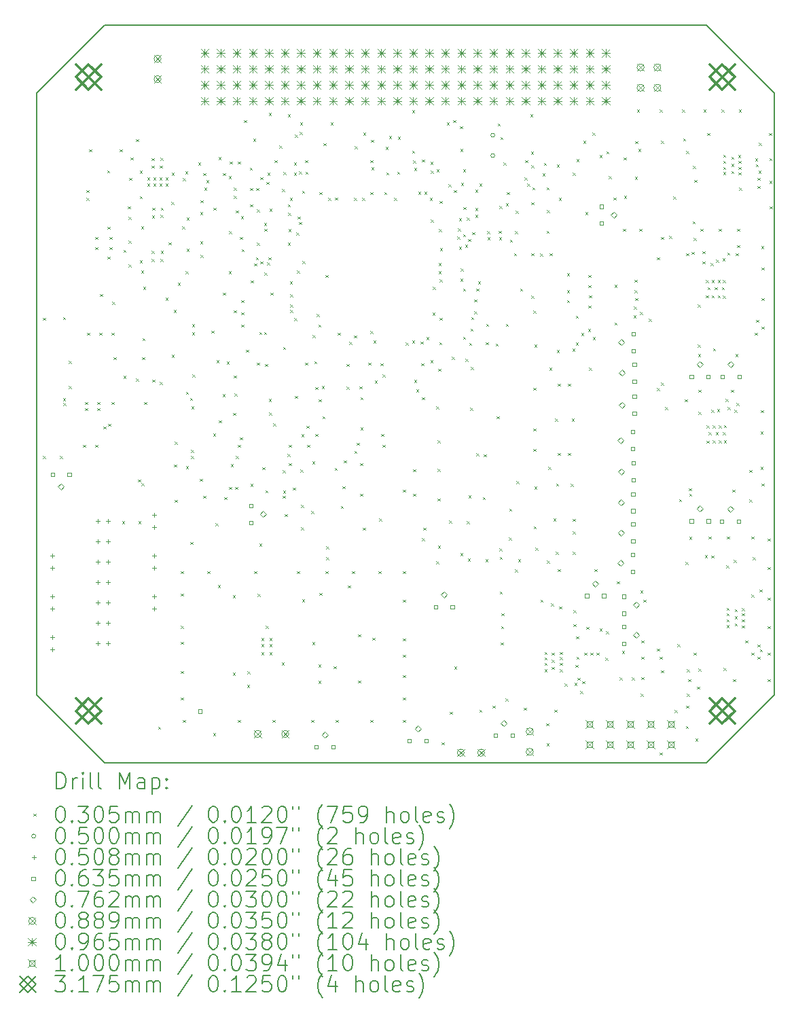
<source format=gbr>
%TF.GenerationSoftware,KiCad,Pcbnew,7.0.7-7.0.7~ubuntu22.04.1*%
%TF.CreationDate,2023-10-23T19:06:09-05:00*%
%TF.ProjectId,PacSat_Dev_RevC_231018,50616353-6174-45f4-9465-765f52657643,0*%
%TF.SameCoordinates,Original*%
%TF.FileFunction,Drillmap*%
%TF.FilePolarity,Positive*%
%FSLAX45Y45*%
G04 Gerber Fmt 4.5, Leading zero omitted, Abs format (unit mm)*
G04 Created by KiCad (PCBNEW 7.0.7-7.0.7~ubuntu22.04.1) date 2023-10-23 19:06:09*
%MOMM*%
%LPD*%
G01*
G04 APERTURE LIST*
%ADD10C,0.150000*%
%ADD11C,0.200000*%
%ADD12C,0.030480*%
%ADD13C,0.050000*%
%ADD14C,0.050800*%
%ADD15C,0.063500*%
%ADD16C,0.076200*%
%ADD17C,0.088900*%
%ADD18C,0.096520*%
%ADD19C,0.100000*%
%ADD20C,0.317500*%
G04 APERTURE END LIST*
D10*
X15000000Y-6650000D02*
X15850000Y-5800000D01*
X15850000Y-15000000D02*
X15000000Y-14150000D01*
X15850000Y-15000000D02*
X23350000Y-15000000D01*
X23350000Y-15000000D02*
X24200000Y-14150000D01*
X24200000Y-14150000D02*
X24200000Y-6650000D01*
X15000000Y-6650000D02*
X15000000Y-14150000D01*
X24200000Y-6650000D02*
X23350000Y-5800000D01*
X15850000Y-5800000D02*
X23350000Y-5800000D01*
D11*
D12*
X15082520Y-9448800D02*
X15113000Y-9479280D01*
X15113000Y-9448800D02*
X15082520Y-9479280D01*
X15082520Y-11170920D02*
X15113000Y-11201400D01*
X15113000Y-11170920D02*
X15082520Y-11201400D01*
X15293340Y-11170920D02*
X15323820Y-11201400D01*
X15323820Y-11170920D02*
X15293340Y-11201400D01*
X15331282Y-9441180D02*
X15361762Y-9471660D01*
X15361762Y-9441180D02*
X15331282Y-9471660D01*
X15331282Y-10454760D02*
X15361762Y-10485240D01*
X15361762Y-10454760D02*
X15331282Y-10485240D01*
X15334760Y-10514760D02*
X15365240Y-10545240D01*
X15365240Y-10514760D02*
X15334760Y-10545240D01*
X15403622Y-9988510D02*
X15434102Y-10018990D01*
X15434102Y-9988510D02*
X15403622Y-10018990D01*
X15403622Y-10301010D02*
X15434102Y-10331490D01*
X15434102Y-10301010D02*
X15403622Y-10331490D01*
X15580360Y-11033760D02*
X15610840Y-11064240D01*
X15610840Y-11033760D02*
X15580360Y-11064240D01*
X15605760Y-10500360D02*
X15636240Y-10530840D01*
X15636240Y-10500360D02*
X15605760Y-10530840D01*
X15605760Y-10576560D02*
X15636240Y-10607040D01*
X15636240Y-10576560D02*
X15605760Y-10607040D01*
X15625689Y-7858954D02*
X15656169Y-7889434D01*
X15656169Y-7858954D02*
X15625689Y-7889434D01*
X15625689Y-7953308D02*
X15656169Y-7983788D01*
X15656169Y-7953308D02*
X15625689Y-7983788D01*
X15631160Y-9636760D02*
X15661640Y-9667240D01*
X15661640Y-9636760D02*
X15631160Y-9667240D01*
X15656560Y-7350760D02*
X15687040Y-7381240D01*
X15687040Y-7350760D02*
X15656560Y-7381240D01*
X15732760Y-8442960D02*
X15763240Y-8473440D01*
X15763240Y-8442960D02*
X15732760Y-8473440D01*
X15732760Y-8569960D02*
X15763240Y-8600440D01*
X15763240Y-8569960D02*
X15732760Y-8600440D01*
X15732760Y-11033760D02*
X15763240Y-11064240D01*
X15763240Y-11033760D02*
X15732760Y-11064240D01*
X15758160Y-10500360D02*
X15788640Y-10530840D01*
X15788640Y-10500360D02*
X15758160Y-10530840D01*
X15758160Y-10576560D02*
X15788640Y-10607040D01*
X15788640Y-10576560D02*
X15758160Y-10607040D01*
X15783560Y-9636760D02*
X15814040Y-9667240D01*
X15814040Y-9636760D02*
X15783560Y-9667240D01*
X15794760Y-9154760D02*
X15825240Y-9185240D01*
X15825240Y-9154760D02*
X15794760Y-9185240D01*
X15834360Y-10805160D02*
X15864840Y-10835640D01*
X15864840Y-10805160D02*
X15834360Y-10835640D01*
X15882348Y-7613711D02*
X15912828Y-7644191D01*
X15912828Y-7613711D02*
X15882348Y-7644191D01*
X15885160Y-8689340D02*
X15915640Y-8719820D01*
X15915640Y-8689340D02*
X15885160Y-8719820D01*
X15887700Y-8315960D02*
X15918180Y-8346440D01*
X15918180Y-8315960D02*
X15887700Y-8346440D01*
X15892780Y-10772140D02*
X15923260Y-10802620D01*
X15923260Y-10772140D02*
X15892780Y-10802620D01*
X15910560Y-8442960D02*
X15941040Y-8473440D01*
X15941040Y-8442960D02*
X15910560Y-8473440D01*
X15910560Y-8569960D02*
X15941040Y-8600440D01*
X15941040Y-8569960D02*
X15910560Y-8600440D01*
X15935960Y-9636760D02*
X15966440Y-9667240D01*
X15966440Y-9636760D02*
X15935960Y-9667240D01*
X15935960Y-10500360D02*
X15966440Y-10530840D01*
X15966440Y-10500360D02*
X15935960Y-10530840D01*
X15944760Y-9251050D02*
X15975240Y-9281530D01*
X15975240Y-9251050D02*
X15944760Y-9281530D01*
X15961360Y-9941560D02*
X15991840Y-9972040D01*
X15991840Y-9941560D02*
X15961360Y-9972040D01*
X16037560Y-7350760D02*
X16068040Y-7381240D01*
X16068040Y-7350760D02*
X16037560Y-7381240D01*
X16068040Y-11983720D02*
X16098520Y-12014200D01*
X16098520Y-11983720D02*
X16068040Y-12014200D01*
X16085820Y-8602980D02*
X16116300Y-8633460D01*
X16116300Y-8602980D02*
X16085820Y-8633460D01*
X16085820Y-10172700D02*
X16116300Y-10203180D01*
X16116300Y-10172700D02*
X16085820Y-10203180D01*
X16139160Y-8061960D02*
X16169640Y-8092440D01*
X16169640Y-8061960D02*
X16139160Y-8092440D01*
X16146780Y-8488680D02*
X16177260Y-8519160D01*
X16177260Y-8488680D02*
X16146780Y-8519160D01*
X16149320Y-8194040D02*
X16179800Y-8224520D01*
X16179800Y-8194040D02*
X16149320Y-8224520D01*
X16149320Y-8785860D02*
X16179800Y-8816340D01*
X16179800Y-8785860D02*
X16149320Y-8816340D01*
X16157340Y-7705960D02*
X16187820Y-7736440D01*
X16187820Y-7705960D02*
X16157340Y-7736440D01*
X16172180Y-7452360D02*
X16202660Y-7482840D01*
X16202660Y-7452360D02*
X16172180Y-7482840D01*
X16240760Y-7223760D02*
X16271240Y-7254240D01*
X16271240Y-7223760D02*
X16240760Y-7254240D01*
X16240760Y-10208260D02*
X16271240Y-10238740D01*
X16271240Y-10208260D02*
X16240760Y-10238740D01*
X16264760Y-11464760D02*
X16295240Y-11495240D01*
X16295240Y-11464760D02*
X16264760Y-11495240D01*
X16271240Y-11986260D02*
X16301720Y-12016740D01*
X16301720Y-11986260D02*
X16271240Y-12016740D01*
X16288970Y-7934960D02*
X16319450Y-7965440D01*
X16319450Y-7934960D02*
X16288970Y-7965440D01*
X16288970Y-8732520D02*
X16319450Y-8763000D01*
X16319450Y-8732520D02*
X16288970Y-8763000D01*
X16289020Y-7614920D02*
X16319500Y-7645400D01*
X16319500Y-7614920D02*
X16289020Y-7645400D01*
X16304260Y-8862060D02*
X16334740Y-8892540D01*
X16334740Y-8862060D02*
X16304260Y-8892540D01*
X16306800Y-8310880D02*
X16337280Y-8341360D01*
X16337280Y-8310880D02*
X16306800Y-8341360D01*
X16311880Y-11511280D02*
X16342360Y-11541760D01*
X16342360Y-11511280D02*
X16311880Y-11541760D01*
X16316960Y-9941560D02*
X16347440Y-9972040D01*
X16347440Y-9941560D02*
X16316960Y-9972040D01*
X16321770Y-9703644D02*
X16352250Y-9734124D01*
X16352250Y-9703644D02*
X16321770Y-9734124D01*
X16332200Y-9062720D02*
X16362680Y-9093200D01*
X16362680Y-9062720D02*
X16332200Y-9093200D01*
X16342360Y-10500360D02*
X16372840Y-10530840D01*
X16372840Y-10500360D02*
X16342360Y-10530840D01*
X16383000Y-7703820D02*
X16413480Y-7734300D01*
X16413480Y-7703820D02*
X16383000Y-7734300D01*
X16383000Y-7780020D02*
X16413480Y-7810500D01*
X16413480Y-7780020D02*
X16383000Y-7810500D01*
X16436340Y-7553960D02*
X16466820Y-7584440D01*
X16466820Y-7553960D02*
X16436340Y-7584440D01*
X16436340Y-8618220D02*
X16466820Y-8648700D01*
X16466820Y-8618220D02*
X16436340Y-8648700D01*
X16436340Y-8717280D02*
X16466820Y-8747760D01*
X16466820Y-8717280D02*
X16436340Y-8747760D01*
X16438880Y-7459980D02*
X16469360Y-7490460D01*
X16469360Y-7459980D02*
X16438880Y-7490460D01*
X16441420Y-8173720D02*
X16471900Y-8204200D01*
X16471900Y-8173720D02*
X16441420Y-8204200D01*
X16443960Y-8079740D02*
X16474440Y-8110220D01*
X16474440Y-8079740D02*
X16443960Y-8110220D01*
X16443960Y-10220960D02*
X16474440Y-10251440D01*
X16474440Y-10220960D02*
X16443960Y-10251440D01*
X16459200Y-7703820D02*
X16489680Y-7734300D01*
X16489680Y-7703820D02*
X16459200Y-7734300D01*
X16459200Y-7780020D02*
X16489680Y-7810500D01*
X16489680Y-7780020D02*
X16459200Y-7810500D01*
X16517620Y-14545180D02*
X16548100Y-14575660D01*
X16548100Y-14545180D02*
X16517620Y-14575660D01*
X16535400Y-7703820D02*
X16565880Y-7734300D01*
X16565880Y-7703820D02*
X16535400Y-7734300D01*
X16535400Y-7780020D02*
X16565880Y-7810500D01*
X16565880Y-7780020D02*
X16535400Y-7810500D01*
X16537940Y-10251440D02*
X16568420Y-10281920D01*
X16568420Y-10251440D02*
X16537940Y-10281920D01*
X16540480Y-7553960D02*
X16570960Y-7584440D01*
X16570960Y-7553960D02*
X16540480Y-7584440D01*
X16545560Y-7457440D02*
X16576040Y-7487920D01*
X16576040Y-7457440D02*
X16545560Y-7487920D01*
X16545560Y-8166100D02*
X16576040Y-8196580D01*
X16576040Y-8166100D02*
X16545560Y-8196580D01*
X16548100Y-8719820D02*
X16578580Y-8750300D01*
X16578580Y-8719820D02*
X16548100Y-8750300D01*
X16550640Y-8077200D02*
X16581120Y-8107680D01*
X16581120Y-8077200D02*
X16550640Y-8107680D01*
X16550640Y-8618220D02*
X16581120Y-8648700D01*
X16581120Y-8618220D02*
X16550640Y-8648700D01*
X16611600Y-7703820D02*
X16642080Y-7734300D01*
X16642080Y-7703820D02*
X16611600Y-7734300D01*
X16611600Y-7780020D02*
X16642080Y-7810500D01*
X16642080Y-7780020D02*
X16611600Y-7810500D01*
X16611600Y-9202420D02*
X16642080Y-9232900D01*
X16642080Y-9202420D02*
X16611600Y-9232900D01*
X16647160Y-8509000D02*
X16677640Y-8539480D01*
X16677640Y-8509000D02*
X16647160Y-8539480D01*
X16680180Y-8008620D02*
X16710660Y-8039100D01*
X16710660Y-8008620D02*
X16680180Y-8039100D01*
X16685260Y-7640320D02*
X16715740Y-7670800D01*
X16715740Y-7640320D02*
X16685260Y-7670800D01*
X16687800Y-9913620D02*
X16718280Y-9944100D01*
X16718280Y-9913620D02*
X16687800Y-9944100D01*
X16710710Y-9351760D02*
X16741190Y-9382240D01*
X16741190Y-9351760D02*
X16710710Y-9382240D01*
X16718280Y-11277600D02*
X16748760Y-11308080D01*
X16748760Y-11277600D02*
X16718280Y-11308080D01*
X16723360Y-10996160D02*
X16753840Y-11026640D01*
X16753840Y-10996160D02*
X16723360Y-11026640D01*
X16723360Y-11720060D02*
X16753840Y-11750540D01*
X16753840Y-11720060D02*
X16723360Y-11750540D01*
X16761460Y-9014460D02*
X16791940Y-9044940D01*
X16791940Y-9014460D02*
X16761460Y-9044940D01*
X16799560Y-12608560D02*
X16830040Y-12639040D01*
X16830040Y-12608560D02*
X16799560Y-12639040D01*
X16799560Y-12887960D02*
X16830040Y-12918440D01*
X16830040Y-12887960D02*
X16799560Y-12918440D01*
X16799560Y-13291820D02*
X16830040Y-13322300D01*
X16830040Y-13291820D02*
X16799560Y-13322300D01*
X16799560Y-13487633D02*
X16830040Y-13518113D01*
X16830040Y-13487633D02*
X16799560Y-13518113D01*
X16799560Y-13853160D02*
X16830040Y-13883640D01*
X16830040Y-13853160D02*
X16799560Y-13883640D01*
X16799560Y-14183360D02*
X16830040Y-14213840D01*
X16830040Y-14183360D02*
X16799560Y-14213840D01*
X16819880Y-8313420D02*
X16850360Y-8343900D01*
X16850360Y-8313420D02*
X16819880Y-8343900D01*
X16824960Y-7711440D02*
X16855440Y-7741920D01*
X16855440Y-7711440D02*
X16824960Y-7741920D01*
X16824960Y-14462760D02*
X16855440Y-14493240D01*
X16855440Y-14462760D02*
X16824960Y-14493240D01*
X16855440Y-7627620D02*
X16885920Y-7658100D01*
X16885920Y-7627620D02*
X16855440Y-7658100D01*
X16860520Y-8872220D02*
X16891000Y-8902700D01*
X16891000Y-8872220D02*
X16860520Y-8902700D01*
X16865442Y-10373049D02*
X16895922Y-10403529D01*
X16895922Y-10373049D02*
X16865442Y-10403529D01*
X16865600Y-11297920D02*
X16896080Y-11328400D01*
X16896080Y-11297920D02*
X16865600Y-11328400D01*
X16873220Y-8199120D02*
X16903700Y-8229600D01*
X16903700Y-8199120D02*
X16873220Y-8229600D01*
X16873220Y-8592820D02*
X16903700Y-8623300D01*
X16903700Y-8592820D02*
X16873220Y-8623300D01*
X16913860Y-10450060D02*
X16944340Y-10480540D01*
X16944340Y-10450060D02*
X16913860Y-10480540D01*
X16921480Y-12245340D02*
X16951960Y-12275820D01*
X16951960Y-12245340D02*
X16921480Y-12275820D01*
X16926560Y-11097760D02*
X16957040Y-11128240D01*
X16957040Y-11097760D02*
X16926560Y-11128240D01*
X16926560Y-11173960D02*
X16957040Y-11204440D01*
X16957040Y-11173960D02*
X16926560Y-11204440D01*
X16931260Y-10554080D02*
X16961740Y-10584560D01*
X16961740Y-10554080D02*
X16931260Y-10584560D01*
X16941800Y-9532620D02*
X16972280Y-9563100D01*
X16972280Y-9532620D02*
X16941800Y-9563100D01*
X16941800Y-9634220D02*
X16972280Y-9664700D01*
X16972280Y-9634220D02*
X16941800Y-9664700D01*
X16946880Y-10154920D02*
X16977360Y-10185400D01*
X16977360Y-10154920D02*
X16946880Y-10185400D01*
X17015460Y-7515288D02*
X17045940Y-7545768D01*
X17045940Y-7515288D02*
X17015460Y-7545768D01*
X17035780Y-11457940D02*
X17066260Y-11488420D01*
X17066260Y-11457940D02*
X17035780Y-11488420D01*
X17043400Y-8135620D02*
X17073880Y-8166100D01*
X17073880Y-8135620D02*
X17043400Y-8166100D01*
X17043400Y-8498840D02*
X17073880Y-8529320D01*
X17073880Y-8498840D02*
X17043400Y-8529320D01*
X17045940Y-7985710D02*
X17076420Y-8016190D01*
X17076420Y-7985710D02*
X17045940Y-8016190D01*
X17048480Y-8669020D02*
X17078960Y-8699500D01*
X17078960Y-8669020D02*
X17048480Y-8699500D01*
X17078960Y-7645400D02*
X17109440Y-7675880D01*
X17109440Y-7645400D02*
X17078960Y-7675880D01*
X17078960Y-11668760D02*
X17109440Y-11699240D01*
X17109440Y-11668760D02*
X17078960Y-11699240D01*
X17091660Y-7830820D02*
X17122140Y-7861300D01*
X17122140Y-7830820D02*
X17091660Y-7861300D01*
X17117060Y-7734300D02*
X17147540Y-7764780D01*
X17147540Y-7734300D02*
X17117060Y-7764780D01*
X17129760Y-12608560D02*
X17160240Y-12639040D01*
X17160240Y-12608560D02*
X17129760Y-12639040D01*
X17180560Y-9611360D02*
X17211040Y-9641840D01*
X17211040Y-9611360D02*
X17180560Y-9641840D01*
X17203420Y-10891520D02*
X17233900Y-10922000D01*
X17233900Y-10891520D02*
X17203420Y-10922000D01*
X17203420Y-14625320D02*
X17233900Y-14655800D01*
X17233900Y-14625320D02*
X17203420Y-14655800D01*
X17208500Y-8077200D02*
X17238980Y-8107680D01*
X17238980Y-8077200D02*
X17208500Y-8107680D01*
X17231360Y-12011660D02*
X17261840Y-12042140D01*
X17261840Y-12011660D02*
X17231360Y-12042140D01*
X17246600Y-9977120D02*
X17277080Y-10007600D01*
X17277080Y-9977120D02*
X17246600Y-10007600D01*
X17261840Y-12781280D02*
X17292320Y-12811760D01*
X17292320Y-12781280D02*
X17261840Y-12811760D01*
X17272000Y-7449820D02*
X17302480Y-7480300D01*
X17302480Y-7449820D02*
X17272000Y-7480300D01*
X17277080Y-10728960D02*
X17307560Y-10759440D01*
X17307560Y-10728960D02*
X17277080Y-10759440D01*
X17322800Y-10403840D02*
X17353280Y-10434320D01*
X17353280Y-10403840D02*
X17322800Y-10434320D01*
X17327880Y-7645400D02*
X17358360Y-7675880D01*
X17358360Y-7645400D02*
X17327880Y-7675880D01*
X17327880Y-9136380D02*
X17358360Y-9166860D01*
X17358360Y-9136380D02*
X17327880Y-9166860D01*
X17340580Y-11684000D02*
X17371060Y-11714480D01*
X17371060Y-11684000D02*
X17340580Y-11714480D01*
X17371060Y-9997440D02*
X17401540Y-10027920D01*
X17401540Y-9997440D02*
X17371060Y-10027920D01*
X17399000Y-7683500D02*
X17429480Y-7713980D01*
X17429480Y-7683500D02*
X17399000Y-7713980D01*
X17399000Y-8872220D02*
X17429480Y-8902700D01*
X17429480Y-8872220D02*
X17399000Y-8902700D01*
X17404080Y-8369300D02*
X17434560Y-8399780D01*
X17434560Y-8369300D02*
X17404080Y-8399780D01*
X17404080Y-11557000D02*
X17434560Y-11587480D01*
X17434560Y-11557000D02*
X17404080Y-11587480D01*
X17409160Y-7503160D02*
X17439640Y-7533640D01*
X17439640Y-7503160D02*
X17409160Y-7533640D01*
X17421860Y-11275560D02*
X17452340Y-11306040D01*
X17452340Y-11275560D02*
X17421860Y-11306040D01*
X17449800Y-12910820D02*
X17480280Y-12941300D01*
X17480280Y-12910820D02*
X17449800Y-12941300D01*
X17449800Y-13876020D02*
X17480280Y-13906500D01*
X17480280Y-13876020D02*
X17449800Y-13906500D01*
X17452796Y-10635845D02*
X17483276Y-10666325D01*
X17483276Y-10635845D02*
X17452796Y-10666325D01*
X17459960Y-7830820D02*
X17490440Y-7861300D01*
X17490440Y-7830820D02*
X17459960Y-7861300D01*
X17459960Y-7932420D02*
X17490440Y-7962900D01*
X17490440Y-7932420D02*
X17459960Y-7962900D01*
X17459960Y-9357360D02*
X17490440Y-9387840D01*
X17490440Y-9357360D02*
X17459960Y-9387840D01*
X17459960Y-10170160D02*
X17490440Y-10200640D01*
X17490440Y-10170160D02*
X17459960Y-10200640D01*
X17471710Y-10392660D02*
X17502190Y-10423140D01*
X17502190Y-10392660D02*
X17471710Y-10423140D01*
X17480280Y-11557000D02*
X17510760Y-11587480D01*
X17510760Y-11557000D02*
X17480280Y-11587480D01*
X17485360Y-8112760D02*
X17515840Y-8143240D01*
X17515840Y-8112760D02*
X17485360Y-8143240D01*
X17487900Y-11170920D02*
X17518380Y-11201400D01*
X17518380Y-11170920D02*
X17487900Y-11201400D01*
X17510760Y-7503160D02*
X17541240Y-7533640D01*
X17541240Y-7503160D02*
X17510760Y-7533640D01*
X17510760Y-11033760D02*
X17541240Y-11064240D01*
X17541240Y-11033760D02*
X17510760Y-11064240D01*
X17510760Y-14462760D02*
X17541240Y-14493240D01*
X17541240Y-14462760D02*
X17510760Y-14493240D01*
X17536160Y-8442960D02*
X17566640Y-8473440D01*
X17566640Y-8442960D02*
X17536160Y-8473440D01*
X17536398Y-10939730D02*
X17566878Y-10970210D01*
X17566878Y-10939730D02*
X17536398Y-10970210D01*
X17548860Y-8186420D02*
X17579340Y-8216900D01*
X17579340Y-8186420D02*
X17548860Y-8216900D01*
X17553940Y-9230360D02*
X17584420Y-9260840D01*
X17584420Y-9230360D02*
X17553940Y-9260840D01*
X17553940Y-9535160D02*
X17584420Y-9565640D01*
X17584420Y-9535160D02*
X17553940Y-9565640D01*
X17556480Y-9382760D02*
X17586960Y-9413240D01*
X17586960Y-9382760D02*
X17556480Y-9413240D01*
X17559070Y-8595360D02*
X17589550Y-8625840D01*
X17589550Y-8595360D02*
X17559070Y-8625840D01*
X17586960Y-6985000D02*
X17617440Y-7015480D01*
X17617440Y-6985000D02*
X17586960Y-7015480D01*
X17611410Y-9846560D02*
X17641890Y-9877040D01*
X17641890Y-9846560D02*
X17611410Y-9877040D01*
X17627600Y-14028420D02*
X17658080Y-14058900D01*
X17658080Y-14028420D02*
X17627600Y-14058900D01*
X17632900Y-13855920D02*
X17663380Y-13886400D01*
X17663380Y-13855920D02*
X17632900Y-13886400D01*
X17660620Y-7579360D02*
X17691100Y-7609840D01*
X17691100Y-7579360D02*
X17660620Y-7609840D01*
X17663160Y-7833360D02*
X17693640Y-7863840D01*
X17693640Y-7833360D02*
X17663160Y-7863840D01*
X17663160Y-8036560D02*
X17693640Y-8067040D01*
X17693640Y-8036560D02*
X17663160Y-8067040D01*
X17666865Y-11519939D02*
X17697345Y-11550419D01*
X17697345Y-11519939D02*
X17666865Y-11550419D01*
X17670780Y-8983980D02*
X17701260Y-9014460D01*
X17701260Y-8983980D02*
X17670780Y-9014460D01*
X17703800Y-7221220D02*
X17734280Y-7251700D01*
X17734280Y-7221220D02*
X17703800Y-7251700D01*
X17713960Y-8773160D02*
X17744440Y-8803640D01*
X17744440Y-8773160D02*
X17713960Y-8803640D01*
X17713960Y-12608560D02*
X17744440Y-12639040D01*
X17744440Y-12608560D02*
X17713960Y-12639040D01*
X17736562Y-8694772D02*
X17767042Y-8725252D01*
X17767042Y-8694772D02*
X17736562Y-8725252D01*
X17739360Y-7833360D02*
X17769840Y-7863840D01*
X17769840Y-7833360D02*
X17739360Y-7863840D01*
X17746980Y-8100060D02*
X17777460Y-8130540D01*
X17777460Y-8100060D02*
X17746980Y-8130540D01*
X17749520Y-8514080D02*
X17780000Y-8544560D01*
X17780000Y-8514080D02*
X17749520Y-8544560D01*
X17749520Y-10007600D02*
X17780000Y-10038080D01*
X17780000Y-10007600D02*
X17749520Y-10038080D01*
X17759900Y-12890720D02*
X17790380Y-12921200D01*
X17790380Y-12890720D02*
X17759900Y-12921200D01*
X17777460Y-12265660D02*
X17807940Y-12296140D01*
X17807940Y-12265660D02*
X17777460Y-12296140D01*
X17780000Y-9626600D02*
X17810480Y-9657080D01*
X17810480Y-9626600D02*
X17780000Y-9657080D01*
X17790160Y-8747760D02*
X17820640Y-8778240D01*
X17820640Y-8747760D02*
X17790160Y-8778240D01*
X17792700Y-7696200D02*
X17823180Y-7726680D01*
X17823180Y-7696200D02*
X17792700Y-7726680D01*
X17805400Y-13444220D02*
X17835880Y-13474700D01*
X17835880Y-13444220D02*
X17805400Y-13474700D01*
X17805400Y-13520420D02*
X17835880Y-13550900D01*
X17835880Y-13520420D02*
X17805400Y-13550900D01*
X17805400Y-13622020D02*
X17835880Y-13652500D01*
X17835880Y-13622020D02*
X17805400Y-13652500D01*
X17815560Y-11313160D02*
X17846040Y-11343640D01*
X17846040Y-11313160D02*
X17815560Y-11343640D01*
X17838310Y-9626490D02*
X17868790Y-9656970D01*
X17868790Y-9626490D02*
X17838310Y-9656970D01*
X17838420Y-8270240D02*
X17868900Y-8300720D01*
X17868900Y-8270240D02*
X17838420Y-8300720D01*
X17840960Y-8341360D02*
X17871440Y-8371840D01*
X17871440Y-8341360D02*
X17840960Y-8371840D01*
X17843390Y-8887460D02*
X17873870Y-8917940D01*
X17873870Y-8887460D02*
X17843390Y-8917940D01*
X17852710Y-10024360D02*
X17883190Y-10054840D01*
X17883190Y-10024360D02*
X17852710Y-10054840D01*
X17856200Y-11600180D02*
X17886680Y-11630660D01*
X17886680Y-11600180D02*
X17856200Y-11630660D01*
X17858600Y-13290520D02*
X17889080Y-13321000D01*
X17889080Y-13290520D02*
X17858600Y-13321000D01*
X17866360Y-7757160D02*
X17896840Y-7787640D01*
X17896840Y-7757160D02*
X17866360Y-7787640D01*
X17878301Y-8761563D02*
X17908781Y-8792043D01*
X17908781Y-8761563D02*
X17878301Y-8792043D01*
X17881600Y-7642860D02*
X17912080Y-7673340D01*
X17912080Y-7642860D02*
X17881600Y-7673340D01*
X17891760Y-8696960D02*
X17922240Y-8727440D01*
X17922240Y-8696960D02*
X17891760Y-8727440D01*
X17896840Y-6898640D02*
X17927320Y-6929120D01*
X17927320Y-6898640D02*
X17896840Y-6929120D01*
X17896840Y-10462260D02*
X17927320Y-10492740D01*
X17927320Y-10462260D02*
X17896840Y-10492740D01*
X17901920Y-10632440D02*
X17932400Y-10662920D01*
X17932400Y-10632440D02*
X17901920Y-10662920D01*
X17904460Y-8089900D02*
X17934940Y-8120380D01*
X17934940Y-8089900D02*
X17904460Y-8120380D01*
X17907000Y-13444220D02*
X17937480Y-13474700D01*
X17937480Y-13444220D02*
X17907000Y-13474700D01*
X17907000Y-13520420D02*
X17937480Y-13550900D01*
X17937480Y-13520420D02*
X17907000Y-13550900D01*
X17907000Y-13622020D02*
X17937480Y-13652500D01*
X17937480Y-13622020D02*
X17907000Y-13652500D01*
X17919700Y-9136380D02*
X17950180Y-9166860D01*
X17950180Y-9136380D02*
X17919700Y-9166860D01*
X17942560Y-14462760D02*
X17973040Y-14493240D01*
X17973040Y-14462760D02*
X17942560Y-14493240D01*
X17952720Y-10767060D02*
X17983200Y-10797540D01*
X17983200Y-10767060D02*
X17952720Y-10797540D01*
X17970500Y-7485380D02*
X18000980Y-7515860D01*
X18000980Y-7485380D02*
X17970500Y-7515860D01*
X18028920Y-7305040D02*
X18059400Y-7335520D01*
X18059400Y-7305040D02*
X18028920Y-7335520D01*
X18059400Y-13749020D02*
X18089880Y-13779500D01*
X18089880Y-13749020D02*
X18059400Y-13779500D01*
X18064480Y-7843520D02*
X18094960Y-7874000D01*
X18094960Y-7843520D02*
X18064480Y-7874000D01*
X18069560Y-11351260D02*
X18100040Y-11381740D01*
X18100040Y-11351260D02*
X18069560Y-11381740D01*
X18069560Y-11668760D02*
X18100040Y-11699240D01*
X18100040Y-11668760D02*
X18069560Y-11699240D01*
X18074760Y-9814760D02*
X18105240Y-9845240D01*
X18105240Y-9814760D02*
X18074760Y-9845240D01*
X18076050Y-11605260D02*
X18106530Y-11635740D01*
X18106530Y-11605260D02*
X18076050Y-11635740D01*
X18077180Y-7632700D02*
X18107660Y-7663180D01*
X18107660Y-7632700D02*
X18077180Y-7663180D01*
X18094960Y-11897360D02*
X18125440Y-11927840D01*
X18125440Y-11897360D02*
X18094960Y-11927840D01*
X18130520Y-11145520D02*
X18161000Y-11176000D01*
X18161000Y-11145520D02*
X18130520Y-11176000D01*
X18133060Y-8516620D02*
X18163540Y-8547100D01*
X18163540Y-8516620D02*
X18133060Y-8547100D01*
X18135600Y-6916420D02*
X18166080Y-6946900D01*
X18166080Y-6916420D02*
X18135600Y-6946900D01*
X18135622Y-8034373D02*
X18166102Y-8064853D01*
X18166102Y-8034373D02*
X18135622Y-8064853D01*
X18138140Y-8140700D02*
X18168620Y-8171180D01*
X18168620Y-8140700D02*
X18138140Y-8171180D01*
X18143220Y-8343900D02*
X18173700Y-8374380D01*
X18173700Y-8343900D02*
X18143220Y-8374380D01*
X18145760Y-11033760D02*
X18176240Y-11064240D01*
X18176240Y-11033760D02*
X18145760Y-11064240D01*
X18145760Y-11262360D02*
X18176240Y-11292840D01*
X18176240Y-11262360D02*
X18145760Y-11292840D01*
X18161000Y-7957820D02*
X18191480Y-7988300D01*
X18191480Y-7957820D02*
X18161000Y-7988300D01*
X18161000Y-8999220D02*
X18191480Y-9029700D01*
X18191480Y-8999220D02*
X18161000Y-9029700D01*
X18164760Y-9157760D02*
X18195240Y-9188240D01*
X18195240Y-9157760D02*
X18164760Y-9188240D01*
X18164760Y-9284760D02*
X18195240Y-9315240D01*
X18195240Y-9284760D02*
X18164760Y-9315240D01*
X18164760Y-9354760D02*
X18195240Y-9385240D01*
X18195240Y-9354760D02*
X18164760Y-9385240D01*
X18196560Y-11567160D02*
X18227040Y-11597640D01*
X18227040Y-11567160D02*
X18196560Y-11597640D01*
X18209210Y-7515810D02*
X18239690Y-7546290D01*
X18239690Y-7515810D02*
X18209210Y-7546290D01*
X18210490Y-7641588D02*
X18240970Y-7672068D01*
X18240970Y-7641588D02*
X18210490Y-7672068D01*
X18216880Y-9456420D02*
X18247360Y-9486900D01*
X18247360Y-9456420D02*
X18216880Y-9486900D01*
X18221397Y-7170637D02*
X18251877Y-7201117D01*
X18251877Y-7170637D02*
X18221397Y-7201117D01*
X18221960Y-10424160D02*
X18252440Y-10454640D01*
X18252440Y-10424160D02*
X18221960Y-10454640D01*
X18242280Y-8387080D02*
X18272760Y-8417560D01*
X18272760Y-8387080D02*
X18242280Y-8417560D01*
X18247360Y-12608560D02*
X18277840Y-12639040D01*
X18277840Y-12608560D02*
X18247360Y-12639040D01*
X18249900Y-8862060D02*
X18280380Y-8892540D01*
X18280380Y-8862060D02*
X18249900Y-8892540D01*
X18257520Y-8188960D02*
X18288000Y-8219440D01*
X18288000Y-8188960D02*
X18257520Y-8219440D01*
X18272760Y-8255000D02*
X18303240Y-8285480D01*
X18303240Y-8255000D02*
X18272760Y-8285480D01*
X18274394Y-7625128D02*
X18304874Y-7655608D01*
X18304874Y-7625128D02*
X18274394Y-7655608D01*
X18284760Y-7134760D02*
X18315240Y-7165240D01*
X18315240Y-7134760D02*
X18284760Y-7165240D01*
X18288000Y-7018020D02*
X18318480Y-7048500D01*
X18318480Y-7018020D02*
X18288000Y-7048500D01*
X18293080Y-11343640D02*
X18323560Y-11374120D01*
X18323560Y-11343640D02*
X18293080Y-11374120D01*
X18298160Y-11783060D02*
X18328640Y-11813540D01*
X18328640Y-11783060D02*
X18298160Y-11813540D01*
X18298160Y-12059920D02*
X18328640Y-12090400D01*
X18328640Y-12059920D02*
X18298160Y-12090400D01*
X18303240Y-10903048D02*
X18333720Y-10933528D01*
X18333720Y-10903048D02*
X18303240Y-10933528D01*
X18310860Y-7866380D02*
X18341340Y-7896860D01*
X18341340Y-7866380D02*
X18310860Y-7896860D01*
X18313400Y-12961620D02*
X18343880Y-12992100D01*
X18343880Y-12961620D02*
X18313400Y-12992100D01*
X18315940Y-8745170D02*
X18346420Y-8775650D01*
X18346420Y-8745170D02*
X18315940Y-8775650D01*
X18348699Y-7485330D02*
X18379179Y-7515810D01*
X18379179Y-7485330D02*
X18348699Y-7515810D01*
X18351500Y-10010140D02*
X18381980Y-10040620D01*
X18381980Y-10010140D02*
X18351500Y-10040620D01*
X18352811Y-7628417D02*
X18383291Y-7658897D01*
X18383291Y-7628417D02*
X18352811Y-7658897D01*
X18369280Y-10797540D02*
X18399760Y-10828020D01*
X18399760Y-10797540D02*
X18369280Y-10828020D01*
X18374360Y-11033760D02*
X18404840Y-11064240D01*
X18404840Y-11033760D02*
X18374360Y-11064240D01*
X18425160Y-14462760D02*
X18455640Y-14493240D01*
X18455640Y-14462760D02*
X18425160Y-14493240D01*
X18427700Y-11859260D02*
X18458180Y-11889740D01*
X18458180Y-11859260D02*
X18427700Y-11889740D01*
X18440400Y-11242040D02*
X18470880Y-11272520D01*
X18470880Y-11242040D02*
X18440400Y-11272520D01*
X18440400Y-13495020D02*
X18470880Y-13525500D01*
X18470880Y-13495020D02*
X18440400Y-13525500D01*
X18444760Y-9664760D02*
X18475240Y-9695240D01*
X18475240Y-9664760D02*
X18444760Y-9695240D01*
X18463260Y-9992360D02*
X18493740Y-10022840D01*
X18493740Y-9992360D02*
X18463260Y-10022840D01*
X18475960Y-10312400D02*
X18506440Y-10342880D01*
X18506440Y-10312400D02*
X18475960Y-10342880D01*
X18475960Y-10899140D02*
X18506440Y-10929620D01*
X18506440Y-10899140D02*
X18475960Y-10929620D01*
X18494760Y-9404760D02*
X18525240Y-9435240D01*
X18525240Y-9404760D02*
X18494760Y-9435240D01*
X18514760Y-9534760D02*
X18545240Y-9565240D01*
X18545240Y-9534760D02*
X18514760Y-9565240D01*
X18516600Y-13774420D02*
X18547080Y-13804900D01*
X18547080Y-13774420D02*
X18516600Y-13804900D01*
X18516600Y-13977620D02*
X18547080Y-14008100D01*
X18547080Y-13977620D02*
X18516600Y-14008100D01*
X18521680Y-10464800D02*
X18552160Y-10495280D01*
X18552160Y-10464800D02*
X18521680Y-10495280D01*
X18526760Y-7884160D02*
X18557240Y-7914640D01*
X18557240Y-7884160D02*
X18526760Y-7914640D01*
X18526760Y-12877800D02*
X18557240Y-12908280D01*
X18557240Y-12877800D02*
X18526760Y-12908280D01*
X18557240Y-10302190D02*
X18587720Y-10332670D01*
X18587720Y-10302190D02*
X18557240Y-10332670D01*
X18564860Y-10678160D02*
X18595340Y-10708640D01*
X18595340Y-10678160D02*
X18564860Y-10708640D01*
X18577560Y-7274560D02*
X18608040Y-7305040D01*
X18608040Y-7274560D02*
X18577560Y-7305040D01*
X18602960Y-12608560D02*
X18633440Y-12639040D01*
X18633440Y-12608560D02*
X18602960Y-12639040D01*
X18604760Y-8917540D02*
X18635240Y-8948020D01*
X18635240Y-8917540D02*
X18604760Y-8948020D01*
X18610746Y-12433691D02*
X18641226Y-12464171D01*
X18641226Y-12433691D02*
X18610746Y-12464171D01*
X18612710Y-12298680D02*
X18643190Y-12329160D01*
X18643190Y-12298680D02*
X18612710Y-12329160D01*
X18635980Y-7955280D02*
X18666460Y-7985760D01*
X18666460Y-7955280D02*
X18635980Y-7985760D01*
X18669000Y-7018020D02*
X18699480Y-7048500D01*
X18699480Y-7018020D02*
X18669000Y-7048500D01*
X18705810Y-13793560D02*
X18736290Y-13824040D01*
X18736290Y-13793560D02*
X18705810Y-13824040D01*
X18717310Y-11321960D02*
X18747790Y-11352440D01*
X18747790Y-11321960D02*
X18717310Y-11352440D01*
X18724880Y-7950200D02*
X18755360Y-7980680D01*
X18755360Y-7950200D02*
X18724880Y-7980680D01*
X18729960Y-14462760D02*
X18760440Y-14493240D01*
X18760440Y-14462760D02*
X18729960Y-14493240D01*
X18754760Y-9634760D02*
X18785240Y-9665240D01*
X18785240Y-9634760D02*
X18754760Y-9665240D01*
X18793460Y-11795760D02*
X18823940Y-11826240D01*
X18823940Y-11795760D02*
X18793460Y-11826240D01*
X18813780Y-11549380D02*
X18844260Y-11579860D01*
X18844260Y-11549380D02*
X18813780Y-11579860D01*
X18831610Y-11226800D02*
X18862090Y-11257280D01*
X18862090Y-11226800D02*
X18831610Y-11257280D01*
X18864580Y-10307320D02*
X18895060Y-10337800D01*
X18895060Y-10307320D02*
X18864580Y-10337800D01*
X18867120Y-10024410D02*
X18897600Y-10054890D01*
X18897600Y-10024410D02*
X18867120Y-10054890D01*
X18884760Y-12784760D02*
X18915240Y-12815240D01*
X18915240Y-12784760D02*
X18884760Y-12815240D01*
X18902680Y-9751060D02*
X18933160Y-9781540D01*
X18933160Y-9751060D02*
X18902680Y-9781540D01*
X18933160Y-12608560D02*
X18963640Y-12639040D01*
X18963640Y-12608560D02*
X18933160Y-12639040D01*
X18961100Y-7955280D02*
X18991580Y-7985760D01*
X18991580Y-7955280D02*
X18961100Y-7985760D01*
X18961100Y-9669780D02*
X18991580Y-9700260D01*
X18991580Y-9669780D02*
X18961100Y-9700260D01*
X18963640Y-11109960D02*
X18994120Y-11140440D01*
X18994120Y-11109960D02*
X18963640Y-11140440D01*
X18969710Y-7312816D02*
X19000190Y-7343296D01*
X19000190Y-7312816D02*
X18969710Y-7343296D01*
X18994120Y-11008360D02*
X19024600Y-11038840D01*
X19024600Y-11008360D02*
X18994120Y-11038840D01*
X19009360Y-13395960D02*
X19039840Y-13426440D01*
X19039840Y-13395960D02*
X19009360Y-13426440D01*
X19010610Y-13971360D02*
X19041090Y-14001840D01*
X19041090Y-13971360D02*
X19010610Y-14001840D01*
X19027140Y-10304780D02*
X19057620Y-10335260D01*
X19057620Y-10304780D02*
X19027140Y-10335260D01*
X19034760Y-11262360D02*
X19065240Y-11292840D01*
X19065240Y-11262360D02*
X19034760Y-11292840D01*
X19034760Y-11643360D02*
X19065240Y-11673840D01*
X19065240Y-11643360D02*
X19034760Y-11673840D01*
X19039840Y-10439400D02*
X19070320Y-10469880D01*
X19070320Y-10439400D02*
X19039840Y-10469880D01*
X19039840Y-10815320D02*
X19070320Y-10845800D01*
X19070320Y-10815320D02*
X19039840Y-10845800D01*
X19060560Y-7954880D02*
X19091040Y-7985360D01*
X19091040Y-7954880D02*
X19060560Y-7985360D01*
X19070320Y-12065000D02*
X19100800Y-12095480D01*
X19100800Y-12065000D02*
X19070320Y-12095480D01*
X19074760Y-7144970D02*
X19105240Y-7175450D01*
X19105240Y-7144970D02*
X19074760Y-7175450D01*
X19138900Y-10007600D02*
X19169380Y-10038080D01*
X19169380Y-10007600D02*
X19138900Y-10038080D01*
X19161710Y-7485330D02*
X19192190Y-7515810D01*
X19192190Y-7485330D02*
X19161710Y-7515810D01*
X19161760Y-7884160D02*
X19192240Y-7914640D01*
X19192240Y-7884160D02*
X19161760Y-7914640D01*
X19161760Y-14462760D02*
X19192240Y-14493240D01*
X19192240Y-14462760D02*
X19161760Y-14493240D01*
X19164760Y-9614760D02*
X19195240Y-9645240D01*
X19195240Y-9614760D02*
X19164760Y-9645240D01*
X19171920Y-7231380D02*
X19202400Y-7261860D01*
X19202400Y-7231380D02*
X19171920Y-7261860D01*
X19177050Y-7576870D02*
X19207530Y-7607350D01*
X19207530Y-7576870D02*
X19177050Y-7607350D01*
X19188410Y-13437960D02*
X19218890Y-13468440D01*
X19218890Y-13437960D02*
X19188410Y-13468440D01*
X19202400Y-9735820D02*
X19232880Y-9766300D01*
X19232880Y-9735820D02*
X19202400Y-9766300D01*
X19217640Y-10231120D02*
X19248120Y-10261600D01*
X19248120Y-10231120D02*
X19217640Y-10261600D01*
X19263360Y-12608560D02*
X19293840Y-12639040D01*
X19293840Y-12608560D02*
X19263360Y-12639040D01*
X19270980Y-11950700D02*
X19301460Y-11981180D01*
X19301460Y-11950700D02*
X19270980Y-11981180D01*
X19288760Y-10017760D02*
X19319240Y-10048240D01*
X19319240Y-10017760D02*
X19288760Y-10048240D01*
X19298920Y-10899140D02*
X19329400Y-10929620D01*
X19329400Y-10899140D02*
X19298920Y-10929620D01*
X19314160Y-10157460D02*
X19344640Y-10187940D01*
X19344640Y-10157460D02*
X19314160Y-10187940D01*
X19314160Y-11033760D02*
X19344640Y-11064240D01*
X19344640Y-11033760D02*
X19314160Y-11064240D01*
X19334760Y-7884760D02*
X19365240Y-7915240D01*
X19365240Y-7884760D02*
X19334760Y-7915240D01*
X19354800Y-7322820D02*
X19385280Y-7353300D01*
X19385280Y-7322820D02*
X19354800Y-7353300D01*
X19362420Y-7637780D02*
X19392900Y-7668260D01*
X19392900Y-7637780D02*
X19362420Y-7668260D01*
X19394760Y-7184760D02*
X19425240Y-7215240D01*
X19425240Y-7184760D02*
X19394760Y-7215240D01*
X19461480Y-7955280D02*
X19491960Y-7985760D01*
X19491960Y-7955280D02*
X19461480Y-7985760D01*
X19497040Y-7630160D02*
X19527520Y-7660640D01*
X19527520Y-7630160D02*
X19497040Y-7660640D01*
X19507200Y-7195820D02*
X19537680Y-7226300D01*
X19537680Y-7195820D02*
X19507200Y-7226300D01*
X19568160Y-11592560D02*
X19598640Y-11623040D01*
X19598640Y-11592560D02*
X19568160Y-11623040D01*
X19568160Y-12608560D02*
X19598640Y-12639040D01*
X19598640Y-12608560D02*
X19568160Y-12639040D01*
X19568160Y-12964160D02*
X19598640Y-12994640D01*
X19598640Y-12964160D02*
X19568160Y-12994640D01*
X19568160Y-13446760D02*
X19598640Y-13477240D01*
X19598640Y-13446760D02*
X19568160Y-13477240D01*
X19568160Y-13649960D02*
X19598640Y-13680440D01*
X19598640Y-13649960D02*
X19568160Y-13680440D01*
X19568160Y-13903960D02*
X19598640Y-13934440D01*
X19598640Y-13903960D02*
X19568160Y-13934440D01*
X19568160Y-14183360D02*
X19598640Y-14213840D01*
X19598640Y-14183360D02*
X19568160Y-14213840D01*
X19568160Y-14462760D02*
X19598640Y-14493240D01*
X19598640Y-14462760D02*
X19568160Y-14493240D01*
X19604730Y-9756690D02*
X19635210Y-9787170D01*
X19635210Y-9756690D02*
X19604730Y-9787170D01*
X19685000Y-6865620D02*
X19715480Y-6896100D01*
X19715480Y-6865620D02*
X19685000Y-6896100D01*
X19685000Y-7366000D02*
X19715480Y-7396480D01*
X19715480Y-7366000D02*
X19685000Y-7396480D01*
X19685000Y-9735820D02*
X19715480Y-9766300D01*
X19715480Y-9735820D02*
X19685000Y-9766300D01*
X19695160Y-7487407D02*
X19725640Y-7517887D01*
X19725640Y-7487407D02*
X19695160Y-7517887D01*
X19695160Y-11338560D02*
X19725640Y-11369040D01*
X19725640Y-11338560D02*
X19695160Y-11369040D01*
X19695160Y-11643360D02*
X19725640Y-11673840D01*
X19725640Y-11643360D02*
X19695160Y-11673840D01*
X19710400Y-10226040D02*
X19740880Y-10256520D01*
X19740880Y-10226040D02*
X19710400Y-10256520D01*
X19710560Y-7581850D02*
X19741040Y-7612330D01*
X19741040Y-7581850D02*
X19710560Y-7612330D01*
X19734760Y-10344760D02*
X19765240Y-10375240D01*
X19765240Y-10344760D02*
X19734760Y-10375240D01*
X19761200Y-7881620D02*
X19791680Y-7912100D01*
X19791680Y-7881620D02*
X19761200Y-7912100D01*
X19791680Y-9745980D02*
X19822160Y-9776460D01*
X19822160Y-9745980D02*
X19791680Y-9776460D01*
X19796760Y-10017760D02*
X19827240Y-10048240D01*
X19827240Y-10017760D02*
X19796760Y-10048240D01*
X19806920Y-7475850D02*
X19837400Y-7506330D01*
X19837400Y-7475850D02*
X19806920Y-7506330D01*
X19806920Y-10439400D02*
X19837400Y-10469880D01*
X19837400Y-10439400D02*
X19806920Y-10469880D01*
X19806920Y-12197080D02*
X19837400Y-12227560D01*
X19837400Y-12197080D02*
X19806920Y-12227560D01*
X19822160Y-12067540D02*
X19852640Y-12098020D01*
X19852640Y-12067540D02*
X19822160Y-12098020D01*
X19837400Y-7881620D02*
X19867880Y-7912100D01*
X19867880Y-7881620D02*
X19837400Y-7912100D01*
X19861794Y-9688880D02*
X19892274Y-9719360D01*
X19892274Y-9688880D02*
X19861794Y-9719360D01*
X19903440Y-7955280D02*
X19933920Y-7985760D01*
X19933920Y-7955280D02*
X19903440Y-7985760D01*
X19910909Y-9981403D02*
X19941389Y-10011883D01*
X19941389Y-9981403D02*
X19910909Y-10011883D01*
X19911060Y-7506826D02*
X19941540Y-7537306D01*
X19941540Y-7506826D02*
X19911060Y-7537306D01*
X19915916Y-7614386D02*
X19946396Y-7644866D01*
X19946396Y-7614386D02*
X19915916Y-7644866D01*
X19918680Y-8224570D02*
X19949160Y-8255050D01*
X19949160Y-8224570D02*
X19918680Y-8255050D01*
X19939000Y-9387840D02*
X19969480Y-9418320D01*
X19969480Y-9387840D02*
X19939000Y-9418320D01*
X19941540Y-9062720D02*
X19972020Y-9093200D01*
X19972020Y-9062720D02*
X19941540Y-9093200D01*
X19982180Y-10553700D02*
X20012660Y-10584180D01*
X20012660Y-10553700D02*
X19982180Y-10584180D01*
X19984760Y-12484760D02*
X20015240Y-12515240D01*
X20015240Y-12484760D02*
X19984760Y-12515240D01*
X19989800Y-7602220D02*
X20020280Y-7632700D01*
X20020280Y-7602220D02*
X19989800Y-7632700D01*
X19999960Y-11333480D02*
X20030440Y-11363960D01*
X20030440Y-11333480D02*
X19999960Y-11363960D01*
X19999960Y-11701780D02*
X20030440Y-11732260D01*
X20030440Y-11701780D02*
X19999960Y-11732260D01*
X20002500Y-10980420D02*
X20032980Y-11010900D01*
X20032980Y-10980420D02*
X20002500Y-11010900D01*
X20005040Y-12288520D02*
X20035520Y-12319000D01*
X20035520Y-12288520D02*
X20005040Y-12319000D01*
X20007580Y-10083800D02*
X20038060Y-10114280D01*
X20038060Y-10083800D02*
X20007580Y-10114280D01*
X20015200Y-8770620D02*
X20045680Y-8801100D01*
X20045680Y-8770620D02*
X20015200Y-8801100D01*
X20015200Y-8872220D02*
X20045680Y-8902700D01*
X20045680Y-8872220D02*
X20015200Y-8902700D01*
X20020280Y-8343900D02*
X20050760Y-8374380D01*
X20050760Y-8343900D02*
X20020280Y-8374380D01*
X20022820Y-9753600D02*
X20053300Y-9784080D01*
X20053300Y-9753600D02*
X20022820Y-9784080D01*
X20025360Y-7993380D02*
X20055840Y-8023860D01*
X20055840Y-7993380D02*
X20025360Y-8023860D01*
X20025360Y-8973820D02*
X20055840Y-9004300D01*
X20055840Y-8973820D02*
X20025360Y-9004300D01*
X20025360Y-9451340D02*
X20055840Y-9481820D01*
X20055840Y-9451340D02*
X20025360Y-9481820D01*
X20029112Y-8584013D02*
X20059592Y-8614493D01*
X20059592Y-8584013D02*
X20029112Y-8614493D01*
X20050760Y-14742160D02*
X20081240Y-14772640D01*
X20081240Y-14742160D02*
X20050760Y-14772640D01*
X20116800Y-7017970D02*
X20147280Y-7048450D01*
X20147280Y-7017970D02*
X20116800Y-7048450D01*
X20134580Y-7787640D02*
X20165060Y-7818120D01*
X20165060Y-7787640D02*
X20134580Y-7818120D01*
X20144760Y-11974760D02*
X20175240Y-12005240D01*
X20175240Y-11974760D02*
X20144760Y-12005240D01*
X20152360Y-14361160D02*
X20182840Y-14391640D01*
X20182840Y-14361160D02*
X20152360Y-14391640D01*
X20177760Y-9939020D02*
X20208240Y-9969500D01*
X20208240Y-9939020D02*
X20177760Y-9969500D01*
X20195540Y-6987540D02*
X20226020Y-7018020D01*
X20226020Y-6987540D02*
X20195540Y-7018020D01*
X20203160Y-7858760D02*
X20233640Y-7889240D01*
X20233640Y-7858760D02*
X20203160Y-7889240D01*
X20209710Y-13795810D02*
X20240190Y-13826290D01*
X20240190Y-13795810D02*
X20209710Y-13826290D01*
X20248880Y-8438050D02*
X20279360Y-8468530D01*
X20279360Y-8438050D02*
X20248880Y-8468530D01*
X20253960Y-8336280D02*
X20284440Y-8366760D01*
X20284440Y-8336280D02*
X20253960Y-8366760D01*
X20269200Y-8211820D02*
X20299680Y-8242300D01*
X20299680Y-8211820D02*
X20269200Y-8242300D01*
X20269200Y-8567420D02*
X20299680Y-8597900D01*
X20299680Y-8567420D02*
X20269200Y-8597900D01*
X20279360Y-7063740D02*
X20309840Y-7094220D01*
X20309840Y-7063740D02*
X20279360Y-7094220D01*
X20284760Y-8964760D02*
X20315240Y-8995240D01*
X20315240Y-8964760D02*
X20284760Y-8995240D01*
X20284760Y-12384760D02*
X20315240Y-12415240D01*
X20315240Y-12384760D02*
X20284760Y-12415240D01*
X20285670Y-7345613D02*
X20316150Y-7376093D01*
X20316150Y-7345613D02*
X20285670Y-7376093D01*
X20289520Y-8836660D02*
X20320000Y-8867140D01*
X20320000Y-8836660D02*
X20289520Y-8867140D01*
X20292060Y-7769860D02*
X20322540Y-7800340D01*
X20322540Y-7769860D02*
X20292060Y-7800340D01*
X20318700Y-9686260D02*
X20349180Y-9716740D01*
X20349180Y-9686260D02*
X20318700Y-9716740D01*
X20320000Y-7602220D02*
X20350480Y-7632700D01*
X20350480Y-7602220D02*
X20320000Y-7632700D01*
X20320000Y-8407400D02*
X20350480Y-8437880D01*
X20350480Y-8407400D02*
X20320000Y-8437880D01*
X20320000Y-9084760D02*
X20350480Y-9115240D01*
X20350480Y-9084760D02*
X20320000Y-9115240D01*
X20322540Y-8069580D02*
X20353020Y-8100060D01*
X20353020Y-8069580D02*
X20322540Y-8100060D01*
X20345400Y-8539480D02*
X20375880Y-8569960D01*
X20375880Y-8539480D02*
X20345400Y-8569960D01*
X20345956Y-9961215D02*
X20376436Y-9991695D01*
X20376436Y-9961215D02*
X20345956Y-9991695D01*
X20366455Y-11985703D02*
X20396935Y-12016183D01*
X20396935Y-11985703D02*
X20366455Y-12016183D01*
X20367165Y-8200165D02*
X20397645Y-8230645D01*
X20397645Y-8200165D02*
X20367165Y-8230645D01*
X20376896Y-12452668D02*
X20407376Y-12483148D01*
X20407376Y-12452668D02*
X20376896Y-12483148D01*
X20380960Y-8468360D02*
X20411440Y-8498840D01*
X20411440Y-8468360D02*
X20380960Y-8498840D01*
X20384760Y-11664760D02*
X20415240Y-11695240D01*
X20415240Y-11664760D02*
X20384760Y-11695240D01*
X20393660Y-9763760D02*
X20424140Y-9794240D01*
X20424140Y-9763760D02*
X20393660Y-9794240D01*
X20406360Y-10571480D02*
X20436840Y-10601960D01*
X20436840Y-10571480D02*
X20406360Y-10601960D01*
X20412626Y-9586929D02*
X20443106Y-9617409D01*
X20443106Y-9586929D02*
X20412626Y-9617409D01*
X20416520Y-10066020D02*
X20447000Y-10096500D01*
X20447000Y-10066020D02*
X20416520Y-10096500D01*
X20419060Y-9441180D02*
X20449540Y-9471660D01*
X20449540Y-9441180D02*
X20419060Y-9471660D01*
X20434760Y-8384760D02*
X20465240Y-8415240D01*
X20465240Y-8384760D02*
X20434760Y-8415240D01*
X20457160Y-9370060D02*
X20487640Y-9400540D01*
X20487640Y-9370060D02*
X20457160Y-9400540D01*
X20459700Y-9222740D02*
X20490180Y-9253220D01*
X20490180Y-9222740D02*
X20459700Y-9253220D01*
X20469860Y-8168640D02*
X20500340Y-8199120D01*
X20500340Y-8168640D02*
X20469860Y-8199120D01*
X20472400Y-7856220D02*
X20502880Y-7886700D01*
X20502880Y-7856220D02*
X20472400Y-7886700D01*
X20472400Y-8084820D02*
X20502880Y-8115300D01*
X20502880Y-8084820D02*
X20472400Y-8115300D01*
X20482560Y-11140440D02*
X20513040Y-11170920D01*
X20513040Y-11140440D02*
X20482560Y-11170920D01*
X20484760Y-9084760D02*
X20515240Y-9115240D01*
X20515240Y-9084760D02*
X20484760Y-9115240D01*
X20504760Y-8994760D02*
X20535240Y-9025240D01*
X20535240Y-8994760D02*
X20504760Y-9025240D01*
X20523200Y-7780020D02*
X20553680Y-7810500D01*
X20553680Y-7780020D02*
X20523200Y-7810500D01*
X20523200Y-14335760D02*
X20553680Y-14366240D01*
X20553680Y-14335760D02*
X20523200Y-14366240D01*
X20564760Y-11684760D02*
X20595240Y-11715240D01*
X20595240Y-11684760D02*
X20564760Y-11715240D01*
X20579080Y-11150600D02*
X20609560Y-11181080D01*
X20609560Y-11150600D02*
X20579080Y-11181080D01*
X20599400Y-12461240D02*
X20629880Y-12491720D01*
X20629880Y-12461240D02*
X20599400Y-12491720D01*
X20604480Y-9753600D02*
X20634960Y-9784080D01*
X20634960Y-9753600D02*
X20604480Y-9784080D01*
X20607020Y-9524950D02*
X20637500Y-9555430D01*
X20637500Y-9524950D02*
X20607020Y-9555430D01*
X20617180Y-8371840D02*
X20647660Y-8402320D01*
X20647660Y-8371840D02*
X20617180Y-8402320D01*
X20622260Y-8448040D02*
X20652740Y-8478520D01*
X20652740Y-8448040D02*
X20622260Y-8478520D01*
X20685760Y-14284960D02*
X20716240Y-14315440D01*
X20716240Y-14284960D02*
X20685760Y-14315440D01*
X20725360Y-9772785D02*
X20755840Y-9803265D01*
X20755840Y-9772785D02*
X20725360Y-9803265D01*
X20736560Y-10678160D02*
X20767040Y-10708640D01*
X20767040Y-10678160D02*
X20736560Y-10708640D01*
X20751800Y-7028180D02*
X20782280Y-7058660D01*
X20782280Y-7028180D02*
X20751800Y-7058660D01*
X20764500Y-8366760D02*
X20794980Y-8397240D01*
X20794980Y-8366760D02*
X20764500Y-8397240D01*
X20767040Y-8445500D02*
X20797520Y-8475980D01*
X20797520Y-8445500D02*
X20767040Y-8475980D01*
X20769580Y-8056880D02*
X20800060Y-8087360D01*
X20800060Y-8056880D02*
X20769580Y-8087360D01*
X20770635Y-12322592D02*
X20801115Y-12353072D01*
X20801115Y-12322592D02*
X20770635Y-12353072D01*
X20774660Y-12430760D02*
X20805140Y-12461240D01*
X20805140Y-12430760D02*
X20774660Y-12461240D01*
X20774660Y-12862560D02*
X20805140Y-12893040D01*
X20805140Y-12862560D02*
X20774660Y-12893040D01*
X20783350Y-7198410D02*
X20813830Y-7228890D01*
X20813830Y-7198410D02*
X20783350Y-7228890D01*
X20787360Y-13497560D02*
X20817840Y-13528040D01*
X20817840Y-13497560D02*
X20787360Y-13528040D01*
X20792440Y-13294360D02*
X20822920Y-13324840D01*
X20822920Y-13294360D02*
X20792440Y-13324840D01*
X20797520Y-13131800D02*
X20828000Y-13162280D01*
X20828000Y-13131800D02*
X20797520Y-13162280D01*
X20824760Y-7514760D02*
X20855240Y-7545240D01*
X20855240Y-7514760D02*
X20824760Y-7545240D01*
X20846960Y-14196060D02*
X20877440Y-14226540D01*
X20877440Y-14196060D02*
X20846960Y-14226540D01*
X20852583Y-8022236D02*
X20883063Y-8052716D01*
X20883063Y-8022236D02*
X20852583Y-8052716D01*
X20853400Y-9524950D02*
X20883880Y-9555430D01*
X20883880Y-9524950D02*
X20853400Y-9555430D01*
X20863560Y-7884160D02*
X20894040Y-7914640D01*
X20894040Y-7884160D02*
X20863560Y-7914640D01*
X20888410Y-12188410D02*
X20918890Y-12218890D01*
X20918890Y-12188410D02*
X20888410Y-12218890D01*
X20894040Y-11828780D02*
X20924520Y-11859260D01*
X20924520Y-11828780D02*
X20894040Y-11859260D01*
X20904150Y-8475088D02*
X20934630Y-8505568D01*
X20934630Y-8475088D02*
X20904150Y-8505568D01*
X20954760Y-8644760D02*
X20985240Y-8675240D01*
X20985240Y-8644760D02*
X20954760Y-8675240D01*
X20967700Y-8369300D02*
X20998180Y-8399780D01*
X20998180Y-8369300D02*
X20967700Y-8399780D01*
X20968031Y-12584812D02*
X20998511Y-12615292D01*
X20998511Y-12584812D02*
X20968031Y-12615292D01*
X20975320Y-8115300D02*
X21005800Y-8145780D01*
X21005800Y-8115300D02*
X20975320Y-8145780D01*
X20984760Y-11484760D02*
X21015240Y-11515240D01*
X21015240Y-11484760D02*
X20984760Y-11515240D01*
X21005800Y-12458700D02*
X21036280Y-12489180D01*
X21036280Y-12458700D02*
X21005800Y-12489180D01*
X21028660Y-9084760D02*
X21059140Y-9115240D01*
X21059140Y-9084760D02*
X21028660Y-9115240D01*
X21075560Y-14310360D02*
X21106040Y-14340840D01*
X21106040Y-14310360D02*
X21075560Y-14340840D01*
X21086310Y-7701230D02*
X21116790Y-7731710D01*
X21116790Y-7701230D02*
X21086310Y-7731710D01*
X21092960Y-7487120D02*
X21123440Y-7517600D01*
X21123440Y-7487120D02*
X21092960Y-7517600D01*
X21120100Y-7780020D02*
X21150580Y-7810500D01*
X21150580Y-7780020D02*
X21120100Y-7810500D01*
X21158200Y-6916420D02*
X21188680Y-6946900D01*
X21188680Y-6916420D02*
X21158200Y-6946900D01*
X21166438Y-7377349D02*
X21196918Y-7407829D01*
X21196918Y-7377349D02*
X21166438Y-7407829D01*
X21168360Y-8011160D02*
X21198840Y-8041640D01*
X21198840Y-8011160D02*
X21168360Y-8041640D01*
X21168360Y-9174480D02*
X21198840Y-9204960D01*
X21198840Y-9174480D02*
X21168360Y-9204960D01*
X21169732Y-7551370D02*
X21200212Y-7581850D01*
X21200212Y-7551370D02*
X21169732Y-7581850D01*
X21170900Y-8644150D02*
X21201380Y-8674630D01*
X21201380Y-8644150D02*
X21170900Y-8674630D01*
X21183600Y-7823200D02*
X21214080Y-7853680D01*
X21214080Y-7823200D02*
X21183600Y-7853680D01*
X21193760Y-9362440D02*
X21224240Y-9392920D01*
X21224240Y-9362440D02*
X21193760Y-9392920D01*
X21193760Y-10322560D02*
X21224240Y-10353040D01*
X21224240Y-10322560D02*
X21193760Y-10353040D01*
X21193760Y-10830560D02*
X21224240Y-10861040D01*
X21224240Y-10830560D02*
X21193760Y-10861040D01*
X21193760Y-11084560D02*
X21224240Y-11115040D01*
X21224240Y-11084560D02*
X21193760Y-11115040D01*
X21198840Y-12049760D02*
X21229320Y-12080240D01*
X21229320Y-12049760D02*
X21198840Y-12080240D01*
X21208157Y-11556157D02*
X21238637Y-11586637D01*
X21238637Y-11556157D02*
X21208157Y-11586637D01*
X21209000Y-9786620D02*
X21239480Y-9817100D01*
X21239480Y-9786620D02*
X21209000Y-9817100D01*
X21219160Y-12313920D02*
X21249640Y-12344400D01*
X21249640Y-12313920D02*
X21219160Y-12344400D01*
X21280120Y-8648750D02*
X21310600Y-8679230D01*
X21310600Y-8648750D02*
X21280120Y-8679230D01*
X21282660Y-12964160D02*
X21313140Y-12994640D01*
X21313140Y-12964160D02*
X21282660Y-12994640D01*
X21310600Y-7653020D02*
X21341080Y-7683500D01*
X21341080Y-7653020D02*
X21310600Y-7683500D01*
X21324760Y-7520890D02*
X21355240Y-7551370D01*
X21355240Y-7520890D02*
X21324760Y-7551370D01*
X21333460Y-13751560D02*
X21363940Y-13782040D01*
X21363940Y-13751560D02*
X21333460Y-13782040D01*
X21334183Y-13832065D02*
X21364663Y-13862545D01*
X21364663Y-13832065D02*
X21334183Y-13862545D01*
X21334815Y-13614584D02*
X21365295Y-13645064D01*
X21365295Y-13614584D02*
X21334815Y-13645064D01*
X21334815Y-13683495D02*
X21365295Y-13713975D01*
X21365295Y-13683495D02*
X21334815Y-13713975D01*
X21353780Y-14505940D02*
X21384260Y-14536420D01*
X21384260Y-14505940D02*
X21353780Y-14536420D01*
X21358860Y-14752320D02*
X21389340Y-14782800D01*
X21389340Y-14752320D02*
X21358860Y-14782800D01*
X21361400Y-7823200D02*
X21391880Y-7853680D01*
X21391880Y-7823200D02*
X21361400Y-7853680D01*
X21361400Y-8366760D02*
X21391880Y-8397240D01*
X21391880Y-8366760D02*
X21361400Y-8397240D01*
X21363940Y-8110220D02*
X21394420Y-8140700D01*
X21394420Y-8110220D02*
X21363940Y-8140700D01*
X21366480Y-12476480D02*
X21396960Y-12506960D01*
X21396960Y-12476480D02*
X21366480Y-12506960D01*
X21381720Y-11310620D02*
X21412200Y-11341100D01*
X21412200Y-11310620D02*
X21381720Y-11341100D01*
X21394420Y-10073640D02*
X21424900Y-10104120D01*
X21424900Y-10073640D02*
X21394420Y-10104120D01*
X21396960Y-8646160D02*
X21427440Y-8676640D01*
X21427440Y-8646160D02*
X21396960Y-8676640D01*
X21417280Y-13012420D02*
X21447760Y-13042900D01*
X21447760Y-13012420D02*
X21417280Y-13042900D01*
X21422360Y-13624560D02*
X21452840Y-13655040D01*
X21452840Y-13624560D02*
X21422360Y-13655040D01*
X21422360Y-13713460D02*
X21452840Y-13743940D01*
X21452840Y-13713460D02*
X21422360Y-13743940D01*
X21422360Y-13802360D02*
X21452840Y-13832840D01*
X21452840Y-13802360D02*
X21422360Y-13832840D01*
X21445220Y-11953240D02*
X21475700Y-11983720D01*
X21475700Y-11953240D02*
X21445220Y-11983720D01*
X21456560Y-14335760D02*
X21487040Y-14366240D01*
X21487040Y-14335760D02*
X21456560Y-14366240D01*
X21465540Y-10708640D02*
X21496020Y-10739120D01*
X21496020Y-10708640D02*
X21465540Y-10739120D01*
X21473160Y-12364720D02*
X21503640Y-12395200D01*
X21503640Y-12364720D02*
X21473160Y-12395200D01*
X21478240Y-11516360D02*
X21508720Y-11546840D01*
X21508720Y-11516360D02*
X21478240Y-11546840D01*
X21486071Y-7541131D02*
X21516551Y-7571611D01*
X21516551Y-7541131D02*
X21486071Y-7571611D01*
X21488400Y-9852710D02*
X21518880Y-9883190D01*
X21518880Y-9852710D02*
X21488400Y-9883190D01*
X21498560Y-10271760D02*
X21529040Y-10302240D01*
X21529040Y-10271760D02*
X21498560Y-10302240D01*
X21498560Y-11135360D02*
X21529040Y-11165840D01*
X21529040Y-11135360D02*
X21498560Y-11165840D01*
X21498560Y-12583160D02*
X21529040Y-12613640D01*
X21529040Y-12583160D02*
X21498560Y-12613640D01*
X21513800Y-7957820D02*
X21544280Y-7988300D01*
X21544280Y-7957820D02*
X21513800Y-7988300D01*
X21516340Y-13047980D02*
X21546820Y-13078460D01*
X21546820Y-13047980D02*
X21516340Y-13078460D01*
X21523214Y-13680334D02*
X21553694Y-13710814D01*
X21553694Y-13680334D02*
X21523214Y-13710814D01*
X21523847Y-13615849D02*
X21554327Y-13646329D01*
X21554327Y-13615849D02*
X21523847Y-13646329D01*
X21523960Y-13751560D02*
X21554440Y-13782040D01*
X21554440Y-13751560D02*
X21523960Y-13782040D01*
X21524479Y-13831433D02*
X21554959Y-13861913D01*
X21554959Y-13831433D02*
X21524479Y-13861913D01*
X21584920Y-14010640D02*
X21615400Y-14041120D01*
X21615400Y-14010640D02*
X21584920Y-14041120D01*
X21614360Y-8896485D02*
X21644840Y-8926965D01*
X21644840Y-8896485D02*
X21614360Y-8926965D01*
X21614360Y-9106825D02*
X21644840Y-9137305D01*
X21644840Y-9106825D02*
X21614360Y-9137305D01*
X21614360Y-9231335D02*
X21644840Y-9261815D01*
X21644840Y-9231335D02*
X21614360Y-9261815D01*
X21625560Y-10271760D02*
X21656040Y-10302240D01*
X21656040Y-10271760D02*
X21625560Y-10302240D01*
X21625560Y-11135360D02*
X21656040Y-11165840D01*
X21656040Y-11135360D02*
X21625560Y-11165840D01*
X21661120Y-11518900D02*
X21691600Y-11549380D01*
X21691600Y-11518900D02*
X21661120Y-11549380D01*
X21673820Y-10706100D02*
X21704300Y-10736580D01*
X21704300Y-10706100D02*
X21673820Y-10736580D01*
X21681440Y-9834880D02*
X21711920Y-9865360D01*
X21711920Y-9834880D02*
X21681440Y-9865360D01*
X21683980Y-12364720D02*
X21714460Y-12395200D01*
X21714460Y-12364720D02*
X21683980Y-12395200D01*
X21684760Y-7643750D02*
X21715240Y-7674230D01*
X21715240Y-7643750D02*
X21684760Y-7674230D01*
X21686520Y-11955780D02*
X21717000Y-11986260D01*
X21717000Y-11955780D02*
X21686520Y-11986260D01*
X21686520Y-12113260D02*
X21717000Y-12143740D01*
X21717000Y-12113260D02*
X21686520Y-12143740D01*
X21692960Y-13269954D02*
X21723440Y-13300434D01*
X21723440Y-13269954D02*
X21692960Y-13300434D01*
X21696680Y-13096240D02*
X21727160Y-13126720D01*
X21727160Y-13096240D02*
X21696680Y-13126720D01*
X21706840Y-14003020D02*
X21737320Y-14033500D01*
X21737320Y-14003020D02*
X21706840Y-14033500D01*
X21722080Y-13776960D02*
X21752560Y-13807440D01*
X21752560Y-13776960D02*
X21722080Y-13807440D01*
X21724620Y-9423400D02*
X21755100Y-9453880D01*
X21755100Y-9423400D02*
X21724620Y-9453880D01*
X21724620Y-9758680D02*
X21755100Y-9789160D01*
X21755100Y-9758680D02*
X21724620Y-9789160D01*
X21727160Y-13421360D02*
X21757640Y-13451840D01*
X21757640Y-13421360D02*
X21727160Y-13451840D01*
X21732240Y-7472680D02*
X21762720Y-7503160D01*
X21762720Y-7472680D02*
X21732240Y-7503160D01*
X21732240Y-13675360D02*
X21762720Y-13705840D01*
X21762720Y-13675360D02*
X21732240Y-13705840D01*
X21745182Y-13937391D02*
X21775662Y-13967871D01*
X21775662Y-13937391D02*
X21745182Y-13967871D01*
X21777960Y-14102080D02*
X21808440Y-14132560D01*
X21808440Y-14102080D02*
X21777960Y-14132560D01*
X21793200Y-9639350D02*
X21823680Y-9669830D01*
X21823680Y-9639350D02*
X21793200Y-9669830D01*
X21803360Y-13980160D02*
X21833840Y-14010640D01*
X21833840Y-13980160D02*
X21803360Y-14010640D01*
X21818600Y-7246620D02*
X21849080Y-7277100D01*
X21849080Y-7246620D02*
X21818600Y-7277100D01*
X21828760Y-13624560D02*
X21859240Y-13655040D01*
X21859240Y-13624560D02*
X21828760Y-13655040D01*
X21844000Y-8135620D02*
X21874480Y-8166100D01*
X21874480Y-8135620D02*
X21844000Y-8166100D01*
X21854160Y-13301980D02*
X21884640Y-13332460D01*
X21884640Y-13301980D02*
X21854160Y-13332460D01*
X21877020Y-9588500D02*
X21907500Y-9618980D01*
X21907500Y-9588500D02*
X21877020Y-9618980D01*
X21879560Y-8917940D02*
X21910040Y-8948420D01*
X21910040Y-8917940D02*
X21879560Y-8948420D01*
X21879560Y-9298940D02*
X21910040Y-9329420D01*
X21910040Y-9298940D02*
X21879560Y-9329420D01*
X21882100Y-9042400D02*
X21912580Y-9072880D01*
X21912580Y-9042400D02*
X21882100Y-9072880D01*
X21887180Y-10071100D02*
X21917660Y-10101580D01*
X21917660Y-10071100D02*
X21887180Y-10101580D01*
X21889720Y-9169400D02*
X21920200Y-9199880D01*
X21920200Y-9169400D02*
X21889720Y-9199880D01*
X21904960Y-13624560D02*
X21935440Y-13655040D01*
X21935440Y-13624560D02*
X21904960Y-13655040D01*
X21930360Y-7142480D02*
X21960840Y-7172960D01*
X21960840Y-7142480D02*
X21930360Y-7172960D01*
X21935440Y-9690100D02*
X21965920Y-9720580D01*
X21965920Y-9690100D02*
X21935440Y-9720580D01*
X21955760Y-12583160D02*
X21986240Y-12613640D01*
X21986240Y-12583160D02*
X21955760Y-12613640D01*
X21981160Y-13624560D02*
X22011640Y-13655040D01*
X22011640Y-13624560D02*
X21981160Y-13655040D01*
X22021800Y-7424370D02*
X22052280Y-7454850D01*
X22052280Y-7424370D02*
X22021800Y-7454850D01*
X22021800Y-13322300D02*
X22052280Y-13352780D01*
X22052280Y-13322300D02*
X22021800Y-13352780D01*
X22090380Y-13685520D02*
X22120860Y-13716000D01*
X22120860Y-13685520D02*
X22090380Y-13716000D01*
X22103080Y-13357860D02*
X22133560Y-13388340D01*
X22133560Y-13357860D02*
X22103080Y-13388340D01*
X22105620Y-7376160D02*
X22136100Y-7406640D01*
X22136100Y-7376160D02*
X22105620Y-7406640D01*
X22134760Y-7684760D02*
X22165240Y-7715240D01*
X22165240Y-7684760D02*
X22134760Y-7715240D01*
X22191588Y-7952360D02*
X22222068Y-7982840D01*
X22222068Y-7952360D02*
X22191588Y-7982840D01*
X22207220Y-9037320D02*
X22237700Y-9067800D01*
X22237700Y-9037320D02*
X22207220Y-9067800D01*
X22207220Y-9509760D02*
X22237700Y-9540240D01*
X22237700Y-9509760D02*
X22207220Y-9540240D01*
X22234760Y-12734760D02*
X22265240Y-12765240D01*
X22265240Y-12734760D02*
X22234760Y-12765240D01*
X22270720Y-13934440D02*
X22301200Y-13964920D01*
X22301200Y-13934440D02*
X22270720Y-13964920D01*
X22301200Y-13601700D02*
X22331680Y-13632180D01*
X22331680Y-13601700D02*
X22301200Y-13632180D01*
X22311360Y-8341360D02*
X22341840Y-8371840D01*
X22341840Y-8341360D02*
X22311360Y-8371840D01*
X22322758Y-7452339D02*
X22353238Y-7482819D01*
X22353238Y-7452339D02*
X22322758Y-7482819D01*
X22324426Y-7929314D02*
X22354906Y-7959794D01*
X22354906Y-7929314D02*
X22324426Y-7959794D01*
X22423120Y-13934440D02*
X22453600Y-13964920D01*
X22453600Y-13934440D02*
X22423120Y-13964920D01*
X22443440Y-9418320D02*
X22473920Y-9448800D01*
X22473920Y-9418320D02*
X22443440Y-9448800D01*
X22448520Y-9311640D02*
X22479000Y-9342120D01*
X22479000Y-9311640D02*
X22448520Y-9342120D01*
X22458680Y-8976360D02*
X22489160Y-9006840D01*
X22489160Y-8976360D02*
X22458680Y-9006840D01*
X22458680Y-9108440D02*
X22489160Y-9138920D01*
X22489160Y-9108440D02*
X22458680Y-9138920D01*
X22461220Y-7693660D02*
X22491700Y-7724140D01*
X22491700Y-7693660D02*
X22461220Y-7724140D01*
X22463760Y-7249160D02*
X22494240Y-7279640D01*
X22494240Y-7249160D02*
X22463760Y-7279640D01*
X22463760Y-9204960D02*
X22494240Y-9235440D01*
X22494240Y-9204960D02*
X22463760Y-9235440D01*
X22484760Y-6854760D02*
X22515240Y-6885240D01*
X22515240Y-6854760D02*
X22484760Y-6885240D01*
X22504400Y-7348220D02*
X22534880Y-7378700D01*
X22534880Y-7348220D02*
X22504400Y-7378700D01*
X22514560Y-8341360D02*
X22545040Y-8371840D01*
X22545040Y-8341360D02*
X22514560Y-8371840D01*
X22524720Y-9377680D02*
X22555200Y-9408160D01*
X22555200Y-9377680D02*
X22524720Y-9408160D01*
X22527260Y-12849860D02*
X22557740Y-12880340D01*
X22557740Y-12849860D02*
X22527260Y-12880340D01*
X22534880Y-14137640D02*
X22565360Y-14168120D01*
X22565360Y-14137640D02*
X22534880Y-14168120D01*
X22539960Y-13472160D02*
X22570440Y-13502640D01*
X22570440Y-13472160D02*
X22539960Y-13502640D01*
X22539960Y-13675360D02*
X22570440Y-13705840D01*
X22570440Y-13675360D02*
X22539960Y-13705840D01*
X22539960Y-13929360D02*
X22570440Y-13959840D01*
X22570440Y-13929360D02*
X22539960Y-13959840D01*
X22565360Y-12964160D02*
X22595840Y-12994640D01*
X22595840Y-12964160D02*
X22565360Y-12994640D01*
X22636480Y-9464040D02*
X22666960Y-9494520D01*
X22666960Y-9464040D02*
X22636480Y-9494520D01*
X22733297Y-8696724D02*
X22763777Y-8727204D01*
X22763777Y-8696724D02*
X22733297Y-8727204D01*
X22738080Y-10327640D02*
X22768560Y-10358120D01*
X22768560Y-10327640D02*
X22738080Y-10358120D01*
X22738080Y-13573760D02*
X22768560Y-13604240D01*
X22768560Y-13573760D02*
X22738080Y-13604240D01*
X22768560Y-6854760D02*
X22799040Y-6885240D01*
X22799040Y-6854760D02*
X22768560Y-6885240D01*
X22768560Y-13675360D02*
X22799040Y-13705840D01*
X22799040Y-13675360D02*
X22768560Y-13705840D01*
X22768560Y-14869160D02*
X22799040Y-14899640D01*
X22799040Y-14869160D02*
X22768560Y-14899640D01*
X22786379Y-7244645D02*
X22816859Y-7275125D01*
X22816859Y-7244645D02*
X22786379Y-7275125D01*
X22788880Y-8442960D02*
X22819360Y-8473440D01*
X22819360Y-8442960D02*
X22788880Y-8473440D01*
X22788880Y-10256520D02*
X22819360Y-10287000D01*
X22819360Y-10256520D02*
X22788880Y-10287000D01*
X22788880Y-13843000D02*
X22819360Y-13873480D01*
X22819360Y-13843000D02*
X22788880Y-13873480D01*
X22839730Y-10561320D02*
X22870210Y-10591800D01*
X22870210Y-10561320D02*
X22839730Y-10591800D01*
X22890480Y-8429798D02*
X22920960Y-8460278D01*
X22920960Y-8429798D02*
X22890480Y-8460278D01*
X22941272Y-7936140D02*
X22971752Y-7966620D01*
X22971752Y-7936140D02*
X22941272Y-7966620D01*
X22957056Y-14338435D02*
X22987536Y-14368915D01*
X22987536Y-14338435D02*
X22957056Y-14368915D01*
X22992080Y-13517880D02*
X23022560Y-13548360D01*
X23022560Y-13517880D02*
X22992080Y-13548360D01*
X23009860Y-11711940D02*
X23040340Y-11742420D01*
X23040340Y-11711940D02*
X23009860Y-11742420D01*
X23047960Y-6854760D02*
X23078440Y-6885240D01*
X23078440Y-6854760D02*
X23047960Y-6885240D01*
X23063200Y-7213600D02*
X23093680Y-7244080D01*
X23093680Y-7213600D02*
X23063200Y-7244080D01*
X23080739Y-10464791D02*
X23111219Y-10495271D01*
X23111219Y-10464791D02*
X23080739Y-10495271D01*
X23093680Y-12491720D02*
X23124160Y-12522200D01*
X23124160Y-12491720D02*
X23093680Y-12522200D01*
X23096170Y-14538960D02*
X23126650Y-14569440D01*
X23126650Y-14538960D02*
X23096170Y-14569440D01*
X23098760Y-7371080D02*
X23129240Y-7401560D01*
X23129240Y-7371080D02*
X23098760Y-7401560D01*
X23098760Y-8646160D02*
X23129240Y-8676640D01*
X23129240Y-8646160D02*
X23098760Y-8676640D01*
X23098760Y-14284960D02*
X23129240Y-14315440D01*
X23129240Y-14284960D02*
X23098760Y-14315440D01*
X23108920Y-13832840D02*
X23139400Y-13863320D01*
X23139400Y-13832840D02*
X23108920Y-13863320D01*
X23108920Y-14137640D02*
X23139400Y-14168120D01*
X23139400Y-14137640D02*
X23108920Y-14168120D01*
X23124160Y-13954760D02*
X23154640Y-13985240D01*
X23154640Y-13954760D02*
X23124160Y-13985240D01*
X23135595Y-11576123D02*
X23166075Y-11606603D01*
X23166075Y-11576123D02*
X23135595Y-11606603D01*
X23139400Y-11643360D02*
X23169880Y-11673840D01*
X23169880Y-11643360D02*
X23139400Y-11673840D01*
X23139577Y-12178975D02*
X23170057Y-12209455D01*
X23170057Y-12178975D02*
X23139577Y-12209455D01*
X23166478Y-8630132D02*
X23196958Y-8660612D01*
X23196958Y-8630132D02*
X23166478Y-8660612D01*
X23181280Y-8248550D02*
X23211760Y-8279030D01*
X23211760Y-8248550D02*
X23181280Y-8279030D01*
X23182364Y-7555681D02*
X23212844Y-7586161D01*
X23212844Y-7555681D02*
X23182364Y-7586161D01*
X23195280Y-8455660D02*
X23225760Y-8486140D01*
X23225760Y-8455660D02*
X23195280Y-8486140D01*
X23195280Y-13624610D02*
X23225760Y-13655090D01*
X23225760Y-13624610D02*
X23195280Y-13655090D01*
X23200360Y-7731760D02*
X23230840Y-7762240D01*
X23230840Y-7731760D02*
X23200360Y-7762240D01*
X23215600Y-14696440D02*
X23246080Y-14726920D01*
X23246080Y-14696440D02*
X23215600Y-14726920D01*
X23235920Y-14046200D02*
X23266400Y-14076680D01*
X23266400Y-14046200D02*
X23235920Y-14076680D01*
X23246030Y-9786670D02*
X23276510Y-9817150D01*
X23276510Y-9786670D02*
X23246030Y-9817150D01*
X23246080Y-9286240D02*
X23276560Y-9316720D01*
X23276560Y-9286240D02*
X23246080Y-9316720D01*
X23249457Y-9904311D02*
X23279937Y-9934791D01*
X23279937Y-9904311D02*
X23249457Y-9934791D01*
X23251160Y-10347960D02*
X23281640Y-10378440D01*
X23281640Y-10347960D02*
X23251160Y-10378440D01*
X23251160Y-10624820D02*
X23281640Y-10655300D01*
X23281640Y-10624820D02*
X23251160Y-10655300D01*
X23251160Y-13825220D02*
X23281640Y-13855700D01*
X23281640Y-13825220D02*
X23251160Y-13855700D01*
X23276560Y-8341360D02*
X23307040Y-8371840D01*
X23307040Y-8341360D02*
X23276560Y-8371840D01*
X23301960Y-8620760D02*
X23332440Y-8651240D01*
X23332440Y-8620760D02*
X23301960Y-8651240D01*
X23301960Y-8747760D02*
X23332440Y-8778240D01*
X23332440Y-8747760D02*
X23301960Y-8778240D01*
X23316071Y-6854760D02*
X23346551Y-6885240D01*
X23346551Y-6854760D02*
X23316071Y-6885240D01*
X23332440Y-12410440D02*
X23362920Y-12440920D01*
X23362920Y-12410440D02*
X23332440Y-12440920D01*
X23343793Y-9172157D02*
X23374273Y-9202637D01*
X23374273Y-9172157D02*
X23343793Y-9202637D01*
X23344703Y-8981886D02*
X23375183Y-9012366D01*
X23375183Y-8981886D02*
X23344703Y-9012366D01*
X23355628Y-10790990D02*
X23386108Y-10821470D01*
X23386108Y-10790990D02*
X23355628Y-10821470D01*
X23355628Y-10981261D02*
X23386108Y-11011741D01*
X23386108Y-10981261D02*
X23355628Y-11011741D01*
X23360807Y-7147517D02*
X23391287Y-7177997D01*
X23391287Y-7147517D02*
X23360807Y-7177997D01*
X23365460Y-9068820D02*
X23395940Y-9099300D01*
X23395940Y-9068820D02*
X23365460Y-9099300D01*
X23378160Y-10878820D02*
X23408640Y-10909300D01*
X23408640Y-10878820D02*
X23378160Y-10909300D01*
X23378160Y-12176760D02*
X23408640Y-12207240D01*
X23408640Y-12176760D02*
X23378160Y-12207240D01*
X23404360Y-8770620D02*
X23434840Y-8801100D01*
X23434840Y-8770620D02*
X23404360Y-8801100D01*
X23411180Y-10599420D02*
X23441660Y-10629900D01*
X23441660Y-10599420D02*
X23411180Y-10629900D01*
X23411180Y-12412980D02*
X23441660Y-12443460D01*
X23441660Y-12412980D02*
X23411180Y-12443460D01*
X23416260Y-8979920D02*
X23446740Y-9010400D01*
X23446740Y-8979920D02*
X23416260Y-9010400D01*
X23416260Y-9170420D02*
X23446740Y-9200900D01*
X23446740Y-9170420D02*
X23416260Y-9200900D01*
X23428960Y-10789920D02*
X23459440Y-10820400D01*
X23459440Y-10789920D02*
X23428960Y-10820400D01*
X23428960Y-10980420D02*
X23459440Y-11010900D01*
X23459440Y-10980420D02*
X23428960Y-11010900D01*
X23434040Y-9829800D02*
X23464520Y-9860280D01*
X23464520Y-9829800D02*
X23434040Y-9860280D01*
X23454360Y-9068820D02*
X23484840Y-9099300D01*
X23484840Y-9068820D02*
X23454360Y-9099300D01*
X23467060Y-10878820D02*
X23497540Y-10909300D01*
X23497540Y-10878820D02*
X23467060Y-10909300D01*
X23474210Y-8726170D02*
X23504690Y-8756650D01*
X23504690Y-8726170D02*
X23474210Y-8756650D01*
X23484840Y-10588630D02*
X23515320Y-10619110D01*
X23515320Y-10588630D02*
X23484840Y-10619110D01*
X23492460Y-8979920D02*
X23522940Y-9010400D01*
X23522940Y-8979920D02*
X23492460Y-9010400D01*
X23492460Y-9170420D02*
X23522940Y-9200900D01*
X23522940Y-9170420D02*
X23492460Y-9200900D01*
X23505160Y-8341360D02*
X23535640Y-8371840D01*
X23535640Y-8341360D02*
X23505160Y-8371840D01*
X23505160Y-10789920D02*
X23535640Y-10820400D01*
X23535640Y-10789920D02*
X23505160Y-10820400D01*
X23505160Y-10980420D02*
X23535640Y-11010900D01*
X23535640Y-10980420D02*
X23505160Y-11010900D01*
X23538081Y-6854760D02*
X23568561Y-6885240D01*
X23568561Y-6854760D02*
X23538081Y-6885240D01*
X23543260Y-9068820D02*
X23573740Y-9099300D01*
X23573740Y-9068820D02*
X23543260Y-9099300D01*
X23554360Y-8707120D02*
X23584840Y-8737600D01*
X23584840Y-8707120D02*
X23554360Y-8737600D01*
X23555960Y-10878820D02*
X23586440Y-10909300D01*
X23586440Y-10878820D02*
X23555960Y-10909300D01*
X23559554Y-8980066D02*
X23590034Y-9010546D01*
X23590034Y-8980066D02*
X23559554Y-9010546D01*
X23559554Y-9173067D02*
X23590034Y-9203547D01*
X23590034Y-9173067D02*
X23559554Y-9203547D01*
X23560483Y-7634974D02*
X23590963Y-7665454D01*
X23590963Y-7634974D02*
X23560483Y-7665454D01*
X23561357Y-7493067D02*
X23591837Y-7523547D01*
X23591837Y-7493067D02*
X23561357Y-7523547D01*
X23561357Y-7569267D02*
X23591837Y-7599747D01*
X23591837Y-7569267D02*
X23561357Y-7599747D01*
X23562759Y-7419516D02*
X23593239Y-7449996D01*
X23593239Y-7419516D02*
X23562759Y-7449996D01*
X23563580Y-13812520D02*
X23594060Y-13843000D01*
X23594060Y-13812520D02*
X23563580Y-13843000D01*
X23568658Y-10979440D02*
X23599138Y-11009920D01*
X23599138Y-10979440D02*
X23568658Y-11009920D01*
X23570479Y-10788259D02*
X23600959Y-10818739D01*
X23600959Y-10788259D02*
X23570479Y-10818739D01*
X23591413Y-10461229D02*
X23621893Y-10491709D01*
X23621893Y-10461229D02*
X23591413Y-10491709D01*
X23599860Y-12537390D02*
X23630340Y-12567870D01*
X23630340Y-12537390D02*
X23599860Y-12567870D01*
X23605160Y-13132960D02*
X23635640Y-13163440D01*
X23635640Y-13132960D02*
X23605160Y-13163440D01*
X23605160Y-13209160D02*
X23635640Y-13239640D01*
X23635640Y-13209160D02*
X23605160Y-13239640D01*
X23605244Y-13066410D02*
X23635724Y-13096890D01*
X23635724Y-13066410D02*
X23605244Y-13096890D01*
X23605244Y-13281868D02*
X23635724Y-13312348D01*
X23635724Y-13281868D02*
X23605244Y-13312348D01*
X23606760Y-12176760D02*
X23637240Y-12207240D01*
X23637240Y-12176760D02*
X23606760Y-12207240D01*
X23611840Y-8636000D02*
X23642320Y-8666480D01*
X23642320Y-8636000D02*
X23611840Y-8666480D01*
X23617684Y-10562509D02*
X23648164Y-10592989D01*
X23648164Y-10562509D02*
X23617684Y-10592989D01*
X23657560Y-10347960D02*
X23688040Y-10378440D01*
X23688040Y-10347960D02*
X23657560Y-10378440D01*
X23662957Y-7442267D02*
X23693437Y-7472747D01*
X23693437Y-7442267D02*
X23662957Y-7472747D01*
X23662957Y-7531167D02*
X23693437Y-7561647D01*
X23693437Y-7531167D02*
X23662957Y-7561647D01*
X23662957Y-7620067D02*
X23693437Y-7650547D01*
X23693437Y-7620067D02*
X23662957Y-7650547D01*
X23677880Y-11592560D02*
X23708360Y-11623040D01*
X23708360Y-11592560D02*
X23677880Y-11623040D01*
X23682960Y-13954760D02*
X23713440Y-13985240D01*
X23713440Y-13954760D02*
X23682960Y-13985240D01*
X23693120Y-12466320D02*
X23723600Y-12496800D01*
X23723600Y-12466320D02*
X23693120Y-12496800D01*
X23703280Y-10596880D02*
X23733760Y-10627360D01*
X23733760Y-10596880D02*
X23703280Y-10627360D01*
X23706760Y-13082160D02*
X23737240Y-13112640D01*
X23737240Y-13082160D02*
X23706760Y-13112640D01*
X23706760Y-13171060D02*
X23737240Y-13201540D01*
X23737240Y-13171060D02*
X23706760Y-13201540D01*
X23706760Y-13259960D02*
X23737240Y-13290440D01*
X23737240Y-13259960D02*
X23706760Y-13290440D01*
X23712067Y-9902220D02*
X23742547Y-9932700D01*
X23742547Y-9902220D02*
X23712067Y-9932700D01*
X23718520Y-8646160D02*
X23749000Y-8676640D01*
X23749000Y-8646160D02*
X23718520Y-8676640D01*
X23728680Y-10513060D02*
X23759160Y-10543540D01*
X23759160Y-10513060D02*
X23728680Y-10543540D01*
X23733760Y-8341360D02*
X23764240Y-8371840D01*
X23764240Y-8341360D02*
X23733760Y-8371840D01*
X23733760Y-8544560D02*
X23764240Y-8575040D01*
X23764240Y-8544560D02*
X23733760Y-8575040D01*
X23748629Y-7421033D02*
X23779109Y-7451513D01*
X23779109Y-7421033D02*
X23748629Y-7451513D01*
X23751664Y-7636491D02*
X23782144Y-7666971D01*
X23782144Y-7636491D02*
X23751664Y-7666971D01*
X23751857Y-7493067D02*
X23782337Y-7523547D01*
X23782337Y-7493067D02*
X23751857Y-7523547D01*
X23751857Y-7569267D02*
X23782337Y-7599747D01*
X23782337Y-7569267D02*
X23751857Y-7599747D01*
X23756328Y-6854760D02*
X23786808Y-6885240D01*
X23786808Y-6854760D02*
X23756328Y-6885240D01*
X23762061Y-7830315D02*
X23792541Y-7860795D01*
X23792541Y-7830315D02*
X23762061Y-7860795D01*
X23794907Y-13284902D02*
X23825387Y-13315382D01*
X23825387Y-13284902D02*
X23794907Y-13315382D01*
X23795660Y-13132960D02*
X23826140Y-13163440D01*
X23826140Y-13132960D02*
X23795660Y-13163440D01*
X23795660Y-13209160D02*
X23826140Y-13239640D01*
X23826140Y-13209160D02*
X23795660Y-13239640D01*
X23795666Y-13070203D02*
X23826146Y-13100683D01*
X23826146Y-13070203D02*
X23795666Y-13100683D01*
X23835360Y-13472160D02*
X23865840Y-13502640D01*
X23865840Y-13472160D02*
X23835360Y-13502640D01*
X23887470Y-11346140D02*
X23917950Y-11376620D01*
X23917950Y-11346140D02*
X23887470Y-11376620D01*
X23887470Y-11717020D02*
X23917950Y-11747500D01*
X23917950Y-11717020D02*
X23887470Y-11747500D01*
X23911458Y-13624458D02*
X23941938Y-13654938D01*
X23941938Y-13624458D02*
X23911458Y-13654938D01*
X23911560Y-12176760D02*
X23942040Y-12207240D01*
X23942040Y-12176760D02*
X23911560Y-12207240D01*
X23914100Y-12901476D02*
X23944580Y-12931956D01*
X23944580Y-12901476D02*
X23914100Y-12931956D01*
X23931880Y-12433300D02*
X23962360Y-12463780D01*
X23962360Y-12433300D02*
X23931880Y-12463780D01*
X23957280Y-9636760D02*
X23987760Y-9667240D01*
X23987760Y-9636760D02*
X23957280Y-9667240D01*
X23959362Y-7464653D02*
X23989842Y-7495133D01*
X23989842Y-7464653D02*
X23959362Y-7495133D01*
X23968668Y-7537425D02*
X23999148Y-7567905D01*
X23999148Y-7537425D02*
X23968668Y-7567905D01*
X23972520Y-9474200D02*
X24003000Y-9504680D01*
X24003000Y-9474200D02*
X23972520Y-9504680D01*
X23987760Y-7706360D02*
X24018240Y-7736840D01*
X24018240Y-7706360D02*
X23987760Y-7736840D01*
X23987760Y-7807960D02*
X24018240Y-7838440D01*
X24018240Y-7807960D02*
X23987760Y-7838440D01*
X23987760Y-13522960D02*
X24018240Y-13553440D01*
X24018240Y-13522960D02*
X23987760Y-13553440D01*
X23987760Y-13675360D02*
X24018240Y-13705840D01*
X24018240Y-13675360D02*
X23987760Y-13705840D01*
X24000460Y-7617460D02*
X24030940Y-7647940D01*
X24030940Y-7617460D02*
X24000460Y-7647940D01*
X24005540Y-7269480D02*
X24036020Y-7299960D01*
X24036020Y-7269480D02*
X24005540Y-7299960D01*
X24013160Y-12837160D02*
X24043640Y-12867640D01*
X24043640Y-12837160D02*
X24013160Y-12867640D01*
X24017272Y-13581983D02*
X24047752Y-13612463D01*
X24047752Y-13581983D02*
X24017272Y-13612463D01*
X24025937Y-10865817D02*
X24056417Y-10896297D01*
X24056417Y-10865817D02*
X24025937Y-10896297D01*
X24025937Y-11310127D02*
X24056417Y-11340607D01*
X24056417Y-11310127D02*
X24025937Y-11340607D01*
X24032043Y-10600319D02*
X24062523Y-10630799D01*
X24062523Y-10600319D02*
X24032043Y-10630799D01*
X24035438Y-8558320D02*
X24065918Y-8588800D01*
X24065918Y-8558320D02*
X24035438Y-8588800D01*
X24038560Y-8823960D02*
X24069040Y-8854440D01*
X24069040Y-8823960D02*
X24038560Y-8854440D01*
X24038560Y-9204960D02*
X24069040Y-9235440D01*
X24069040Y-9204960D02*
X24038560Y-9235440D01*
X24038560Y-9560560D02*
X24069040Y-9591040D01*
X24069040Y-9560560D02*
X24038560Y-9591040D01*
X24038560Y-11516360D02*
X24069040Y-11546840D01*
X24069040Y-11516360D02*
X24038560Y-11546840D01*
X24114760Y-12202160D02*
X24145240Y-12232640D01*
X24145240Y-12202160D02*
X24114760Y-12232640D01*
X24114760Y-12557760D02*
X24145240Y-12588240D01*
X24145240Y-12557760D02*
X24114760Y-12588240D01*
X24114760Y-12938760D02*
X24145240Y-12969240D01*
X24145240Y-12938760D02*
X24114760Y-12969240D01*
X24114760Y-13294360D02*
X24145240Y-13324840D01*
X24145240Y-13294360D02*
X24114760Y-13324840D01*
X24114760Y-13624560D02*
X24145240Y-13655040D01*
X24145240Y-13624560D02*
X24114760Y-13655040D01*
X24114760Y-13954760D02*
X24145240Y-13985240D01*
X24145240Y-13954760D02*
X24114760Y-13985240D01*
X24133567Y-7146640D02*
X24164047Y-7177120D01*
X24164047Y-7146640D02*
X24133567Y-7177120D01*
X24137330Y-7458959D02*
X24167810Y-7489439D01*
X24167810Y-7458959D02*
X24137330Y-7489439D01*
X24137330Y-7744938D02*
X24167810Y-7775418D01*
X24167810Y-7744938D02*
X24137330Y-7775418D01*
X24140160Y-8061960D02*
X24170640Y-8092440D01*
X24170640Y-8061960D02*
X24140160Y-8092440D01*
D13*
X20713300Y-7175500D02*
G75*
G03*
X20713300Y-7175500I-25000J0D01*
G01*
X20713300Y-7429500D02*
G75*
G03*
X20713300Y-7429500I-25000J0D01*
G01*
D14*
X15198090Y-12392660D02*
X15198090Y-12443460D01*
X15172690Y-12418060D02*
X15223490Y-12418060D01*
X15198090Y-12545060D02*
X15198090Y-12595860D01*
X15172690Y-12570460D02*
X15223490Y-12570460D01*
X15198090Y-12900660D02*
X15198090Y-12951460D01*
X15172690Y-12926060D02*
X15223490Y-12926060D01*
X15198090Y-13053060D02*
X15198090Y-13103860D01*
X15172690Y-13078460D02*
X15223490Y-13078460D01*
X15198090Y-13408660D02*
X15198090Y-13459460D01*
X15172690Y-13434060D02*
X15223490Y-13434060D01*
X15198090Y-13561060D02*
X15198090Y-13611860D01*
X15172690Y-13586460D02*
X15223490Y-13586460D01*
X15769590Y-11960860D02*
X15769590Y-12011660D01*
X15744190Y-11986260D02*
X15794990Y-11986260D01*
X15769590Y-12214860D02*
X15769590Y-12265660D01*
X15744190Y-12240260D02*
X15794990Y-12240260D01*
X15769590Y-12468860D02*
X15769590Y-12519660D01*
X15744190Y-12494260D02*
X15794990Y-12494260D01*
X15769590Y-12722860D02*
X15769590Y-12773660D01*
X15744190Y-12748260D02*
X15794990Y-12748260D01*
X15769590Y-12976860D02*
X15769590Y-13027660D01*
X15744190Y-13002260D02*
X15794990Y-13002260D01*
X15769590Y-13230860D02*
X15769590Y-13281660D01*
X15744190Y-13256260D02*
X15794990Y-13256260D01*
X15769590Y-13484860D02*
X15769590Y-13535660D01*
X15744190Y-13510260D02*
X15794990Y-13510260D01*
X15896590Y-11960860D02*
X15896590Y-12011660D01*
X15871190Y-11986260D02*
X15921990Y-11986260D01*
X15896590Y-12214860D02*
X15896590Y-12265660D01*
X15871190Y-12240260D02*
X15921990Y-12240260D01*
X15896590Y-12468860D02*
X15896590Y-12519660D01*
X15871190Y-12494260D02*
X15921990Y-12494260D01*
X15896590Y-12722860D02*
X15896590Y-12773660D01*
X15871190Y-12748260D02*
X15921990Y-12748260D01*
X15896590Y-12976860D02*
X15896590Y-13027660D01*
X15871190Y-13002260D02*
X15921990Y-13002260D01*
X15896590Y-13230860D02*
X15896590Y-13281660D01*
X15871190Y-13256260D02*
X15921990Y-13256260D01*
X15896590Y-13484860D02*
X15896590Y-13535660D01*
X15871190Y-13510260D02*
X15921990Y-13510260D01*
X16468090Y-11884660D02*
X16468090Y-11935460D01*
X16442690Y-11910060D02*
X16493490Y-11910060D01*
X16468090Y-12037060D02*
X16468090Y-12087860D01*
X16442690Y-12062460D02*
X16493490Y-12062460D01*
X16468090Y-12392660D02*
X16468090Y-12443460D01*
X16442690Y-12418060D02*
X16493490Y-12418060D01*
X16468090Y-12545060D02*
X16468090Y-12595860D01*
X16442690Y-12570460D02*
X16493490Y-12570460D01*
X16468090Y-12900660D02*
X16468090Y-12951460D01*
X16442690Y-12926060D02*
X16493490Y-12926060D01*
X16468090Y-13053060D02*
X16468090Y-13103860D01*
X16442690Y-13078460D02*
X16493490Y-13078460D01*
D15*
X15222991Y-11424511D02*
X15222991Y-11379609D01*
X15178089Y-11379609D01*
X15178089Y-11424511D01*
X15222991Y-11424511D01*
X15433991Y-11424511D02*
X15433991Y-11379609D01*
X15389089Y-11379609D01*
X15389089Y-11424511D01*
X15433991Y-11424511D01*
X17060771Y-14375991D02*
X17060771Y-14331089D01*
X17015869Y-14331089D01*
X17015869Y-14375991D01*
X17060771Y-14375991D01*
X17695609Y-11814718D02*
X17695609Y-11769817D01*
X17650708Y-11769817D01*
X17650708Y-11814718D01*
X17695609Y-11814718D01*
X17695609Y-12025718D02*
X17695609Y-11980817D01*
X17650708Y-11980817D01*
X17650708Y-12025718D01*
X17695609Y-12025718D01*
X18511001Y-14821851D02*
X18511001Y-14776949D01*
X18466099Y-14776949D01*
X18466099Y-14821851D01*
X18511001Y-14821851D01*
X18722001Y-14821851D02*
X18722001Y-14776949D01*
X18677099Y-14776949D01*
X18677099Y-14821851D01*
X18722001Y-14821851D01*
X19673071Y-14747191D02*
X19673071Y-14702289D01*
X19628169Y-14702289D01*
X19628169Y-14747191D01*
X19673071Y-14747191D01*
X19884071Y-14747191D02*
X19884071Y-14702289D01*
X19839169Y-14702289D01*
X19839169Y-14747191D01*
X19884071Y-14747191D01*
X19998191Y-13075511D02*
X19998191Y-13030609D01*
X19953289Y-13030609D01*
X19953289Y-13075511D01*
X19998191Y-13075511D01*
X20209191Y-13075511D02*
X20209191Y-13030609D01*
X20164289Y-13030609D01*
X20164289Y-13075511D01*
X20209191Y-13075511D01*
X20744951Y-14678251D02*
X20744951Y-14633349D01*
X20700049Y-14633349D01*
X20700049Y-14678251D01*
X20744951Y-14678251D01*
X20955951Y-14678251D02*
X20955951Y-14633349D01*
X20911049Y-14633349D01*
X20911049Y-14678251D01*
X20955951Y-14678251D01*
X21884687Y-12937993D02*
X21884687Y-12893091D01*
X21839785Y-12893091D01*
X21839785Y-12937993D01*
X21884687Y-12937993D01*
X22069291Y-8085591D02*
X22069291Y-8040689D01*
X22024389Y-8040689D01*
X22024389Y-8085591D01*
X22069291Y-8085591D01*
X22069291Y-8296591D02*
X22069291Y-8251689D01*
X22024389Y-8251689D01*
X22024389Y-8296591D01*
X22069291Y-8296591D01*
X22095687Y-12937993D02*
X22095687Y-12893091D01*
X22050785Y-12893091D01*
X22050785Y-12937993D01*
X22095687Y-12937993D01*
X22346511Y-12945791D02*
X22346511Y-12900889D01*
X22301609Y-12900889D01*
X22301609Y-12945791D01*
X22346511Y-12945791D01*
X22346511Y-13156791D02*
X22346511Y-13111889D01*
X22301609Y-13111889D01*
X22301609Y-13156791D01*
X22346511Y-13156791D01*
X22346511Y-13323071D02*
X22346511Y-13278169D01*
X22301609Y-13278169D01*
X22301609Y-13323071D01*
X22346511Y-13323071D01*
X22346511Y-13534071D02*
X22346511Y-13489169D01*
X22301609Y-13489169D01*
X22301609Y-13534071D01*
X22346511Y-13534071D01*
X22458271Y-10894831D02*
X22458271Y-10849929D01*
X22413369Y-10849929D01*
X22413369Y-10894831D01*
X22458271Y-10894831D01*
X22458271Y-11105831D02*
X22458271Y-11060929D01*
X22413369Y-11060929D01*
X22413369Y-11105831D01*
X22458271Y-11105831D01*
X22458271Y-12423911D02*
X22458271Y-12379009D01*
X22413369Y-12379009D01*
X22413369Y-12423911D01*
X22458271Y-12423911D01*
X22458271Y-12634911D02*
X22458271Y-12590009D01*
X22413369Y-12590009D01*
X22413369Y-12634911D01*
X22458271Y-12634911D01*
X22460811Y-11669531D02*
X22460811Y-11624629D01*
X22415909Y-11624629D01*
X22415909Y-11669531D01*
X22460811Y-11669531D01*
X22460811Y-11880531D02*
X22460811Y-11835629D01*
X22415909Y-11835629D01*
X22415909Y-11880531D01*
X22460811Y-11880531D01*
X22460811Y-12045451D02*
X22460811Y-12000549D01*
X22415909Y-12000549D01*
X22415909Y-12045451D01*
X22460811Y-12045451D01*
X22460811Y-12256451D02*
X22460811Y-12211549D01*
X22415909Y-12211549D01*
X22415909Y-12256451D01*
X22460811Y-12256451D01*
X22465871Y-9673091D02*
X22465871Y-9628189D01*
X22420969Y-9628189D01*
X22420969Y-9673091D01*
X22465871Y-9673091D01*
X22465871Y-9884091D02*
X22465871Y-9839189D01*
X22420969Y-9839189D01*
X22420969Y-9884091D01*
X22465871Y-9884091D01*
X22465891Y-11283451D02*
X22465891Y-11238549D01*
X22420989Y-11238549D01*
X22420989Y-11283451D01*
X22465891Y-11283451D01*
X22465891Y-11494451D02*
X22465891Y-11449549D01*
X22420989Y-11449549D01*
X22420989Y-11494451D01*
X22465891Y-11494451D01*
X22476051Y-10054091D02*
X22476051Y-10009189D01*
X22431149Y-10009189D01*
X22431149Y-10054091D01*
X22476051Y-10054091D01*
X22476051Y-10265091D02*
X22476051Y-10220189D01*
X22431149Y-10220189D01*
X22431149Y-10265091D01*
X22476051Y-10265091D01*
X22476051Y-10453811D02*
X22476051Y-10408909D01*
X22431149Y-10408909D01*
X22431149Y-10453811D01*
X22476051Y-10453811D01*
X22476051Y-10664811D02*
X22476051Y-10619909D01*
X22431149Y-10619909D01*
X22431149Y-10664811D01*
X22476051Y-10664811D01*
X23187491Y-10205311D02*
X23187491Y-10160409D01*
X23142589Y-10160409D01*
X23142589Y-10205311D01*
X23187491Y-10205311D01*
X23188431Y-12006531D02*
X23188431Y-11961629D01*
X23143529Y-11961629D01*
X23143529Y-12006531D01*
X23188431Y-12006531D01*
X23398491Y-10205311D02*
X23398491Y-10160409D01*
X23353589Y-10160409D01*
X23353589Y-10205311D01*
X23398491Y-10205311D01*
X23399431Y-12006531D02*
X23399431Y-11961629D01*
X23354529Y-11961629D01*
X23354529Y-12006531D01*
X23399431Y-12006531D01*
X23566891Y-12008711D02*
X23566891Y-11963809D01*
X23521989Y-11963809D01*
X23521989Y-12008711D01*
X23566891Y-12008711D01*
X23571971Y-10205311D02*
X23571971Y-10160409D01*
X23527069Y-10160409D01*
X23527069Y-10205311D01*
X23571971Y-10205311D01*
X23777891Y-12008711D02*
X23777891Y-11963809D01*
X23732989Y-11963809D01*
X23732989Y-12008711D01*
X23777891Y-12008711D01*
X23782971Y-10205311D02*
X23782971Y-10160409D01*
X23738069Y-10160409D01*
X23738069Y-10205311D01*
X23782971Y-10205311D01*
D16*
X15306040Y-11592660D02*
X15344140Y-11554560D01*
X15306040Y-11516460D01*
X15267940Y-11554560D01*
X15306040Y-11592660D01*
X17825659Y-11935867D02*
X17863759Y-11897767D01*
X17825659Y-11859667D01*
X17787559Y-11897767D01*
X17825659Y-11935867D01*
X18594050Y-14685000D02*
X18632150Y-14646900D01*
X18594050Y-14608800D01*
X18555950Y-14646900D01*
X18594050Y-14685000D01*
X19756120Y-14610340D02*
X19794220Y-14572240D01*
X19756120Y-14534140D01*
X19718020Y-14572240D01*
X19756120Y-14610340D01*
X20081240Y-12938660D02*
X20119340Y-12900560D01*
X20081240Y-12862460D01*
X20043140Y-12900560D01*
X20081240Y-12938660D01*
X20828000Y-14541400D02*
X20866100Y-14503300D01*
X20828000Y-14465200D01*
X20789900Y-14503300D01*
X20828000Y-14541400D01*
X21967736Y-12801142D02*
X22005836Y-12763042D01*
X21967736Y-12724942D01*
X21929636Y-12763042D01*
X21967736Y-12801142D01*
X22199340Y-8206740D02*
X22237440Y-8168640D01*
X22199340Y-8130540D01*
X22161240Y-8168640D01*
X22199340Y-8206740D01*
X22283320Y-11015980D02*
X22321420Y-10977880D01*
X22283320Y-10939780D01*
X22245220Y-10977880D01*
X22283320Y-11015980D01*
X22283320Y-12545060D02*
X22321420Y-12506960D01*
X22283320Y-12468860D01*
X22245220Y-12506960D01*
X22283320Y-12545060D01*
X22285860Y-11790680D02*
X22323960Y-11752580D01*
X22285860Y-11714480D01*
X22247760Y-11752580D01*
X22285860Y-11790680D01*
X22285860Y-12166600D02*
X22323960Y-12128500D01*
X22285860Y-12090400D01*
X22247760Y-12128500D01*
X22285860Y-12166600D01*
X22290920Y-9794240D02*
X22329020Y-9756140D01*
X22290920Y-9718040D01*
X22252820Y-9756140D01*
X22290920Y-9794240D01*
X22290940Y-11404600D02*
X22329040Y-11366500D01*
X22290940Y-11328400D01*
X22252840Y-11366500D01*
X22290940Y-11404600D01*
X22301100Y-10175240D02*
X22339200Y-10137140D01*
X22301100Y-10099040D01*
X22263000Y-10137140D01*
X22301100Y-10175240D01*
X22301100Y-10574960D02*
X22339200Y-10536860D01*
X22301100Y-10498760D01*
X22263000Y-10536860D01*
X22301100Y-10574960D01*
X22476560Y-13066940D02*
X22514660Y-13028840D01*
X22476560Y-12990740D01*
X22438460Y-13028840D01*
X22476560Y-13066940D01*
X22476560Y-13444220D02*
X22514660Y-13406120D01*
X22476560Y-13368020D01*
X22438460Y-13406120D01*
X22476560Y-13444220D01*
X23270540Y-10068460D02*
X23308640Y-10030360D01*
X23270540Y-9992260D01*
X23232440Y-10030360D01*
X23270540Y-10068460D01*
X23271480Y-11869680D02*
X23309580Y-11831580D01*
X23271480Y-11793480D01*
X23233380Y-11831580D01*
X23271480Y-11869680D01*
X23649940Y-11871860D02*
X23688040Y-11833760D01*
X23649940Y-11795660D01*
X23611840Y-11833760D01*
X23649940Y-11871860D01*
X23655020Y-10068460D02*
X23693120Y-10030360D01*
X23655020Y-9992260D01*
X23616920Y-10030360D01*
X23655020Y-10068460D01*
D17*
X16465550Y-6178550D02*
X16554450Y-6267450D01*
X16554450Y-6178550D02*
X16465550Y-6267450D01*
X16554450Y-6223000D02*
G75*
G03*
X16554450Y-6223000I-44450J0D01*
G01*
X16465550Y-6432550D02*
X16554450Y-6521450D01*
X16554450Y-6432550D02*
X16465550Y-6521450D01*
X16554450Y-6477000D02*
G75*
G03*
X16554450Y-6477000I-44450J0D01*
G01*
X17715230Y-14593570D02*
X17804130Y-14682470D01*
X17804130Y-14593570D02*
X17715230Y-14682470D01*
X17804130Y-14638020D02*
G75*
G03*
X17804130Y-14638020I-44450J0D01*
G01*
X18058130Y-14593570D02*
X18147030Y-14682470D01*
X18147030Y-14593570D02*
X18058130Y-14682470D01*
X18147030Y-14638020D02*
G75*
G03*
X18147030Y-14638020I-44450J0D01*
G01*
X20245070Y-14827250D02*
X20333970Y-14916150D01*
X20333970Y-14827250D02*
X20245070Y-14916150D01*
X20333970Y-14871700D02*
G75*
G03*
X20333970Y-14871700I-44450J0D01*
G01*
X20499070Y-14827250D02*
X20587970Y-14916150D01*
X20587970Y-14827250D02*
X20499070Y-14916150D01*
X20587970Y-14871700D02*
G75*
G03*
X20587970Y-14871700I-44450J0D01*
G01*
X21106130Y-14563090D02*
X21195030Y-14651990D01*
X21195030Y-14563090D02*
X21106130Y-14651990D01*
X21195030Y-14607540D02*
G75*
G03*
X21195030Y-14607540I-44450J0D01*
G01*
X21106130Y-14817090D02*
X21195030Y-14905990D01*
X21195030Y-14817090D02*
X21106130Y-14905990D01*
X21195030Y-14861540D02*
G75*
G03*
X21195030Y-14861540I-44450J0D01*
G01*
X22486910Y-6285550D02*
X22575810Y-6374450D01*
X22575810Y-6285550D02*
X22486910Y-6374450D01*
X22575810Y-6330000D02*
G75*
G03*
X22575810Y-6330000I-44450J0D01*
G01*
X22486910Y-6539550D02*
X22575810Y-6628450D01*
X22575810Y-6539550D02*
X22486910Y-6628450D01*
X22575810Y-6584000D02*
G75*
G03*
X22575810Y-6584000I-44450J0D01*
G01*
X22696910Y-6285550D02*
X22785810Y-6374450D01*
X22785810Y-6285550D02*
X22696910Y-6374450D01*
X22785810Y-6330000D02*
G75*
G03*
X22785810Y-6330000I-44450J0D01*
G01*
X22696910Y-6539550D02*
X22785810Y-6628450D01*
X22785810Y-6539550D02*
X22696910Y-6628450D01*
X22785810Y-6584000D02*
G75*
G03*
X22785810Y-6584000I-44450J0D01*
G01*
D18*
X17050300Y-6100800D02*
X17146820Y-6197320D01*
X17146820Y-6100800D02*
X17050300Y-6197320D01*
X17098560Y-6100800D02*
X17098560Y-6197320D01*
X17050300Y-6149060D02*
X17146820Y-6149060D01*
X17050300Y-6300800D02*
X17146820Y-6397320D01*
X17146820Y-6300800D02*
X17050300Y-6397320D01*
X17098560Y-6300800D02*
X17098560Y-6397320D01*
X17050300Y-6349060D02*
X17146820Y-6349060D01*
X17050300Y-6500800D02*
X17146820Y-6597320D01*
X17146820Y-6500800D02*
X17050300Y-6597320D01*
X17098560Y-6500800D02*
X17098560Y-6597320D01*
X17050300Y-6549060D02*
X17146820Y-6549060D01*
X17050300Y-6700800D02*
X17146820Y-6797320D01*
X17146820Y-6700800D02*
X17050300Y-6797320D01*
X17098560Y-6700800D02*
X17098560Y-6797320D01*
X17050300Y-6749060D02*
X17146820Y-6749060D01*
X17250300Y-6100800D02*
X17346820Y-6197320D01*
X17346820Y-6100800D02*
X17250300Y-6197320D01*
X17298560Y-6100800D02*
X17298560Y-6197320D01*
X17250300Y-6149060D02*
X17346820Y-6149060D01*
X17250300Y-6300800D02*
X17346820Y-6397320D01*
X17346820Y-6300800D02*
X17250300Y-6397320D01*
X17298560Y-6300800D02*
X17298560Y-6397320D01*
X17250300Y-6349060D02*
X17346820Y-6349060D01*
X17250300Y-6500800D02*
X17346820Y-6597320D01*
X17346820Y-6500800D02*
X17250300Y-6597320D01*
X17298560Y-6500800D02*
X17298560Y-6597320D01*
X17250300Y-6549060D02*
X17346820Y-6549060D01*
X17250300Y-6700800D02*
X17346820Y-6797320D01*
X17346820Y-6700800D02*
X17250300Y-6797320D01*
X17298560Y-6700800D02*
X17298560Y-6797320D01*
X17250300Y-6749060D02*
X17346820Y-6749060D01*
X17450300Y-6100800D02*
X17546820Y-6197320D01*
X17546820Y-6100800D02*
X17450300Y-6197320D01*
X17498560Y-6100800D02*
X17498560Y-6197320D01*
X17450300Y-6149060D02*
X17546820Y-6149060D01*
X17450300Y-6300800D02*
X17546820Y-6397320D01*
X17546820Y-6300800D02*
X17450300Y-6397320D01*
X17498560Y-6300800D02*
X17498560Y-6397320D01*
X17450300Y-6349060D02*
X17546820Y-6349060D01*
X17450300Y-6500800D02*
X17546820Y-6597320D01*
X17546820Y-6500800D02*
X17450300Y-6597320D01*
X17498560Y-6500800D02*
X17498560Y-6597320D01*
X17450300Y-6549060D02*
X17546820Y-6549060D01*
X17450300Y-6700800D02*
X17546820Y-6797320D01*
X17546820Y-6700800D02*
X17450300Y-6797320D01*
X17498560Y-6700800D02*
X17498560Y-6797320D01*
X17450300Y-6749060D02*
X17546820Y-6749060D01*
X17650300Y-6100800D02*
X17746820Y-6197320D01*
X17746820Y-6100800D02*
X17650300Y-6197320D01*
X17698560Y-6100800D02*
X17698560Y-6197320D01*
X17650300Y-6149060D02*
X17746820Y-6149060D01*
X17650300Y-6300800D02*
X17746820Y-6397320D01*
X17746820Y-6300800D02*
X17650300Y-6397320D01*
X17698560Y-6300800D02*
X17698560Y-6397320D01*
X17650300Y-6349060D02*
X17746820Y-6349060D01*
X17650300Y-6500800D02*
X17746820Y-6597320D01*
X17746820Y-6500800D02*
X17650300Y-6597320D01*
X17698560Y-6500800D02*
X17698560Y-6597320D01*
X17650300Y-6549060D02*
X17746820Y-6549060D01*
X17650300Y-6700800D02*
X17746820Y-6797320D01*
X17746820Y-6700800D02*
X17650300Y-6797320D01*
X17698560Y-6700800D02*
X17698560Y-6797320D01*
X17650300Y-6749060D02*
X17746820Y-6749060D01*
X17850300Y-6100800D02*
X17946820Y-6197320D01*
X17946820Y-6100800D02*
X17850300Y-6197320D01*
X17898560Y-6100800D02*
X17898560Y-6197320D01*
X17850300Y-6149060D02*
X17946820Y-6149060D01*
X17850300Y-6300800D02*
X17946820Y-6397320D01*
X17946820Y-6300800D02*
X17850300Y-6397320D01*
X17898560Y-6300800D02*
X17898560Y-6397320D01*
X17850300Y-6349060D02*
X17946820Y-6349060D01*
X17850300Y-6500800D02*
X17946820Y-6597320D01*
X17946820Y-6500800D02*
X17850300Y-6597320D01*
X17898560Y-6500800D02*
X17898560Y-6597320D01*
X17850300Y-6549060D02*
X17946820Y-6549060D01*
X17850300Y-6700800D02*
X17946820Y-6797320D01*
X17946820Y-6700800D02*
X17850300Y-6797320D01*
X17898560Y-6700800D02*
X17898560Y-6797320D01*
X17850300Y-6749060D02*
X17946820Y-6749060D01*
X18050300Y-6100800D02*
X18146820Y-6197320D01*
X18146820Y-6100800D02*
X18050300Y-6197320D01*
X18098560Y-6100800D02*
X18098560Y-6197320D01*
X18050300Y-6149060D02*
X18146820Y-6149060D01*
X18050300Y-6300800D02*
X18146820Y-6397320D01*
X18146820Y-6300800D02*
X18050300Y-6397320D01*
X18098560Y-6300800D02*
X18098560Y-6397320D01*
X18050300Y-6349060D02*
X18146820Y-6349060D01*
X18050300Y-6500800D02*
X18146820Y-6597320D01*
X18146820Y-6500800D02*
X18050300Y-6597320D01*
X18098560Y-6500800D02*
X18098560Y-6597320D01*
X18050300Y-6549060D02*
X18146820Y-6549060D01*
X18050300Y-6700800D02*
X18146820Y-6797320D01*
X18146820Y-6700800D02*
X18050300Y-6797320D01*
X18098560Y-6700800D02*
X18098560Y-6797320D01*
X18050300Y-6749060D02*
X18146820Y-6749060D01*
X18250300Y-6100800D02*
X18346820Y-6197320D01*
X18346820Y-6100800D02*
X18250300Y-6197320D01*
X18298560Y-6100800D02*
X18298560Y-6197320D01*
X18250300Y-6149060D02*
X18346820Y-6149060D01*
X18250300Y-6300800D02*
X18346820Y-6397320D01*
X18346820Y-6300800D02*
X18250300Y-6397320D01*
X18298560Y-6300800D02*
X18298560Y-6397320D01*
X18250300Y-6349060D02*
X18346820Y-6349060D01*
X18250300Y-6500800D02*
X18346820Y-6597320D01*
X18346820Y-6500800D02*
X18250300Y-6597320D01*
X18298560Y-6500800D02*
X18298560Y-6597320D01*
X18250300Y-6549060D02*
X18346820Y-6549060D01*
X18250300Y-6700800D02*
X18346820Y-6797320D01*
X18346820Y-6700800D02*
X18250300Y-6797320D01*
X18298560Y-6700800D02*
X18298560Y-6797320D01*
X18250300Y-6749060D02*
X18346820Y-6749060D01*
X18450300Y-6100800D02*
X18546820Y-6197320D01*
X18546820Y-6100800D02*
X18450300Y-6197320D01*
X18498560Y-6100800D02*
X18498560Y-6197320D01*
X18450300Y-6149060D02*
X18546820Y-6149060D01*
X18450300Y-6300800D02*
X18546820Y-6397320D01*
X18546820Y-6300800D02*
X18450300Y-6397320D01*
X18498560Y-6300800D02*
X18498560Y-6397320D01*
X18450300Y-6349060D02*
X18546820Y-6349060D01*
X18450300Y-6500800D02*
X18546820Y-6597320D01*
X18546820Y-6500800D02*
X18450300Y-6597320D01*
X18498560Y-6500800D02*
X18498560Y-6597320D01*
X18450300Y-6549060D02*
X18546820Y-6549060D01*
X18450300Y-6700800D02*
X18546820Y-6797320D01*
X18546820Y-6700800D02*
X18450300Y-6797320D01*
X18498560Y-6700800D02*
X18498560Y-6797320D01*
X18450300Y-6749060D02*
X18546820Y-6749060D01*
X18650300Y-6100800D02*
X18746820Y-6197320D01*
X18746820Y-6100800D02*
X18650300Y-6197320D01*
X18698560Y-6100800D02*
X18698560Y-6197320D01*
X18650300Y-6149060D02*
X18746820Y-6149060D01*
X18650300Y-6300800D02*
X18746820Y-6397320D01*
X18746820Y-6300800D02*
X18650300Y-6397320D01*
X18698560Y-6300800D02*
X18698560Y-6397320D01*
X18650300Y-6349060D02*
X18746820Y-6349060D01*
X18650300Y-6500800D02*
X18746820Y-6597320D01*
X18746820Y-6500800D02*
X18650300Y-6597320D01*
X18698560Y-6500800D02*
X18698560Y-6597320D01*
X18650300Y-6549060D02*
X18746820Y-6549060D01*
X18650300Y-6700800D02*
X18746820Y-6797320D01*
X18746820Y-6700800D02*
X18650300Y-6797320D01*
X18698560Y-6700800D02*
X18698560Y-6797320D01*
X18650300Y-6749060D02*
X18746820Y-6749060D01*
X18850300Y-6100800D02*
X18946820Y-6197320D01*
X18946820Y-6100800D02*
X18850300Y-6197320D01*
X18898560Y-6100800D02*
X18898560Y-6197320D01*
X18850300Y-6149060D02*
X18946820Y-6149060D01*
X18850300Y-6300800D02*
X18946820Y-6397320D01*
X18946820Y-6300800D02*
X18850300Y-6397320D01*
X18898560Y-6300800D02*
X18898560Y-6397320D01*
X18850300Y-6349060D02*
X18946820Y-6349060D01*
X18850300Y-6500800D02*
X18946820Y-6597320D01*
X18946820Y-6500800D02*
X18850300Y-6597320D01*
X18898560Y-6500800D02*
X18898560Y-6597320D01*
X18850300Y-6549060D02*
X18946820Y-6549060D01*
X18850300Y-6700800D02*
X18946820Y-6797320D01*
X18946820Y-6700800D02*
X18850300Y-6797320D01*
X18898560Y-6700800D02*
X18898560Y-6797320D01*
X18850300Y-6749060D02*
X18946820Y-6749060D01*
X19050300Y-6100800D02*
X19146820Y-6197320D01*
X19146820Y-6100800D02*
X19050300Y-6197320D01*
X19098560Y-6100800D02*
X19098560Y-6197320D01*
X19050300Y-6149060D02*
X19146820Y-6149060D01*
X19050300Y-6300800D02*
X19146820Y-6397320D01*
X19146820Y-6300800D02*
X19050300Y-6397320D01*
X19098560Y-6300800D02*
X19098560Y-6397320D01*
X19050300Y-6349060D02*
X19146820Y-6349060D01*
X19050300Y-6500800D02*
X19146820Y-6597320D01*
X19146820Y-6500800D02*
X19050300Y-6597320D01*
X19098560Y-6500800D02*
X19098560Y-6597320D01*
X19050300Y-6549060D02*
X19146820Y-6549060D01*
X19050300Y-6700800D02*
X19146820Y-6797320D01*
X19146820Y-6700800D02*
X19050300Y-6797320D01*
X19098560Y-6700800D02*
X19098560Y-6797320D01*
X19050300Y-6749060D02*
X19146820Y-6749060D01*
X19250300Y-6100800D02*
X19346820Y-6197320D01*
X19346820Y-6100800D02*
X19250300Y-6197320D01*
X19298560Y-6100800D02*
X19298560Y-6197320D01*
X19250300Y-6149060D02*
X19346820Y-6149060D01*
X19250300Y-6300800D02*
X19346820Y-6397320D01*
X19346820Y-6300800D02*
X19250300Y-6397320D01*
X19298560Y-6300800D02*
X19298560Y-6397320D01*
X19250300Y-6349060D02*
X19346820Y-6349060D01*
X19250300Y-6500800D02*
X19346820Y-6597320D01*
X19346820Y-6500800D02*
X19250300Y-6597320D01*
X19298560Y-6500800D02*
X19298560Y-6597320D01*
X19250300Y-6549060D02*
X19346820Y-6549060D01*
X19250300Y-6700800D02*
X19346820Y-6797320D01*
X19346820Y-6700800D02*
X19250300Y-6797320D01*
X19298560Y-6700800D02*
X19298560Y-6797320D01*
X19250300Y-6749060D02*
X19346820Y-6749060D01*
X19450300Y-6100800D02*
X19546820Y-6197320D01*
X19546820Y-6100800D02*
X19450300Y-6197320D01*
X19498560Y-6100800D02*
X19498560Y-6197320D01*
X19450300Y-6149060D02*
X19546820Y-6149060D01*
X19450300Y-6300800D02*
X19546820Y-6397320D01*
X19546820Y-6300800D02*
X19450300Y-6397320D01*
X19498560Y-6300800D02*
X19498560Y-6397320D01*
X19450300Y-6349060D02*
X19546820Y-6349060D01*
X19450300Y-6500800D02*
X19546820Y-6597320D01*
X19546820Y-6500800D02*
X19450300Y-6597320D01*
X19498560Y-6500800D02*
X19498560Y-6597320D01*
X19450300Y-6549060D02*
X19546820Y-6549060D01*
X19450300Y-6700800D02*
X19546820Y-6797320D01*
X19546820Y-6700800D02*
X19450300Y-6797320D01*
X19498560Y-6700800D02*
X19498560Y-6797320D01*
X19450300Y-6749060D02*
X19546820Y-6749060D01*
X19650300Y-6100800D02*
X19746820Y-6197320D01*
X19746820Y-6100800D02*
X19650300Y-6197320D01*
X19698560Y-6100800D02*
X19698560Y-6197320D01*
X19650300Y-6149060D02*
X19746820Y-6149060D01*
X19650300Y-6300800D02*
X19746820Y-6397320D01*
X19746820Y-6300800D02*
X19650300Y-6397320D01*
X19698560Y-6300800D02*
X19698560Y-6397320D01*
X19650300Y-6349060D02*
X19746820Y-6349060D01*
X19650300Y-6500800D02*
X19746820Y-6597320D01*
X19746820Y-6500800D02*
X19650300Y-6597320D01*
X19698560Y-6500800D02*
X19698560Y-6597320D01*
X19650300Y-6549060D02*
X19746820Y-6549060D01*
X19650300Y-6700800D02*
X19746820Y-6797320D01*
X19746820Y-6700800D02*
X19650300Y-6797320D01*
X19698560Y-6700800D02*
X19698560Y-6797320D01*
X19650300Y-6749060D02*
X19746820Y-6749060D01*
X19850300Y-6100800D02*
X19946820Y-6197320D01*
X19946820Y-6100800D02*
X19850300Y-6197320D01*
X19898560Y-6100800D02*
X19898560Y-6197320D01*
X19850300Y-6149060D02*
X19946820Y-6149060D01*
X19850300Y-6300800D02*
X19946820Y-6397320D01*
X19946820Y-6300800D02*
X19850300Y-6397320D01*
X19898560Y-6300800D02*
X19898560Y-6397320D01*
X19850300Y-6349060D02*
X19946820Y-6349060D01*
X19850300Y-6500800D02*
X19946820Y-6597320D01*
X19946820Y-6500800D02*
X19850300Y-6597320D01*
X19898560Y-6500800D02*
X19898560Y-6597320D01*
X19850300Y-6549060D02*
X19946820Y-6549060D01*
X19850300Y-6700800D02*
X19946820Y-6797320D01*
X19946820Y-6700800D02*
X19850300Y-6797320D01*
X19898560Y-6700800D02*
X19898560Y-6797320D01*
X19850300Y-6749060D02*
X19946820Y-6749060D01*
X20050300Y-6100800D02*
X20146820Y-6197320D01*
X20146820Y-6100800D02*
X20050300Y-6197320D01*
X20098560Y-6100800D02*
X20098560Y-6197320D01*
X20050300Y-6149060D02*
X20146820Y-6149060D01*
X20050300Y-6300800D02*
X20146820Y-6397320D01*
X20146820Y-6300800D02*
X20050300Y-6397320D01*
X20098560Y-6300800D02*
X20098560Y-6397320D01*
X20050300Y-6349060D02*
X20146820Y-6349060D01*
X20050300Y-6500800D02*
X20146820Y-6597320D01*
X20146820Y-6500800D02*
X20050300Y-6597320D01*
X20098560Y-6500800D02*
X20098560Y-6597320D01*
X20050300Y-6549060D02*
X20146820Y-6549060D01*
X20050300Y-6700800D02*
X20146820Y-6797320D01*
X20146820Y-6700800D02*
X20050300Y-6797320D01*
X20098560Y-6700800D02*
X20098560Y-6797320D01*
X20050300Y-6749060D02*
X20146820Y-6749060D01*
X20250300Y-6100800D02*
X20346820Y-6197320D01*
X20346820Y-6100800D02*
X20250300Y-6197320D01*
X20298560Y-6100800D02*
X20298560Y-6197320D01*
X20250300Y-6149060D02*
X20346820Y-6149060D01*
X20250300Y-6300800D02*
X20346820Y-6397320D01*
X20346820Y-6300800D02*
X20250300Y-6397320D01*
X20298560Y-6300800D02*
X20298560Y-6397320D01*
X20250300Y-6349060D02*
X20346820Y-6349060D01*
X20250300Y-6500800D02*
X20346820Y-6597320D01*
X20346820Y-6500800D02*
X20250300Y-6597320D01*
X20298560Y-6500800D02*
X20298560Y-6597320D01*
X20250300Y-6549060D02*
X20346820Y-6549060D01*
X20250300Y-6700800D02*
X20346820Y-6797320D01*
X20346820Y-6700800D02*
X20250300Y-6797320D01*
X20298560Y-6700800D02*
X20298560Y-6797320D01*
X20250300Y-6749060D02*
X20346820Y-6749060D01*
X20450300Y-6100800D02*
X20546820Y-6197320D01*
X20546820Y-6100800D02*
X20450300Y-6197320D01*
X20498560Y-6100800D02*
X20498560Y-6197320D01*
X20450300Y-6149060D02*
X20546820Y-6149060D01*
X20450300Y-6300800D02*
X20546820Y-6397320D01*
X20546820Y-6300800D02*
X20450300Y-6397320D01*
X20498560Y-6300800D02*
X20498560Y-6397320D01*
X20450300Y-6349060D02*
X20546820Y-6349060D01*
X20450300Y-6500800D02*
X20546820Y-6597320D01*
X20546820Y-6500800D02*
X20450300Y-6597320D01*
X20498560Y-6500800D02*
X20498560Y-6597320D01*
X20450300Y-6549060D02*
X20546820Y-6549060D01*
X20450300Y-6700800D02*
X20546820Y-6797320D01*
X20546820Y-6700800D02*
X20450300Y-6797320D01*
X20498560Y-6700800D02*
X20498560Y-6797320D01*
X20450300Y-6749060D02*
X20546820Y-6749060D01*
X20650300Y-6100800D02*
X20746820Y-6197320D01*
X20746820Y-6100800D02*
X20650300Y-6197320D01*
X20698560Y-6100800D02*
X20698560Y-6197320D01*
X20650300Y-6149060D02*
X20746820Y-6149060D01*
X20650300Y-6300800D02*
X20746820Y-6397320D01*
X20746820Y-6300800D02*
X20650300Y-6397320D01*
X20698560Y-6300800D02*
X20698560Y-6397320D01*
X20650300Y-6349060D02*
X20746820Y-6349060D01*
X20650300Y-6500800D02*
X20746820Y-6597320D01*
X20746820Y-6500800D02*
X20650300Y-6597320D01*
X20698560Y-6500800D02*
X20698560Y-6597320D01*
X20650300Y-6549060D02*
X20746820Y-6549060D01*
X20650300Y-6700800D02*
X20746820Y-6797320D01*
X20746820Y-6700800D02*
X20650300Y-6797320D01*
X20698560Y-6700800D02*
X20698560Y-6797320D01*
X20650300Y-6749060D02*
X20746820Y-6749060D01*
X20850300Y-6100800D02*
X20946820Y-6197320D01*
X20946820Y-6100800D02*
X20850300Y-6197320D01*
X20898560Y-6100800D02*
X20898560Y-6197320D01*
X20850300Y-6149060D02*
X20946820Y-6149060D01*
X20850300Y-6300800D02*
X20946820Y-6397320D01*
X20946820Y-6300800D02*
X20850300Y-6397320D01*
X20898560Y-6300800D02*
X20898560Y-6397320D01*
X20850300Y-6349060D02*
X20946820Y-6349060D01*
X20850300Y-6500800D02*
X20946820Y-6597320D01*
X20946820Y-6500800D02*
X20850300Y-6597320D01*
X20898560Y-6500800D02*
X20898560Y-6597320D01*
X20850300Y-6549060D02*
X20946820Y-6549060D01*
X20850300Y-6700800D02*
X20946820Y-6797320D01*
X20946820Y-6700800D02*
X20850300Y-6797320D01*
X20898560Y-6700800D02*
X20898560Y-6797320D01*
X20850300Y-6749060D02*
X20946820Y-6749060D01*
X21050300Y-6100800D02*
X21146820Y-6197320D01*
X21146820Y-6100800D02*
X21050300Y-6197320D01*
X21098560Y-6100800D02*
X21098560Y-6197320D01*
X21050300Y-6149060D02*
X21146820Y-6149060D01*
X21050300Y-6300800D02*
X21146820Y-6397320D01*
X21146820Y-6300800D02*
X21050300Y-6397320D01*
X21098560Y-6300800D02*
X21098560Y-6397320D01*
X21050300Y-6349060D02*
X21146820Y-6349060D01*
X21050300Y-6500800D02*
X21146820Y-6597320D01*
X21146820Y-6500800D02*
X21050300Y-6597320D01*
X21098560Y-6500800D02*
X21098560Y-6597320D01*
X21050300Y-6549060D02*
X21146820Y-6549060D01*
X21050300Y-6700800D02*
X21146820Y-6797320D01*
X21146820Y-6700800D02*
X21050300Y-6797320D01*
X21098560Y-6700800D02*
X21098560Y-6797320D01*
X21050300Y-6749060D02*
X21146820Y-6749060D01*
X21250300Y-6100800D02*
X21346820Y-6197320D01*
X21346820Y-6100800D02*
X21250300Y-6197320D01*
X21298560Y-6100800D02*
X21298560Y-6197320D01*
X21250300Y-6149060D02*
X21346820Y-6149060D01*
X21250300Y-6300800D02*
X21346820Y-6397320D01*
X21346820Y-6300800D02*
X21250300Y-6397320D01*
X21298560Y-6300800D02*
X21298560Y-6397320D01*
X21250300Y-6349060D02*
X21346820Y-6349060D01*
X21250300Y-6500800D02*
X21346820Y-6597320D01*
X21346820Y-6500800D02*
X21250300Y-6597320D01*
X21298560Y-6500800D02*
X21298560Y-6597320D01*
X21250300Y-6549060D02*
X21346820Y-6549060D01*
X21250300Y-6700800D02*
X21346820Y-6797320D01*
X21346820Y-6700800D02*
X21250300Y-6797320D01*
X21298560Y-6700800D02*
X21298560Y-6797320D01*
X21250300Y-6749060D02*
X21346820Y-6749060D01*
X21450300Y-6100800D02*
X21546820Y-6197320D01*
X21546820Y-6100800D02*
X21450300Y-6197320D01*
X21498560Y-6100800D02*
X21498560Y-6197320D01*
X21450300Y-6149060D02*
X21546820Y-6149060D01*
X21450300Y-6300800D02*
X21546820Y-6397320D01*
X21546820Y-6300800D02*
X21450300Y-6397320D01*
X21498560Y-6300800D02*
X21498560Y-6397320D01*
X21450300Y-6349060D02*
X21546820Y-6349060D01*
X21450300Y-6500800D02*
X21546820Y-6597320D01*
X21546820Y-6500800D02*
X21450300Y-6597320D01*
X21498560Y-6500800D02*
X21498560Y-6597320D01*
X21450300Y-6549060D02*
X21546820Y-6549060D01*
X21450300Y-6700800D02*
X21546820Y-6797320D01*
X21546820Y-6700800D02*
X21450300Y-6797320D01*
X21498560Y-6700800D02*
X21498560Y-6797320D01*
X21450300Y-6749060D02*
X21546820Y-6749060D01*
X21650300Y-6100800D02*
X21746820Y-6197320D01*
X21746820Y-6100800D02*
X21650300Y-6197320D01*
X21698560Y-6100800D02*
X21698560Y-6197320D01*
X21650300Y-6149060D02*
X21746820Y-6149060D01*
X21650300Y-6300800D02*
X21746820Y-6397320D01*
X21746820Y-6300800D02*
X21650300Y-6397320D01*
X21698560Y-6300800D02*
X21698560Y-6397320D01*
X21650300Y-6349060D02*
X21746820Y-6349060D01*
X21650300Y-6500800D02*
X21746820Y-6597320D01*
X21746820Y-6500800D02*
X21650300Y-6597320D01*
X21698560Y-6500800D02*
X21698560Y-6597320D01*
X21650300Y-6549060D02*
X21746820Y-6549060D01*
X21650300Y-6700800D02*
X21746820Y-6797320D01*
X21746820Y-6700800D02*
X21650300Y-6797320D01*
X21698560Y-6700800D02*
X21698560Y-6797320D01*
X21650300Y-6749060D02*
X21746820Y-6749060D01*
X21850300Y-6100800D02*
X21946820Y-6197320D01*
X21946820Y-6100800D02*
X21850300Y-6197320D01*
X21898560Y-6100800D02*
X21898560Y-6197320D01*
X21850300Y-6149060D02*
X21946820Y-6149060D01*
X21850300Y-6300800D02*
X21946820Y-6397320D01*
X21946820Y-6300800D02*
X21850300Y-6397320D01*
X21898560Y-6300800D02*
X21898560Y-6397320D01*
X21850300Y-6349060D02*
X21946820Y-6349060D01*
X21850300Y-6500800D02*
X21946820Y-6597320D01*
X21946820Y-6500800D02*
X21850300Y-6597320D01*
X21898560Y-6500800D02*
X21898560Y-6597320D01*
X21850300Y-6549060D02*
X21946820Y-6549060D01*
X21850300Y-6700800D02*
X21946820Y-6797320D01*
X21946820Y-6700800D02*
X21850300Y-6797320D01*
X21898560Y-6700800D02*
X21898560Y-6797320D01*
X21850300Y-6749060D02*
X21946820Y-6749060D01*
X22050300Y-6100800D02*
X22146820Y-6197320D01*
X22146820Y-6100800D02*
X22050300Y-6197320D01*
X22098560Y-6100800D02*
X22098560Y-6197320D01*
X22050300Y-6149060D02*
X22146820Y-6149060D01*
X22050300Y-6300800D02*
X22146820Y-6397320D01*
X22146820Y-6300800D02*
X22050300Y-6397320D01*
X22098560Y-6300800D02*
X22098560Y-6397320D01*
X22050300Y-6349060D02*
X22146820Y-6349060D01*
X22050300Y-6500800D02*
X22146820Y-6597320D01*
X22146820Y-6500800D02*
X22050300Y-6597320D01*
X22098560Y-6500800D02*
X22098560Y-6597320D01*
X22050300Y-6549060D02*
X22146820Y-6549060D01*
X22050300Y-6700800D02*
X22146820Y-6797320D01*
X22146820Y-6700800D02*
X22050300Y-6797320D01*
X22098560Y-6700800D02*
X22098560Y-6797320D01*
X22050300Y-6749060D02*
X22146820Y-6749060D01*
D19*
X21844800Y-14466100D02*
X21944800Y-14566100D01*
X21944800Y-14466100D02*
X21844800Y-14566100D01*
X21930156Y-14551456D02*
X21930156Y-14480744D01*
X21859444Y-14480744D01*
X21859444Y-14551456D01*
X21930156Y-14551456D01*
X21844800Y-14720100D02*
X21944800Y-14820100D01*
X21944800Y-14720100D02*
X21844800Y-14820100D01*
X21930156Y-14805456D02*
X21930156Y-14734744D01*
X21859444Y-14734744D01*
X21859444Y-14805456D01*
X21930156Y-14805456D01*
X22098800Y-14466100D02*
X22198800Y-14566100D01*
X22198800Y-14466100D02*
X22098800Y-14566100D01*
X22184156Y-14551456D02*
X22184156Y-14480744D01*
X22113444Y-14480744D01*
X22113444Y-14551456D01*
X22184156Y-14551456D01*
X22098800Y-14720100D02*
X22198800Y-14820100D01*
X22198800Y-14720100D02*
X22098800Y-14820100D01*
X22184156Y-14805456D02*
X22184156Y-14734744D01*
X22113444Y-14734744D01*
X22113444Y-14805456D01*
X22184156Y-14805456D01*
X22352800Y-14466100D02*
X22452800Y-14566100D01*
X22452800Y-14466100D02*
X22352800Y-14566100D01*
X22438156Y-14551456D02*
X22438156Y-14480744D01*
X22367444Y-14480744D01*
X22367444Y-14551456D01*
X22438156Y-14551456D01*
X22352800Y-14720100D02*
X22452800Y-14820100D01*
X22452800Y-14720100D02*
X22352800Y-14820100D01*
X22438156Y-14805456D02*
X22438156Y-14734744D01*
X22367444Y-14734744D01*
X22367444Y-14805456D01*
X22438156Y-14805456D01*
X22606800Y-14466100D02*
X22706800Y-14566100D01*
X22706800Y-14466100D02*
X22606800Y-14566100D01*
X22692156Y-14551456D02*
X22692156Y-14480744D01*
X22621444Y-14480744D01*
X22621444Y-14551456D01*
X22692156Y-14551456D01*
X22606800Y-14720100D02*
X22706800Y-14820100D01*
X22706800Y-14720100D02*
X22606800Y-14820100D01*
X22692156Y-14805456D02*
X22692156Y-14734744D01*
X22621444Y-14734744D01*
X22621444Y-14805456D01*
X22692156Y-14805456D01*
X22860800Y-14466100D02*
X22960800Y-14566100D01*
X22960800Y-14466100D02*
X22860800Y-14566100D01*
X22946156Y-14551456D02*
X22946156Y-14480744D01*
X22875444Y-14480744D01*
X22875444Y-14551456D01*
X22946156Y-14551456D01*
X22860800Y-14720100D02*
X22960800Y-14820100D01*
X22960800Y-14720100D02*
X22860800Y-14820100D01*
X22946156Y-14805456D02*
X22946156Y-14734744D01*
X22875444Y-14734744D01*
X22875444Y-14805456D01*
X22946156Y-14805456D01*
D20*
X15492730Y-6290310D02*
X15810230Y-6607810D01*
X15810230Y-6290310D02*
X15492730Y-6607810D01*
X15651480Y-6607810D02*
X15810230Y-6449060D01*
X15651480Y-6290310D01*
X15492730Y-6449060D01*
X15651480Y-6607810D01*
X15492730Y-14192250D02*
X15810230Y-14509750D01*
X15810230Y-14192250D02*
X15492730Y-14509750D01*
X15651480Y-14509750D02*
X15810230Y-14351000D01*
X15651480Y-14192250D01*
X15492730Y-14351000D01*
X15651480Y-14509750D01*
X23392130Y-6290310D02*
X23709630Y-6607810D01*
X23709630Y-6290310D02*
X23392130Y-6607810D01*
X23550880Y-6607810D02*
X23709630Y-6449060D01*
X23550880Y-6290310D01*
X23392130Y-6449060D01*
X23550880Y-6607810D01*
X23392130Y-14192250D02*
X23709630Y-14509750D01*
X23709630Y-14192250D02*
X23392130Y-14509750D01*
X23550880Y-14509750D02*
X23709630Y-14351000D01*
X23550880Y-14192250D01*
X23392130Y-14351000D01*
X23550880Y-14509750D01*
D11*
X15253277Y-15318984D02*
X15253277Y-15118984D01*
X15253277Y-15118984D02*
X15300896Y-15118984D01*
X15300896Y-15118984D02*
X15329467Y-15128508D01*
X15329467Y-15128508D02*
X15348515Y-15147555D01*
X15348515Y-15147555D02*
X15358039Y-15166603D01*
X15358039Y-15166603D02*
X15367562Y-15204698D01*
X15367562Y-15204698D02*
X15367562Y-15233269D01*
X15367562Y-15233269D02*
X15358039Y-15271365D01*
X15358039Y-15271365D02*
X15348515Y-15290412D01*
X15348515Y-15290412D02*
X15329467Y-15309460D01*
X15329467Y-15309460D02*
X15300896Y-15318984D01*
X15300896Y-15318984D02*
X15253277Y-15318984D01*
X15453277Y-15318984D02*
X15453277Y-15185650D01*
X15453277Y-15223746D02*
X15462801Y-15204698D01*
X15462801Y-15204698D02*
X15472324Y-15195174D01*
X15472324Y-15195174D02*
X15491372Y-15185650D01*
X15491372Y-15185650D02*
X15510420Y-15185650D01*
X15577086Y-15318984D02*
X15577086Y-15185650D01*
X15577086Y-15118984D02*
X15567562Y-15128508D01*
X15567562Y-15128508D02*
X15577086Y-15138031D01*
X15577086Y-15138031D02*
X15586610Y-15128508D01*
X15586610Y-15128508D02*
X15577086Y-15118984D01*
X15577086Y-15118984D02*
X15577086Y-15138031D01*
X15700896Y-15318984D02*
X15681848Y-15309460D01*
X15681848Y-15309460D02*
X15672324Y-15290412D01*
X15672324Y-15290412D02*
X15672324Y-15118984D01*
X15805658Y-15318984D02*
X15786610Y-15309460D01*
X15786610Y-15309460D02*
X15777086Y-15290412D01*
X15777086Y-15290412D02*
X15777086Y-15118984D01*
X16034229Y-15318984D02*
X16034229Y-15118984D01*
X16034229Y-15118984D02*
X16100896Y-15261841D01*
X16100896Y-15261841D02*
X16167562Y-15118984D01*
X16167562Y-15118984D02*
X16167562Y-15318984D01*
X16348515Y-15318984D02*
X16348515Y-15214222D01*
X16348515Y-15214222D02*
X16338991Y-15195174D01*
X16338991Y-15195174D02*
X16319943Y-15185650D01*
X16319943Y-15185650D02*
X16281848Y-15185650D01*
X16281848Y-15185650D02*
X16262801Y-15195174D01*
X16348515Y-15309460D02*
X16329467Y-15318984D01*
X16329467Y-15318984D02*
X16281848Y-15318984D01*
X16281848Y-15318984D02*
X16262801Y-15309460D01*
X16262801Y-15309460D02*
X16253277Y-15290412D01*
X16253277Y-15290412D02*
X16253277Y-15271365D01*
X16253277Y-15271365D02*
X16262801Y-15252317D01*
X16262801Y-15252317D02*
X16281848Y-15242793D01*
X16281848Y-15242793D02*
X16329467Y-15242793D01*
X16329467Y-15242793D02*
X16348515Y-15233269D01*
X16443753Y-15185650D02*
X16443753Y-15385650D01*
X16443753Y-15195174D02*
X16462801Y-15185650D01*
X16462801Y-15185650D02*
X16500896Y-15185650D01*
X16500896Y-15185650D02*
X16519943Y-15195174D01*
X16519943Y-15195174D02*
X16529467Y-15204698D01*
X16529467Y-15204698D02*
X16538991Y-15223746D01*
X16538991Y-15223746D02*
X16538991Y-15280888D01*
X16538991Y-15280888D02*
X16529467Y-15299936D01*
X16529467Y-15299936D02*
X16519943Y-15309460D01*
X16519943Y-15309460D02*
X16500896Y-15318984D01*
X16500896Y-15318984D02*
X16462801Y-15318984D01*
X16462801Y-15318984D02*
X16443753Y-15309460D01*
X16624705Y-15299936D02*
X16634229Y-15309460D01*
X16634229Y-15309460D02*
X16624705Y-15318984D01*
X16624705Y-15318984D02*
X16615182Y-15309460D01*
X16615182Y-15309460D02*
X16624705Y-15299936D01*
X16624705Y-15299936D02*
X16624705Y-15318984D01*
X16624705Y-15195174D02*
X16634229Y-15204698D01*
X16634229Y-15204698D02*
X16624705Y-15214222D01*
X16624705Y-15214222D02*
X16615182Y-15204698D01*
X16615182Y-15204698D02*
X16624705Y-15195174D01*
X16624705Y-15195174D02*
X16624705Y-15214222D01*
D12*
X14962020Y-15632260D02*
X14992500Y-15662740D01*
X14992500Y-15632260D02*
X14962020Y-15662740D01*
D11*
X15291372Y-15538984D02*
X15310420Y-15538984D01*
X15310420Y-15538984D02*
X15329467Y-15548508D01*
X15329467Y-15548508D02*
X15338991Y-15558031D01*
X15338991Y-15558031D02*
X15348515Y-15577079D01*
X15348515Y-15577079D02*
X15358039Y-15615174D01*
X15358039Y-15615174D02*
X15358039Y-15662793D01*
X15358039Y-15662793D02*
X15348515Y-15700888D01*
X15348515Y-15700888D02*
X15338991Y-15719936D01*
X15338991Y-15719936D02*
X15329467Y-15729460D01*
X15329467Y-15729460D02*
X15310420Y-15738984D01*
X15310420Y-15738984D02*
X15291372Y-15738984D01*
X15291372Y-15738984D02*
X15272324Y-15729460D01*
X15272324Y-15729460D02*
X15262801Y-15719936D01*
X15262801Y-15719936D02*
X15253277Y-15700888D01*
X15253277Y-15700888D02*
X15243753Y-15662793D01*
X15243753Y-15662793D02*
X15243753Y-15615174D01*
X15243753Y-15615174D02*
X15253277Y-15577079D01*
X15253277Y-15577079D02*
X15262801Y-15558031D01*
X15262801Y-15558031D02*
X15272324Y-15548508D01*
X15272324Y-15548508D02*
X15291372Y-15538984D01*
X15443753Y-15719936D02*
X15453277Y-15729460D01*
X15453277Y-15729460D02*
X15443753Y-15738984D01*
X15443753Y-15738984D02*
X15434229Y-15729460D01*
X15434229Y-15729460D02*
X15443753Y-15719936D01*
X15443753Y-15719936D02*
X15443753Y-15738984D01*
X15519943Y-15538984D02*
X15643753Y-15538984D01*
X15643753Y-15538984D02*
X15577086Y-15615174D01*
X15577086Y-15615174D02*
X15605658Y-15615174D01*
X15605658Y-15615174D02*
X15624705Y-15624698D01*
X15624705Y-15624698D02*
X15634229Y-15634222D01*
X15634229Y-15634222D02*
X15643753Y-15653269D01*
X15643753Y-15653269D02*
X15643753Y-15700888D01*
X15643753Y-15700888D02*
X15634229Y-15719936D01*
X15634229Y-15719936D02*
X15624705Y-15729460D01*
X15624705Y-15729460D02*
X15605658Y-15738984D01*
X15605658Y-15738984D02*
X15548515Y-15738984D01*
X15548515Y-15738984D02*
X15529467Y-15729460D01*
X15529467Y-15729460D02*
X15519943Y-15719936D01*
X15767562Y-15538984D02*
X15786610Y-15538984D01*
X15786610Y-15538984D02*
X15805658Y-15548508D01*
X15805658Y-15548508D02*
X15815182Y-15558031D01*
X15815182Y-15558031D02*
X15824705Y-15577079D01*
X15824705Y-15577079D02*
X15834229Y-15615174D01*
X15834229Y-15615174D02*
X15834229Y-15662793D01*
X15834229Y-15662793D02*
X15824705Y-15700888D01*
X15824705Y-15700888D02*
X15815182Y-15719936D01*
X15815182Y-15719936D02*
X15805658Y-15729460D01*
X15805658Y-15729460D02*
X15786610Y-15738984D01*
X15786610Y-15738984D02*
X15767562Y-15738984D01*
X15767562Y-15738984D02*
X15748515Y-15729460D01*
X15748515Y-15729460D02*
X15738991Y-15719936D01*
X15738991Y-15719936D02*
X15729467Y-15700888D01*
X15729467Y-15700888D02*
X15719943Y-15662793D01*
X15719943Y-15662793D02*
X15719943Y-15615174D01*
X15719943Y-15615174D02*
X15729467Y-15577079D01*
X15729467Y-15577079D02*
X15738991Y-15558031D01*
X15738991Y-15558031D02*
X15748515Y-15548508D01*
X15748515Y-15548508D02*
X15767562Y-15538984D01*
X16015182Y-15538984D02*
X15919943Y-15538984D01*
X15919943Y-15538984D02*
X15910420Y-15634222D01*
X15910420Y-15634222D02*
X15919943Y-15624698D01*
X15919943Y-15624698D02*
X15938991Y-15615174D01*
X15938991Y-15615174D02*
X15986610Y-15615174D01*
X15986610Y-15615174D02*
X16005658Y-15624698D01*
X16005658Y-15624698D02*
X16015182Y-15634222D01*
X16015182Y-15634222D02*
X16024705Y-15653269D01*
X16024705Y-15653269D02*
X16024705Y-15700888D01*
X16024705Y-15700888D02*
X16015182Y-15719936D01*
X16015182Y-15719936D02*
X16005658Y-15729460D01*
X16005658Y-15729460D02*
X15986610Y-15738984D01*
X15986610Y-15738984D02*
X15938991Y-15738984D01*
X15938991Y-15738984D02*
X15919943Y-15729460D01*
X15919943Y-15729460D02*
X15910420Y-15719936D01*
X16110420Y-15738984D02*
X16110420Y-15605650D01*
X16110420Y-15624698D02*
X16119943Y-15615174D01*
X16119943Y-15615174D02*
X16138991Y-15605650D01*
X16138991Y-15605650D02*
X16167563Y-15605650D01*
X16167563Y-15605650D02*
X16186610Y-15615174D01*
X16186610Y-15615174D02*
X16196134Y-15634222D01*
X16196134Y-15634222D02*
X16196134Y-15738984D01*
X16196134Y-15634222D02*
X16205658Y-15615174D01*
X16205658Y-15615174D02*
X16224705Y-15605650D01*
X16224705Y-15605650D02*
X16253277Y-15605650D01*
X16253277Y-15605650D02*
X16272324Y-15615174D01*
X16272324Y-15615174D02*
X16281848Y-15634222D01*
X16281848Y-15634222D02*
X16281848Y-15738984D01*
X16377086Y-15738984D02*
X16377086Y-15605650D01*
X16377086Y-15624698D02*
X16386610Y-15615174D01*
X16386610Y-15615174D02*
X16405658Y-15605650D01*
X16405658Y-15605650D02*
X16434229Y-15605650D01*
X16434229Y-15605650D02*
X16453277Y-15615174D01*
X16453277Y-15615174D02*
X16462801Y-15634222D01*
X16462801Y-15634222D02*
X16462801Y-15738984D01*
X16462801Y-15634222D02*
X16472324Y-15615174D01*
X16472324Y-15615174D02*
X16491372Y-15605650D01*
X16491372Y-15605650D02*
X16519943Y-15605650D01*
X16519943Y-15605650D02*
X16538991Y-15615174D01*
X16538991Y-15615174D02*
X16548515Y-15634222D01*
X16548515Y-15634222D02*
X16548515Y-15738984D01*
X16938991Y-15529460D02*
X16767563Y-15786603D01*
X17196134Y-15538984D02*
X17215182Y-15538984D01*
X17215182Y-15538984D02*
X17234229Y-15548508D01*
X17234229Y-15548508D02*
X17243753Y-15558031D01*
X17243753Y-15558031D02*
X17253277Y-15577079D01*
X17253277Y-15577079D02*
X17262801Y-15615174D01*
X17262801Y-15615174D02*
X17262801Y-15662793D01*
X17262801Y-15662793D02*
X17253277Y-15700888D01*
X17253277Y-15700888D02*
X17243753Y-15719936D01*
X17243753Y-15719936D02*
X17234229Y-15729460D01*
X17234229Y-15729460D02*
X17215182Y-15738984D01*
X17215182Y-15738984D02*
X17196134Y-15738984D01*
X17196134Y-15738984D02*
X17177087Y-15729460D01*
X17177087Y-15729460D02*
X17167563Y-15719936D01*
X17167563Y-15719936D02*
X17158039Y-15700888D01*
X17158039Y-15700888D02*
X17148515Y-15662793D01*
X17148515Y-15662793D02*
X17148515Y-15615174D01*
X17148515Y-15615174D02*
X17158039Y-15577079D01*
X17158039Y-15577079D02*
X17167563Y-15558031D01*
X17167563Y-15558031D02*
X17177087Y-15548508D01*
X17177087Y-15548508D02*
X17196134Y-15538984D01*
X17348515Y-15719936D02*
X17358039Y-15729460D01*
X17358039Y-15729460D02*
X17348515Y-15738984D01*
X17348515Y-15738984D02*
X17338991Y-15729460D01*
X17338991Y-15729460D02*
X17348515Y-15719936D01*
X17348515Y-15719936D02*
X17348515Y-15738984D01*
X17481848Y-15538984D02*
X17500896Y-15538984D01*
X17500896Y-15538984D02*
X17519944Y-15548508D01*
X17519944Y-15548508D02*
X17529468Y-15558031D01*
X17529468Y-15558031D02*
X17538991Y-15577079D01*
X17538991Y-15577079D02*
X17548515Y-15615174D01*
X17548515Y-15615174D02*
X17548515Y-15662793D01*
X17548515Y-15662793D02*
X17538991Y-15700888D01*
X17538991Y-15700888D02*
X17529468Y-15719936D01*
X17529468Y-15719936D02*
X17519944Y-15729460D01*
X17519944Y-15729460D02*
X17500896Y-15738984D01*
X17500896Y-15738984D02*
X17481848Y-15738984D01*
X17481848Y-15738984D02*
X17462801Y-15729460D01*
X17462801Y-15729460D02*
X17453277Y-15719936D01*
X17453277Y-15719936D02*
X17443753Y-15700888D01*
X17443753Y-15700888D02*
X17434229Y-15662793D01*
X17434229Y-15662793D02*
X17434229Y-15615174D01*
X17434229Y-15615174D02*
X17443753Y-15577079D01*
X17443753Y-15577079D02*
X17453277Y-15558031D01*
X17453277Y-15558031D02*
X17462801Y-15548508D01*
X17462801Y-15548508D02*
X17481848Y-15538984D01*
X17738991Y-15738984D02*
X17624706Y-15738984D01*
X17681848Y-15738984D02*
X17681848Y-15538984D01*
X17681848Y-15538984D02*
X17662801Y-15567555D01*
X17662801Y-15567555D02*
X17643753Y-15586603D01*
X17643753Y-15586603D02*
X17624706Y-15596127D01*
X17815182Y-15558031D02*
X17824706Y-15548508D01*
X17824706Y-15548508D02*
X17843753Y-15538984D01*
X17843753Y-15538984D02*
X17891372Y-15538984D01*
X17891372Y-15538984D02*
X17910420Y-15548508D01*
X17910420Y-15548508D02*
X17919944Y-15558031D01*
X17919944Y-15558031D02*
X17929468Y-15577079D01*
X17929468Y-15577079D02*
X17929468Y-15596127D01*
X17929468Y-15596127D02*
X17919944Y-15624698D01*
X17919944Y-15624698D02*
X17805658Y-15738984D01*
X17805658Y-15738984D02*
X17929468Y-15738984D01*
X18053277Y-15538984D02*
X18072325Y-15538984D01*
X18072325Y-15538984D02*
X18091372Y-15548508D01*
X18091372Y-15548508D02*
X18100896Y-15558031D01*
X18100896Y-15558031D02*
X18110420Y-15577079D01*
X18110420Y-15577079D02*
X18119944Y-15615174D01*
X18119944Y-15615174D02*
X18119944Y-15662793D01*
X18119944Y-15662793D02*
X18110420Y-15700888D01*
X18110420Y-15700888D02*
X18100896Y-15719936D01*
X18100896Y-15719936D02*
X18091372Y-15729460D01*
X18091372Y-15729460D02*
X18072325Y-15738984D01*
X18072325Y-15738984D02*
X18053277Y-15738984D01*
X18053277Y-15738984D02*
X18034229Y-15729460D01*
X18034229Y-15729460D02*
X18024706Y-15719936D01*
X18024706Y-15719936D02*
X18015182Y-15700888D01*
X18015182Y-15700888D02*
X18005658Y-15662793D01*
X18005658Y-15662793D02*
X18005658Y-15615174D01*
X18005658Y-15615174D02*
X18015182Y-15577079D01*
X18015182Y-15577079D02*
X18024706Y-15558031D01*
X18024706Y-15558031D02*
X18034229Y-15548508D01*
X18034229Y-15548508D02*
X18053277Y-15538984D01*
X18196134Y-15538984D02*
X18196134Y-15577079D01*
X18272325Y-15538984D02*
X18272325Y-15577079D01*
X18567563Y-15815174D02*
X18558039Y-15805650D01*
X18558039Y-15805650D02*
X18538991Y-15777079D01*
X18538991Y-15777079D02*
X18529468Y-15758031D01*
X18529468Y-15758031D02*
X18519944Y-15729460D01*
X18519944Y-15729460D02*
X18510420Y-15681841D01*
X18510420Y-15681841D02*
X18510420Y-15643746D01*
X18510420Y-15643746D02*
X18519944Y-15596127D01*
X18519944Y-15596127D02*
X18529468Y-15567555D01*
X18529468Y-15567555D02*
X18538991Y-15548508D01*
X18538991Y-15548508D02*
X18558039Y-15519936D01*
X18558039Y-15519936D02*
X18567563Y-15510412D01*
X18624706Y-15538984D02*
X18758039Y-15538984D01*
X18758039Y-15538984D02*
X18672325Y-15738984D01*
X18929468Y-15538984D02*
X18834230Y-15538984D01*
X18834230Y-15538984D02*
X18824706Y-15634222D01*
X18824706Y-15634222D02*
X18834230Y-15624698D01*
X18834230Y-15624698D02*
X18853277Y-15615174D01*
X18853277Y-15615174D02*
X18900896Y-15615174D01*
X18900896Y-15615174D02*
X18919944Y-15624698D01*
X18919944Y-15624698D02*
X18929468Y-15634222D01*
X18929468Y-15634222D02*
X18938991Y-15653269D01*
X18938991Y-15653269D02*
X18938991Y-15700888D01*
X18938991Y-15700888D02*
X18929468Y-15719936D01*
X18929468Y-15719936D02*
X18919944Y-15729460D01*
X18919944Y-15729460D02*
X18900896Y-15738984D01*
X18900896Y-15738984D02*
X18853277Y-15738984D01*
X18853277Y-15738984D02*
X18834230Y-15729460D01*
X18834230Y-15729460D02*
X18824706Y-15719936D01*
X19034230Y-15738984D02*
X19072325Y-15738984D01*
X19072325Y-15738984D02*
X19091372Y-15729460D01*
X19091372Y-15729460D02*
X19100896Y-15719936D01*
X19100896Y-15719936D02*
X19119944Y-15691365D01*
X19119944Y-15691365D02*
X19129468Y-15653269D01*
X19129468Y-15653269D02*
X19129468Y-15577079D01*
X19129468Y-15577079D02*
X19119944Y-15558031D01*
X19119944Y-15558031D02*
X19110420Y-15548508D01*
X19110420Y-15548508D02*
X19091372Y-15538984D01*
X19091372Y-15538984D02*
X19053277Y-15538984D01*
X19053277Y-15538984D02*
X19034230Y-15548508D01*
X19034230Y-15548508D02*
X19024706Y-15558031D01*
X19024706Y-15558031D02*
X19015182Y-15577079D01*
X19015182Y-15577079D02*
X19015182Y-15624698D01*
X19015182Y-15624698D02*
X19024706Y-15643746D01*
X19024706Y-15643746D02*
X19034230Y-15653269D01*
X19034230Y-15653269D02*
X19053277Y-15662793D01*
X19053277Y-15662793D02*
X19091372Y-15662793D01*
X19091372Y-15662793D02*
X19110420Y-15653269D01*
X19110420Y-15653269D02*
X19119944Y-15643746D01*
X19119944Y-15643746D02*
X19129468Y-15624698D01*
X19367563Y-15738984D02*
X19367563Y-15538984D01*
X19453277Y-15738984D02*
X19453277Y-15634222D01*
X19453277Y-15634222D02*
X19443753Y-15615174D01*
X19443753Y-15615174D02*
X19424706Y-15605650D01*
X19424706Y-15605650D02*
X19396134Y-15605650D01*
X19396134Y-15605650D02*
X19377087Y-15615174D01*
X19377087Y-15615174D02*
X19367563Y-15624698D01*
X19577087Y-15738984D02*
X19558039Y-15729460D01*
X19558039Y-15729460D02*
X19548515Y-15719936D01*
X19548515Y-15719936D02*
X19538992Y-15700888D01*
X19538992Y-15700888D02*
X19538992Y-15643746D01*
X19538992Y-15643746D02*
X19548515Y-15624698D01*
X19548515Y-15624698D02*
X19558039Y-15615174D01*
X19558039Y-15615174D02*
X19577087Y-15605650D01*
X19577087Y-15605650D02*
X19605658Y-15605650D01*
X19605658Y-15605650D02*
X19624706Y-15615174D01*
X19624706Y-15615174D02*
X19634230Y-15624698D01*
X19634230Y-15624698D02*
X19643753Y-15643746D01*
X19643753Y-15643746D02*
X19643753Y-15700888D01*
X19643753Y-15700888D02*
X19634230Y-15719936D01*
X19634230Y-15719936D02*
X19624706Y-15729460D01*
X19624706Y-15729460D02*
X19605658Y-15738984D01*
X19605658Y-15738984D02*
X19577087Y-15738984D01*
X19758039Y-15738984D02*
X19738992Y-15729460D01*
X19738992Y-15729460D02*
X19729468Y-15710412D01*
X19729468Y-15710412D02*
X19729468Y-15538984D01*
X19910420Y-15729460D02*
X19891373Y-15738984D01*
X19891373Y-15738984D02*
X19853277Y-15738984D01*
X19853277Y-15738984D02*
X19834230Y-15729460D01*
X19834230Y-15729460D02*
X19824706Y-15710412D01*
X19824706Y-15710412D02*
X19824706Y-15634222D01*
X19824706Y-15634222D02*
X19834230Y-15615174D01*
X19834230Y-15615174D02*
X19853277Y-15605650D01*
X19853277Y-15605650D02*
X19891373Y-15605650D01*
X19891373Y-15605650D02*
X19910420Y-15615174D01*
X19910420Y-15615174D02*
X19919944Y-15634222D01*
X19919944Y-15634222D02*
X19919944Y-15653269D01*
X19919944Y-15653269D02*
X19824706Y-15672317D01*
X19996134Y-15729460D02*
X20015182Y-15738984D01*
X20015182Y-15738984D02*
X20053277Y-15738984D01*
X20053277Y-15738984D02*
X20072325Y-15729460D01*
X20072325Y-15729460D02*
X20081849Y-15710412D01*
X20081849Y-15710412D02*
X20081849Y-15700888D01*
X20081849Y-15700888D02*
X20072325Y-15681841D01*
X20072325Y-15681841D02*
X20053277Y-15672317D01*
X20053277Y-15672317D02*
X20024706Y-15672317D01*
X20024706Y-15672317D02*
X20005658Y-15662793D01*
X20005658Y-15662793D02*
X19996134Y-15643746D01*
X19996134Y-15643746D02*
X19996134Y-15634222D01*
X19996134Y-15634222D02*
X20005658Y-15615174D01*
X20005658Y-15615174D02*
X20024706Y-15605650D01*
X20024706Y-15605650D02*
X20053277Y-15605650D01*
X20053277Y-15605650D02*
X20072325Y-15615174D01*
X20148515Y-15815174D02*
X20158039Y-15805650D01*
X20158039Y-15805650D02*
X20177087Y-15777079D01*
X20177087Y-15777079D02*
X20186611Y-15758031D01*
X20186611Y-15758031D02*
X20196134Y-15729460D01*
X20196134Y-15729460D02*
X20205658Y-15681841D01*
X20205658Y-15681841D02*
X20205658Y-15643746D01*
X20205658Y-15643746D02*
X20196134Y-15596127D01*
X20196134Y-15596127D02*
X20186611Y-15567555D01*
X20186611Y-15567555D02*
X20177087Y-15548508D01*
X20177087Y-15548508D02*
X20158039Y-15519936D01*
X20158039Y-15519936D02*
X20148515Y-15510412D01*
D13*
X14992500Y-15911500D02*
G75*
G03*
X14992500Y-15911500I-25000J0D01*
G01*
D11*
X15291372Y-15802984D02*
X15310420Y-15802984D01*
X15310420Y-15802984D02*
X15329467Y-15812508D01*
X15329467Y-15812508D02*
X15338991Y-15822031D01*
X15338991Y-15822031D02*
X15348515Y-15841079D01*
X15348515Y-15841079D02*
X15358039Y-15879174D01*
X15358039Y-15879174D02*
X15358039Y-15926793D01*
X15358039Y-15926793D02*
X15348515Y-15964888D01*
X15348515Y-15964888D02*
X15338991Y-15983936D01*
X15338991Y-15983936D02*
X15329467Y-15993460D01*
X15329467Y-15993460D02*
X15310420Y-16002984D01*
X15310420Y-16002984D02*
X15291372Y-16002984D01*
X15291372Y-16002984D02*
X15272324Y-15993460D01*
X15272324Y-15993460D02*
X15262801Y-15983936D01*
X15262801Y-15983936D02*
X15253277Y-15964888D01*
X15253277Y-15964888D02*
X15243753Y-15926793D01*
X15243753Y-15926793D02*
X15243753Y-15879174D01*
X15243753Y-15879174D02*
X15253277Y-15841079D01*
X15253277Y-15841079D02*
X15262801Y-15822031D01*
X15262801Y-15822031D02*
X15272324Y-15812508D01*
X15272324Y-15812508D02*
X15291372Y-15802984D01*
X15443753Y-15983936D02*
X15453277Y-15993460D01*
X15453277Y-15993460D02*
X15443753Y-16002984D01*
X15443753Y-16002984D02*
X15434229Y-15993460D01*
X15434229Y-15993460D02*
X15443753Y-15983936D01*
X15443753Y-15983936D02*
X15443753Y-16002984D01*
X15634229Y-15802984D02*
X15538991Y-15802984D01*
X15538991Y-15802984D02*
X15529467Y-15898222D01*
X15529467Y-15898222D02*
X15538991Y-15888698D01*
X15538991Y-15888698D02*
X15558039Y-15879174D01*
X15558039Y-15879174D02*
X15605658Y-15879174D01*
X15605658Y-15879174D02*
X15624705Y-15888698D01*
X15624705Y-15888698D02*
X15634229Y-15898222D01*
X15634229Y-15898222D02*
X15643753Y-15917269D01*
X15643753Y-15917269D02*
X15643753Y-15964888D01*
X15643753Y-15964888D02*
X15634229Y-15983936D01*
X15634229Y-15983936D02*
X15624705Y-15993460D01*
X15624705Y-15993460D02*
X15605658Y-16002984D01*
X15605658Y-16002984D02*
X15558039Y-16002984D01*
X15558039Y-16002984D02*
X15538991Y-15993460D01*
X15538991Y-15993460D02*
X15529467Y-15983936D01*
X15767562Y-15802984D02*
X15786610Y-15802984D01*
X15786610Y-15802984D02*
X15805658Y-15812508D01*
X15805658Y-15812508D02*
X15815182Y-15822031D01*
X15815182Y-15822031D02*
X15824705Y-15841079D01*
X15824705Y-15841079D02*
X15834229Y-15879174D01*
X15834229Y-15879174D02*
X15834229Y-15926793D01*
X15834229Y-15926793D02*
X15824705Y-15964888D01*
X15824705Y-15964888D02*
X15815182Y-15983936D01*
X15815182Y-15983936D02*
X15805658Y-15993460D01*
X15805658Y-15993460D02*
X15786610Y-16002984D01*
X15786610Y-16002984D02*
X15767562Y-16002984D01*
X15767562Y-16002984D02*
X15748515Y-15993460D01*
X15748515Y-15993460D02*
X15738991Y-15983936D01*
X15738991Y-15983936D02*
X15729467Y-15964888D01*
X15729467Y-15964888D02*
X15719943Y-15926793D01*
X15719943Y-15926793D02*
X15719943Y-15879174D01*
X15719943Y-15879174D02*
X15729467Y-15841079D01*
X15729467Y-15841079D02*
X15738991Y-15822031D01*
X15738991Y-15822031D02*
X15748515Y-15812508D01*
X15748515Y-15812508D02*
X15767562Y-15802984D01*
X15958039Y-15802984D02*
X15977086Y-15802984D01*
X15977086Y-15802984D02*
X15996134Y-15812508D01*
X15996134Y-15812508D02*
X16005658Y-15822031D01*
X16005658Y-15822031D02*
X16015182Y-15841079D01*
X16015182Y-15841079D02*
X16024705Y-15879174D01*
X16024705Y-15879174D02*
X16024705Y-15926793D01*
X16024705Y-15926793D02*
X16015182Y-15964888D01*
X16015182Y-15964888D02*
X16005658Y-15983936D01*
X16005658Y-15983936D02*
X15996134Y-15993460D01*
X15996134Y-15993460D02*
X15977086Y-16002984D01*
X15977086Y-16002984D02*
X15958039Y-16002984D01*
X15958039Y-16002984D02*
X15938991Y-15993460D01*
X15938991Y-15993460D02*
X15929467Y-15983936D01*
X15929467Y-15983936D02*
X15919943Y-15964888D01*
X15919943Y-15964888D02*
X15910420Y-15926793D01*
X15910420Y-15926793D02*
X15910420Y-15879174D01*
X15910420Y-15879174D02*
X15919943Y-15841079D01*
X15919943Y-15841079D02*
X15929467Y-15822031D01*
X15929467Y-15822031D02*
X15938991Y-15812508D01*
X15938991Y-15812508D02*
X15958039Y-15802984D01*
X16110420Y-16002984D02*
X16110420Y-15869650D01*
X16110420Y-15888698D02*
X16119943Y-15879174D01*
X16119943Y-15879174D02*
X16138991Y-15869650D01*
X16138991Y-15869650D02*
X16167563Y-15869650D01*
X16167563Y-15869650D02*
X16186610Y-15879174D01*
X16186610Y-15879174D02*
X16196134Y-15898222D01*
X16196134Y-15898222D02*
X16196134Y-16002984D01*
X16196134Y-15898222D02*
X16205658Y-15879174D01*
X16205658Y-15879174D02*
X16224705Y-15869650D01*
X16224705Y-15869650D02*
X16253277Y-15869650D01*
X16253277Y-15869650D02*
X16272324Y-15879174D01*
X16272324Y-15879174D02*
X16281848Y-15898222D01*
X16281848Y-15898222D02*
X16281848Y-16002984D01*
X16377086Y-16002984D02*
X16377086Y-15869650D01*
X16377086Y-15888698D02*
X16386610Y-15879174D01*
X16386610Y-15879174D02*
X16405658Y-15869650D01*
X16405658Y-15869650D02*
X16434229Y-15869650D01*
X16434229Y-15869650D02*
X16453277Y-15879174D01*
X16453277Y-15879174D02*
X16462801Y-15898222D01*
X16462801Y-15898222D02*
X16462801Y-16002984D01*
X16462801Y-15898222D02*
X16472324Y-15879174D01*
X16472324Y-15879174D02*
X16491372Y-15869650D01*
X16491372Y-15869650D02*
X16519943Y-15869650D01*
X16519943Y-15869650D02*
X16538991Y-15879174D01*
X16538991Y-15879174D02*
X16548515Y-15898222D01*
X16548515Y-15898222D02*
X16548515Y-16002984D01*
X16938991Y-15793460D02*
X16767563Y-16050603D01*
X17196134Y-15802984D02*
X17215182Y-15802984D01*
X17215182Y-15802984D02*
X17234229Y-15812508D01*
X17234229Y-15812508D02*
X17243753Y-15822031D01*
X17243753Y-15822031D02*
X17253277Y-15841079D01*
X17253277Y-15841079D02*
X17262801Y-15879174D01*
X17262801Y-15879174D02*
X17262801Y-15926793D01*
X17262801Y-15926793D02*
X17253277Y-15964888D01*
X17253277Y-15964888D02*
X17243753Y-15983936D01*
X17243753Y-15983936D02*
X17234229Y-15993460D01*
X17234229Y-15993460D02*
X17215182Y-16002984D01*
X17215182Y-16002984D02*
X17196134Y-16002984D01*
X17196134Y-16002984D02*
X17177087Y-15993460D01*
X17177087Y-15993460D02*
X17167563Y-15983936D01*
X17167563Y-15983936D02*
X17158039Y-15964888D01*
X17158039Y-15964888D02*
X17148515Y-15926793D01*
X17148515Y-15926793D02*
X17148515Y-15879174D01*
X17148515Y-15879174D02*
X17158039Y-15841079D01*
X17158039Y-15841079D02*
X17167563Y-15822031D01*
X17167563Y-15822031D02*
X17177087Y-15812508D01*
X17177087Y-15812508D02*
X17196134Y-15802984D01*
X17348515Y-15983936D02*
X17358039Y-15993460D01*
X17358039Y-15993460D02*
X17348515Y-16002984D01*
X17348515Y-16002984D02*
X17338991Y-15993460D01*
X17338991Y-15993460D02*
X17348515Y-15983936D01*
X17348515Y-15983936D02*
X17348515Y-16002984D01*
X17481848Y-15802984D02*
X17500896Y-15802984D01*
X17500896Y-15802984D02*
X17519944Y-15812508D01*
X17519944Y-15812508D02*
X17529468Y-15822031D01*
X17529468Y-15822031D02*
X17538991Y-15841079D01*
X17538991Y-15841079D02*
X17548515Y-15879174D01*
X17548515Y-15879174D02*
X17548515Y-15926793D01*
X17548515Y-15926793D02*
X17538991Y-15964888D01*
X17538991Y-15964888D02*
X17529468Y-15983936D01*
X17529468Y-15983936D02*
X17519944Y-15993460D01*
X17519944Y-15993460D02*
X17500896Y-16002984D01*
X17500896Y-16002984D02*
X17481848Y-16002984D01*
X17481848Y-16002984D02*
X17462801Y-15993460D01*
X17462801Y-15993460D02*
X17453277Y-15983936D01*
X17453277Y-15983936D02*
X17443753Y-15964888D01*
X17443753Y-15964888D02*
X17434229Y-15926793D01*
X17434229Y-15926793D02*
X17434229Y-15879174D01*
X17434229Y-15879174D02*
X17443753Y-15841079D01*
X17443753Y-15841079D02*
X17453277Y-15822031D01*
X17453277Y-15822031D02*
X17462801Y-15812508D01*
X17462801Y-15812508D02*
X17481848Y-15802984D01*
X17738991Y-16002984D02*
X17624706Y-16002984D01*
X17681848Y-16002984D02*
X17681848Y-15802984D01*
X17681848Y-15802984D02*
X17662801Y-15831555D01*
X17662801Y-15831555D02*
X17643753Y-15850603D01*
X17643753Y-15850603D02*
X17624706Y-15860127D01*
X17834229Y-16002984D02*
X17872325Y-16002984D01*
X17872325Y-16002984D02*
X17891372Y-15993460D01*
X17891372Y-15993460D02*
X17900896Y-15983936D01*
X17900896Y-15983936D02*
X17919944Y-15955365D01*
X17919944Y-15955365D02*
X17929468Y-15917269D01*
X17929468Y-15917269D02*
X17929468Y-15841079D01*
X17929468Y-15841079D02*
X17919944Y-15822031D01*
X17919944Y-15822031D02*
X17910420Y-15812508D01*
X17910420Y-15812508D02*
X17891372Y-15802984D01*
X17891372Y-15802984D02*
X17853277Y-15802984D01*
X17853277Y-15802984D02*
X17834229Y-15812508D01*
X17834229Y-15812508D02*
X17824706Y-15822031D01*
X17824706Y-15822031D02*
X17815182Y-15841079D01*
X17815182Y-15841079D02*
X17815182Y-15888698D01*
X17815182Y-15888698D02*
X17824706Y-15907746D01*
X17824706Y-15907746D02*
X17834229Y-15917269D01*
X17834229Y-15917269D02*
X17853277Y-15926793D01*
X17853277Y-15926793D02*
X17891372Y-15926793D01*
X17891372Y-15926793D02*
X17910420Y-15917269D01*
X17910420Y-15917269D02*
X17919944Y-15907746D01*
X17919944Y-15907746D02*
X17929468Y-15888698D01*
X17996134Y-15802984D02*
X18129468Y-15802984D01*
X18129468Y-15802984D02*
X18043753Y-16002984D01*
X18196134Y-15802984D02*
X18196134Y-15841079D01*
X18272325Y-15802984D02*
X18272325Y-15841079D01*
X18567563Y-16079174D02*
X18558039Y-16069650D01*
X18558039Y-16069650D02*
X18538991Y-16041079D01*
X18538991Y-16041079D02*
X18529468Y-16022031D01*
X18529468Y-16022031D02*
X18519944Y-15993460D01*
X18519944Y-15993460D02*
X18510420Y-15945841D01*
X18510420Y-15945841D02*
X18510420Y-15907746D01*
X18510420Y-15907746D02*
X18519944Y-15860127D01*
X18519944Y-15860127D02*
X18529468Y-15831555D01*
X18529468Y-15831555D02*
X18538991Y-15812508D01*
X18538991Y-15812508D02*
X18558039Y-15783936D01*
X18558039Y-15783936D02*
X18567563Y-15774412D01*
X18634230Y-15822031D02*
X18643753Y-15812508D01*
X18643753Y-15812508D02*
X18662801Y-15802984D01*
X18662801Y-15802984D02*
X18710420Y-15802984D01*
X18710420Y-15802984D02*
X18729468Y-15812508D01*
X18729468Y-15812508D02*
X18738991Y-15822031D01*
X18738991Y-15822031D02*
X18748515Y-15841079D01*
X18748515Y-15841079D02*
X18748515Y-15860127D01*
X18748515Y-15860127D02*
X18738991Y-15888698D01*
X18738991Y-15888698D02*
X18624706Y-16002984D01*
X18624706Y-16002984D02*
X18748515Y-16002984D01*
X18986611Y-16002984D02*
X18986611Y-15802984D01*
X19072325Y-16002984D02*
X19072325Y-15898222D01*
X19072325Y-15898222D02*
X19062801Y-15879174D01*
X19062801Y-15879174D02*
X19043753Y-15869650D01*
X19043753Y-15869650D02*
X19015182Y-15869650D01*
X19015182Y-15869650D02*
X18996134Y-15879174D01*
X18996134Y-15879174D02*
X18986611Y-15888698D01*
X19196134Y-16002984D02*
X19177087Y-15993460D01*
X19177087Y-15993460D02*
X19167563Y-15983936D01*
X19167563Y-15983936D02*
X19158039Y-15964888D01*
X19158039Y-15964888D02*
X19158039Y-15907746D01*
X19158039Y-15907746D02*
X19167563Y-15888698D01*
X19167563Y-15888698D02*
X19177087Y-15879174D01*
X19177087Y-15879174D02*
X19196134Y-15869650D01*
X19196134Y-15869650D02*
X19224706Y-15869650D01*
X19224706Y-15869650D02*
X19243753Y-15879174D01*
X19243753Y-15879174D02*
X19253277Y-15888698D01*
X19253277Y-15888698D02*
X19262801Y-15907746D01*
X19262801Y-15907746D02*
X19262801Y-15964888D01*
X19262801Y-15964888D02*
X19253277Y-15983936D01*
X19253277Y-15983936D02*
X19243753Y-15993460D01*
X19243753Y-15993460D02*
X19224706Y-16002984D01*
X19224706Y-16002984D02*
X19196134Y-16002984D01*
X19377087Y-16002984D02*
X19358039Y-15993460D01*
X19358039Y-15993460D02*
X19348515Y-15974412D01*
X19348515Y-15974412D02*
X19348515Y-15802984D01*
X19529468Y-15993460D02*
X19510420Y-16002984D01*
X19510420Y-16002984D02*
X19472325Y-16002984D01*
X19472325Y-16002984D02*
X19453277Y-15993460D01*
X19453277Y-15993460D02*
X19443753Y-15974412D01*
X19443753Y-15974412D02*
X19443753Y-15898222D01*
X19443753Y-15898222D02*
X19453277Y-15879174D01*
X19453277Y-15879174D02*
X19472325Y-15869650D01*
X19472325Y-15869650D02*
X19510420Y-15869650D01*
X19510420Y-15869650D02*
X19529468Y-15879174D01*
X19529468Y-15879174D02*
X19538992Y-15898222D01*
X19538992Y-15898222D02*
X19538992Y-15917269D01*
X19538992Y-15917269D02*
X19443753Y-15936317D01*
X19615182Y-15993460D02*
X19634230Y-16002984D01*
X19634230Y-16002984D02*
X19672325Y-16002984D01*
X19672325Y-16002984D02*
X19691373Y-15993460D01*
X19691373Y-15993460D02*
X19700896Y-15974412D01*
X19700896Y-15974412D02*
X19700896Y-15964888D01*
X19700896Y-15964888D02*
X19691373Y-15945841D01*
X19691373Y-15945841D02*
X19672325Y-15936317D01*
X19672325Y-15936317D02*
X19643753Y-15936317D01*
X19643753Y-15936317D02*
X19624706Y-15926793D01*
X19624706Y-15926793D02*
X19615182Y-15907746D01*
X19615182Y-15907746D02*
X19615182Y-15898222D01*
X19615182Y-15898222D02*
X19624706Y-15879174D01*
X19624706Y-15879174D02*
X19643753Y-15869650D01*
X19643753Y-15869650D02*
X19672325Y-15869650D01*
X19672325Y-15869650D02*
X19691373Y-15879174D01*
X19767563Y-16079174D02*
X19777087Y-16069650D01*
X19777087Y-16069650D02*
X19796134Y-16041079D01*
X19796134Y-16041079D02*
X19805658Y-16022031D01*
X19805658Y-16022031D02*
X19815182Y-15993460D01*
X19815182Y-15993460D02*
X19824706Y-15945841D01*
X19824706Y-15945841D02*
X19824706Y-15907746D01*
X19824706Y-15907746D02*
X19815182Y-15860127D01*
X19815182Y-15860127D02*
X19805658Y-15831555D01*
X19805658Y-15831555D02*
X19796134Y-15812508D01*
X19796134Y-15812508D02*
X19777087Y-15783936D01*
X19777087Y-15783936D02*
X19767563Y-15774412D01*
D14*
X14967100Y-16150100D02*
X14967100Y-16200900D01*
X14941700Y-16175500D02*
X14992500Y-16175500D01*
D11*
X15291372Y-16066984D02*
X15310420Y-16066984D01*
X15310420Y-16066984D02*
X15329467Y-16076508D01*
X15329467Y-16076508D02*
X15338991Y-16086031D01*
X15338991Y-16086031D02*
X15348515Y-16105079D01*
X15348515Y-16105079D02*
X15358039Y-16143174D01*
X15358039Y-16143174D02*
X15358039Y-16190793D01*
X15358039Y-16190793D02*
X15348515Y-16228888D01*
X15348515Y-16228888D02*
X15338991Y-16247936D01*
X15338991Y-16247936D02*
X15329467Y-16257460D01*
X15329467Y-16257460D02*
X15310420Y-16266984D01*
X15310420Y-16266984D02*
X15291372Y-16266984D01*
X15291372Y-16266984D02*
X15272324Y-16257460D01*
X15272324Y-16257460D02*
X15262801Y-16247936D01*
X15262801Y-16247936D02*
X15253277Y-16228888D01*
X15253277Y-16228888D02*
X15243753Y-16190793D01*
X15243753Y-16190793D02*
X15243753Y-16143174D01*
X15243753Y-16143174D02*
X15253277Y-16105079D01*
X15253277Y-16105079D02*
X15262801Y-16086031D01*
X15262801Y-16086031D02*
X15272324Y-16076508D01*
X15272324Y-16076508D02*
X15291372Y-16066984D01*
X15443753Y-16247936D02*
X15453277Y-16257460D01*
X15453277Y-16257460D02*
X15443753Y-16266984D01*
X15443753Y-16266984D02*
X15434229Y-16257460D01*
X15434229Y-16257460D02*
X15443753Y-16247936D01*
X15443753Y-16247936D02*
X15443753Y-16266984D01*
X15634229Y-16066984D02*
X15538991Y-16066984D01*
X15538991Y-16066984D02*
X15529467Y-16162222D01*
X15529467Y-16162222D02*
X15538991Y-16152698D01*
X15538991Y-16152698D02*
X15558039Y-16143174D01*
X15558039Y-16143174D02*
X15605658Y-16143174D01*
X15605658Y-16143174D02*
X15624705Y-16152698D01*
X15624705Y-16152698D02*
X15634229Y-16162222D01*
X15634229Y-16162222D02*
X15643753Y-16181269D01*
X15643753Y-16181269D02*
X15643753Y-16228888D01*
X15643753Y-16228888D02*
X15634229Y-16247936D01*
X15634229Y-16247936D02*
X15624705Y-16257460D01*
X15624705Y-16257460D02*
X15605658Y-16266984D01*
X15605658Y-16266984D02*
X15558039Y-16266984D01*
X15558039Y-16266984D02*
X15538991Y-16257460D01*
X15538991Y-16257460D02*
X15529467Y-16247936D01*
X15767562Y-16066984D02*
X15786610Y-16066984D01*
X15786610Y-16066984D02*
X15805658Y-16076508D01*
X15805658Y-16076508D02*
X15815182Y-16086031D01*
X15815182Y-16086031D02*
X15824705Y-16105079D01*
X15824705Y-16105079D02*
X15834229Y-16143174D01*
X15834229Y-16143174D02*
X15834229Y-16190793D01*
X15834229Y-16190793D02*
X15824705Y-16228888D01*
X15824705Y-16228888D02*
X15815182Y-16247936D01*
X15815182Y-16247936D02*
X15805658Y-16257460D01*
X15805658Y-16257460D02*
X15786610Y-16266984D01*
X15786610Y-16266984D02*
X15767562Y-16266984D01*
X15767562Y-16266984D02*
X15748515Y-16257460D01*
X15748515Y-16257460D02*
X15738991Y-16247936D01*
X15738991Y-16247936D02*
X15729467Y-16228888D01*
X15729467Y-16228888D02*
X15719943Y-16190793D01*
X15719943Y-16190793D02*
X15719943Y-16143174D01*
X15719943Y-16143174D02*
X15729467Y-16105079D01*
X15729467Y-16105079D02*
X15738991Y-16086031D01*
X15738991Y-16086031D02*
X15748515Y-16076508D01*
X15748515Y-16076508D02*
X15767562Y-16066984D01*
X15948515Y-16152698D02*
X15929467Y-16143174D01*
X15929467Y-16143174D02*
X15919943Y-16133650D01*
X15919943Y-16133650D02*
X15910420Y-16114603D01*
X15910420Y-16114603D02*
X15910420Y-16105079D01*
X15910420Y-16105079D02*
X15919943Y-16086031D01*
X15919943Y-16086031D02*
X15929467Y-16076508D01*
X15929467Y-16076508D02*
X15948515Y-16066984D01*
X15948515Y-16066984D02*
X15986610Y-16066984D01*
X15986610Y-16066984D02*
X16005658Y-16076508D01*
X16005658Y-16076508D02*
X16015182Y-16086031D01*
X16015182Y-16086031D02*
X16024705Y-16105079D01*
X16024705Y-16105079D02*
X16024705Y-16114603D01*
X16024705Y-16114603D02*
X16015182Y-16133650D01*
X16015182Y-16133650D02*
X16005658Y-16143174D01*
X16005658Y-16143174D02*
X15986610Y-16152698D01*
X15986610Y-16152698D02*
X15948515Y-16152698D01*
X15948515Y-16152698D02*
X15929467Y-16162222D01*
X15929467Y-16162222D02*
X15919943Y-16171746D01*
X15919943Y-16171746D02*
X15910420Y-16190793D01*
X15910420Y-16190793D02*
X15910420Y-16228888D01*
X15910420Y-16228888D02*
X15919943Y-16247936D01*
X15919943Y-16247936D02*
X15929467Y-16257460D01*
X15929467Y-16257460D02*
X15948515Y-16266984D01*
X15948515Y-16266984D02*
X15986610Y-16266984D01*
X15986610Y-16266984D02*
X16005658Y-16257460D01*
X16005658Y-16257460D02*
X16015182Y-16247936D01*
X16015182Y-16247936D02*
X16024705Y-16228888D01*
X16024705Y-16228888D02*
X16024705Y-16190793D01*
X16024705Y-16190793D02*
X16015182Y-16171746D01*
X16015182Y-16171746D02*
X16005658Y-16162222D01*
X16005658Y-16162222D02*
X15986610Y-16152698D01*
X16110420Y-16266984D02*
X16110420Y-16133650D01*
X16110420Y-16152698D02*
X16119943Y-16143174D01*
X16119943Y-16143174D02*
X16138991Y-16133650D01*
X16138991Y-16133650D02*
X16167563Y-16133650D01*
X16167563Y-16133650D02*
X16186610Y-16143174D01*
X16186610Y-16143174D02*
X16196134Y-16162222D01*
X16196134Y-16162222D02*
X16196134Y-16266984D01*
X16196134Y-16162222D02*
X16205658Y-16143174D01*
X16205658Y-16143174D02*
X16224705Y-16133650D01*
X16224705Y-16133650D02*
X16253277Y-16133650D01*
X16253277Y-16133650D02*
X16272324Y-16143174D01*
X16272324Y-16143174D02*
X16281848Y-16162222D01*
X16281848Y-16162222D02*
X16281848Y-16266984D01*
X16377086Y-16266984D02*
X16377086Y-16133650D01*
X16377086Y-16152698D02*
X16386610Y-16143174D01*
X16386610Y-16143174D02*
X16405658Y-16133650D01*
X16405658Y-16133650D02*
X16434229Y-16133650D01*
X16434229Y-16133650D02*
X16453277Y-16143174D01*
X16453277Y-16143174D02*
X16462801Y-16162222D01*
X16462801Y-16162222D02*
X16462801Y-16266984D01*
X16462801Y-16162222D02*
X16472324Y-16143174D01*
X16472324Y-16143174D02*
X16491372Y-16133650D01*
X16491372Y-16133650D02*
X16519943Y-16133650D01*
X16519943Y-16133650D02*
X16538991Y-16143174D01*
X16538991Y-16143174D02*
X16548515Y-16162222D01*
X16548515Y-16162222D02*
X16548515Y-16266984D01*
X16938991Y-16057460D02*
X16767563Y-16314603D01*
X17196134Y-16066984D02*
X17215182Y-16066984D01*
X17215182Y-16066984D02*
X17234229Y-16076508D01*
X17234229Y-16076508D02*
X17243753Y-16086031D01*
X17243753Y-16086031D02*
X17253277Y-16105079D01*
X17253277Y-16105079D02*
X17262801Y-16143174D01*
X17262801Y-16143174D02*
X17262801Y-16190793D01*
X17262801Y-16190793D02*
X17253277Y-16228888D01*
X17253277Y-16228888D02*
X17243753Y-16247936D01*
X17243753Y-16247936D02*
X17234229Y-16257460D01*
X17234229Y-16257460D02*
X17215182Y-16266984D01*
X17215182Y-16266984D02*
X17196134Y-16266984D01*
X17196134Y-16266984D02*
X17177087Y-16257460D01*
X17177087Y-16257460D02*
X17167563Y-16247936D01*
X17167563Y-16247936D02*
X17158039Y-16228888D01*
X17158039Y-16228888D02*
X17148515Y-16190793D01*
X17148515Y-16190793D02*
X17148515Y-16143174D01*
X17148515Y-16143174D02*
X17158039Y-16105079D01*
X17158039Y-16105079D02*
X17167563Y-16086031D01*
X17167563Y-16086031D02*
X17177087Y-16076508D01*
X17177087Y-16076508D02*
X17196134Y-16066984D01*
X17348515Y-16247936D02*
X17358039Y-16257460D01*
X17358039Y-16257460D02*
X17348515Y-16266984D01*
X17348515Y-16266984D02*
X17338991Y-16257460D01*
X17338991Y-16257460D02*
X17348515Y-16247936D01*
X17348515Y-16247936D02*
X17348515Y-16266984D01*
X17481848Y-16066984D02*
X17500896Y-16066984D01*
X17500896Y-16066984D02*
X17519944Y-16076508D01*
X17519944Y-16076508D02*
X17529468Y-16086031D01*
X17529468Y-16086031D02*
X17538991Y-16105079D01*
X17538991Y-16105079D02*
X17548515Y-16143174D01*
X17548515Y-16143174D02*
X17548515Y-16190793D01*
X17548515Y-16190793D02*
X17538991Y-16228888D01*
X17538991Y-16228888D02*
X17529468Y-16247936D01*
X17529468Y-16247936D02*
X17519944Y-16257460D01*
X17519944Y-16257460D02*
X17500896Y-16266984D01*
X17500896Y-16266984D02*
X17481848Y-16266984D01*
X17481848Y-16266984D02*
X17462801Y-16257460D01*
X17462801Y-16257460D02*
X17453277Y-16247936D01*
X17453277Y-16247936D02*
X17443753Y-16228888D01*
X17443753Y-16228888D02*
X17434229Y-16190793D01*
X17434229Y-16190793D02*
X17434229Y-16143174D01*
X17434229Y-16143174D02*
X17443753Y-16105079D01*
X17443753Y-16105079D02*
X17453277Y-16086031D01*
X17453277Y-16086031D02*
X17462801Y-16076508D01*
X17462801Y-16076508D02*
X17481848Y-16066984D01*
X17624706Y-16086031D02*
X17634229Y-16076508D01*
X17634229Y-16076508D02*
X17653277Y-16066984D01*
X17653277Y-16066984D02*
X17700896Y-16066984D01*
X17700896Y-16066984D02*
X17719944Y-16076508D01*
X17719944Y-16076508D02*
X17729468Y-16086031D01*
X17729468Y-16086031D02*
X17738991Y-16105079D01*
X17738991Y-16105079D02*
X17738991Y-16124127D01*
X17738991Y-16124127D02*
X17729468Y-16152698D01*
X17729468Y-16152698D02*
X17615182Y-16266984D01*
X17615182Y-16266984D02*
X17738991Y-16266984D01*
X17862801Y-16066984D02*
X17881849Y-16066984D01*
X17881849Y-16066984D02*
X17900896Y-16076508D01*
X17900896Y-16076508D02*
X17910420Y-16086031D01*
X17910420Y-16086031D02*
X17919944Y-16105079D01*
X17919944Y-16105079D02*
X17929468Y-16143174D01*
X17929468Y-16143174D02*
X17929468Y-16190793D01*
X17929468Y-16190793D02*
X17919944Y-16228888D01*
X17919944Y-16228888D02*
X17910420Y-16247936D01*
X17910420Y-16247936D02*
X17900896Y-16257460D01*
X17900896Y-16257460D02*
X17881849Y-16266984D01*
X17881849Y-16266984D02*
X17862801Y-16266984D01*
X17862801Y-16266984D02*
X17843753Y-16257460D01*
X17843753Y-16257460D02*
X17834229Y-16247936D01*
X17834229Y-16247936D02*
X17824706Y-16228888D01*
X17824706Y-16228888D02*
X17815182Y-16190793D01*
X17815182Y-16190793D02*
X17815182Y-16143174D01*
X17815182Y-16143174D02*
X17824706Y-16105079D01*
X17824706Y-16105079D02*
X17834229Y-16086031D01*
X17834229Y-16086031D02*
X17843753Y-16076508D01*
X17843753Y-16076508D02*
X17862801Y-16066984D01*
X18053277Y-16066984D02*
X18072325Y-16066984D01*
X18072325Y-16066984D02*
X18091372Y-16076508D01*
X18091372Y-16076508D02*
X18100896Y-16086031D01*
X18100896Y-16086031D02*
X18110420Y-16105079D01*
X18110420Y-16105079D02*
X18119944Y-16143174D01*
X18119944Y-16143174D02*
X18119944Y-16190793D01*
X18119944Y-16190793D02*
X18110420Y-16228888D01*
X18110420Y-16228888D02*
X18100896Y-16247936D01*
X18100896Y-16247936D02*
X18091372Y-16257460D01*
X18091372Y-16257460D02*
X18072325Y-16266984D01*
X18072325Y-16266984D02*
X18053277Y-16266984D01*
X18053277Y-16266984D02*
X18034229Y-16257460D01*
X18034229Y-16257460D02*
X18024706Y-16247936D01*
X18024706Y-16247936D02*
X18015182Y-16228888D01*
X18015182Y-16228888D02*
X18005658Y-16190793D01*
X18005658Y-16190793D02*
X18005658Y-16143174D01*
X18005658Y-16143174D02*
X18015182Y-16105079D01*
X18015182Y-16105079D02*
X18024706Y-16086031D01*
X18024706Y-16086031D02*
X18034229Y-16076508D01*
X18034229Y-16076508D02*
X18053277Y-16066984D01*
X18196134Y-16066984D02*
X18196134Y-16105079D01*
X18272325Y-16066984D02*
X18272325Y-16105079D01*
X18567563Y-16343174D02*
X18558039Y-16333650D01*
X18558039Y-16333650D02*
X18538991Y-16305079D01*
X18538991Y-16305079D02*
X18529468Y-16286031D01*
X18529468Y-16286031D02*
X18519944Y-16257460D01*
X18519944Y-16257460D02*
X18510420Y-16209841D01*
X18510420Y-16209841D02*
X18510420Y-16171746D01*
X18510420Y-16171746D02*
X18519944Y-16124127D01*
X18519944Y-16124127D02*
X18529468Y-16095555D01*
X18529468Y-16095555D02*
X18538991Y-16076508D01*
X18538991Y-16076508D02*
X18558039Y-16047936D01*
X18558039Y-16047936D02*
X18567563Y-16038412D01*
X18634230Y-16086031D02*
X18643753Y-16076508D01*
X18643753Y-16076508D02*
X18662801Y-16066984D01*
X18662801Y-16066984D02*
X18710420Y-16066984D01*
X18710420Y-16066984D02*
X18729468Y-16076508D01*
X18729468Y-16076508D02*
X18738991Y-16086031D01*
X18738991Y-16086031D02*
X18748515Y-16105079D01*
X18748515Y-16105079D02*
X18748515Y-16124127D01*
X18748515Y-16124127D02*
X18738991Y-16152698D01*
X18738991Y-16152698D02*
X18624706Y-16266984D01*
X18624706Y-16266984D02*
X18748515Y-16266984D01*
X18919944Y-16066984D02*
X18881849Y-16066984D01*
X18881849Y-16066984D02*
X18862801Y-16076508D01*
X18862801Y-16076508D02*
X18853277Y-16086031D01*
X18853277Y-16086031D02*
X18834230Y-16114603D01*
X18834230Y-16114603D02*
X18824706Y-16152698D01*
X18824706Y-16152698D02*
X18824706Y-16228888D01*
X18824706Y-16228888D02*
X18834230Y-16247936D01*
X18834230Y-16247936D02*
X18843753Y-16257460D01*
X18843753Y-16257460D02*
X18862801Y-16266984D01*
X18862801Y-16266984D02*
X18900896Y-16266984D01*
X18900896Y-16266984D02*
X18919944Y-16257460D01*
X18919944Y-16257460D02*
X18929468Y-16247936D01*
X18929468Y-16247936D02*
X18938991Y-16228888D01*
X18938991Y-16228888D02*
X18938991Y-16181269D01*
X18938991Y-16181269D02*
X18929468Y-16162222D01*
X18929468Y-16162222D02*
X18919944Y-16152698D01*
X18919944Y-16152698D02*
X18900896Y-16143174D01*
X18900896Y-16143174D02*
X18862801Y-16143174D01*
X18862801Y-16143174D02*
X18843753Y-16152698D01*
X18843753Y-16152698D02*
X18834230Y-16162222D01*
X18834230Y-16162222D02*
X18824706Y-16181269D01*
X19177087Y-16266984D02*
X19177087Y-16066984D01*
X19262801Y-16266984D02*
X19262801Y-16162222D01*
X19262801Y-16162222D02*
X19253277Y-16143174D01*
X19253277Y-16143174D02*
X19234230Y-16133650D01*
X19234230Y-16133650D02*
X19205658Y-16133650D01*
X19205658Y-16133650D02*
X19186611Y-16143174D01*
X19186611Y-16143174D02*
X19177087Y-16152698D01*
X19386611Y-16266984D02*
X19367563Y-16257460D01*
X19367563Y-16257460D02*
X19358039Y-16247936D01*
X19358039Y-16247936D02*
X19348515Y-16228888D01*
X19348515Y-16228888D02*
X19348515Y-16171746D01*
X19348515Y-16171746D02*
X19358039Y-16152698D01*
X19358039Y-16152698D02*
X19367563Y-16143174D01*
X19367563Y-16143174D02*
X19386611Y-16133650D01*
X19386611Y-16133650D02*
X19415182Y-16133650D01*
X19415182Y-16133650D02*
X19434230Y-16143174D01*
X19434230Y-16143174D02*
X19443753Y-16152698D01*
X19443753Y-16152698D02*
X19453277Y-16171746D01*
X19453277Y-16171746D02*
X19453277Y-16228888D01*
X19453277Y-16228888D02*
X19443753Y-16247936D01*
X19443753Y-16247936D02*
X19434230Y-16257460D01*
X19434230Y-16257460D02*
X19415182Y-16266984D01*
X19415182Y-16266984D02*
X19386611Y-16266984D01*
X19567563Y-16266984D02*
X19548515Y-16257460D01*
X19548515Y-16257460D02*
X19538992Y-16238412D01*
X19538992Y-16238412D02*
X19538992Y-16066984D01*
X19719944Y-16257460D02*
X19700896Y-16266984D01*
X19700896Y-16266984D02*
X19662801Y-16266984D01*
X19662801Y-16266984D02*
X19643753Y-16257460D01*
X19643753Y-16257460D02*
X19634230Y-16238412D01*
X19634230Y-16238412D02*
X19634230Y-16162222D01*
X19634230Y-16162222D02*
X19643753Y-16143174D01*
X19643753Y-16143174D02*
X19662801Y-16133650D01*
X19662801Y-16133650D02*
X19700896Y-16133650D01*
X19700896Y-16133650D02*
X19719944Y-16143174D01*
X19719944Y-16143174D02*
X19729468Y-16162222D01*
X19729468Y-16162222D02*
X19729468Y-16181269D01*
X19729468Y-16181269D02*
X19634230Y-16200317D01*
X19805658Y-16257460D02*
X19824706Y-16266984D01*
X19824706Y-16266984D02*
X19862801Y-16266984D01*
X19862801Y-16266984D02*
X19881849Y-16257460D01*
X19881849Y-16257460D02*
X19891373Y-16238412D01*
X19891373Y-16238412D02*
X19891373Y-16228888D01*
X19891373Y-16228888D02*
X19881849Y-16209841D01*
X19881849Y-16209841D02*
X19862801Y-16200317D01*
X19862801Y-16200317D02*
X19834230Y-16200317D01*
X19834230Y-16200317D02*
X19815182Y-16190793D01*
X19815182Y-16190793D02*
X19805658Y-16171746D01*
X19805658Y-16171746D02*
X19805658Y-16162222D01*
X19805658Y-16162222D02*
X19815182Y-16143174D01*
X19815182Y-16143174D02*
X19834230Y-16133650D01*
X19834230Y-16133650D02*
X19862801Y-16133650D01*
X19862801Y-16133650D02*
X19881849Y-16143174D01*
X19958039Y-16343174D02*
X19967563Y-16333650D01*
X19967563Y-16333650D02*
X19986611Y-16305079D01*
X19986611Y-16305079D02*
X19996134Y-16286031D01*
X19996134Y-16286031D02*
X20005658Y-16257460D01*
X20005658Y-16257460D02*
X20015182Y-16209841D01*
X20015182Y-16209841D02*
X20015182Y-16171746D01*
X20015182Y-16171746D02*
X20005658Y-16124127D01*
X20005658Y-16124127D02*
X19996134Y-16095555D01*
X19996134Y-16095555D02*
X19986611Y-16076508D01*
X19986611Y-16076508D02*
X19967563Y-16047936D01*
X19967563Y-16047936D02*
X19958039Y-16038412D01*
D15*
X14983201Y-16461951D02*
X14983201Y-16417049D01*
X14938299Y-16417049D01*
X14938299Y-16461951D01*
X14983201Y-16461951D01*
D11*
X15291372Y-16330984D02*
X15310420Y-16330984D01*
X15310420Y-16330984D02*
X15329467Y-16340508D01*
X15329467Y-16340508D02*
X15338991Y-16350031D01*
X15338991Y-16350031D02*
X15348515Y-16369079D01*
X15348515Y-16369079D02*
X15358039Y-16407174D01*
X15358039Y-16407174D02*
X15358039Y-16454793D01*
X15358039Y-16454793D02*
X15348515Y-16492888D01*
X15348515Y-16492888D02*
X15338991Y-16511936D01*
X15338991Y-16511936D02*
X15329467Y-16521460D01*
X15329467Y-16521460D02*
X15310420Y-16530984D01*
X15310420Y-16530984D02*
X15291372Y-16530984D01*
X15291372Y-16530984D02*
X15272324Y-16521460D01*
X15272324Y-16521460D02*
X15262801Y-16511936D01*
X15262801Y-16511936D02*
X15253277Y-16492888D01*
X15253277Y-16492888D02*
X15243753Y-16454793D01*
X15243753Y-16454793D02*
X15243753Y-16407174D01*
X15243753Y-16407174D02*
X15253277Y-16369079D01*
X15253277Y-16369079D02*
X15262801Y-16350031D01*
X15262801Y-16350031D02*
X15272324Y-16340508D01*
X15272324Y-16340508D02*
X15291372Y-16330984D01*
X15443753Y-16511936D02*
X15453277Y-16521460D01*
X15453277Y-16521460D02*
X15443753Y-16530984D01*
X15443753Y-16530984D02*
X15434229Y-16521460D01*
X15434229Y-16521460D02*
X15443753Y-16511936D01*
X15443753Y-16511936D02*
X15443753Y-16530984D01*
X15624705Y-16330984D02*
X15586610Y-16330984D01*
X15586610Y-16330984D02*
X15567562Y-16340508D01*
X15567562Y-16340508D02*
X15558039Y-16350031D01*
X15558039Y-16350031D02*
X15538991Y-16378603D01*
X15538991Y-16378603D02*
X15529467Y-16416698D01*
X15529467Y-16416698D02*
X15529467Y-16492888D01*
X15529467Y-16492888D02*
X15538991Y-16511936D01*
X15538991Y-16511936D02*
X15548515Y-16521460D01*
X15548515Y-16521460D02*
X15567562Y-16530984D01*
X15567562Y-16530984D02*
X15605658Y-16530984D01*
X15605658Y-16530984D02*
X15624705Y-16521460D01*
X15624705Y-16521460D02*
X15634229Y-16511936D01*
X15634229Y-16511936D02*
X15643753Y-16492888D01*
X15643753Y-16492888D02*
X15643753Y-16445269D01*
X15643753Y-16445269D02*
X15634229Y-16426222D01*
X15634229Y-16426222D02*
X15624705Y-16416698D01*
X15624705Y-16416698D02*
X15605658Y-16407174D01*
X15605658Y-16407174D02*
X15567562Y-16407174D01*
X15567562Y-16407174D02*
X15548515Y-16416698D01*
X15548515Y-16416698D02*
X15538991Y-16426222D01*
X15538991Y-16426222D02*
X15529467Y-16445269D01*
X15710420Y-16330984D02*
X15834229Y-16330984D01*
X15834229Y-16330984D02*
X15767562Y-16407174D01*
X15767562Y-16407174D02*
X15796134Y-16407174D01*
X15796134Y-16407174D02*
X15815182Y-16416698D01*
X15815182Y-16416698D02*
X15824705Y-16426222D01*
X15824705Y-16426222D02*
X15834229Y-16445269D01*
X15834229Y-16445269D02*
X15834229Y-16492888D01*
X15834229Y-16492888D02*
X15824705Y-16511936D01*
X15824705Y-16511936D02*
X15815182Y-16521460D01*
X15815182Y-16521460D02*
X15796134Y-16530984D01*
X15796134Y-16530984D02*
X15738991Y-16530984D01*
X15738991Y-16530984D02*
X15719943Y-16521460D01*
X15719943Y-16521460D02*
X15710420Y-16511936D01*
X16015182Y-16330984D02*
X15919943Y-16330984D01*
X15919943Y-16330984D02*
X15910420Y-16426222D01*
X15910420Y-16426222D02*
X15919943Y-16416698D01*
X15919943Y-16416698D02*
X15938991Y-16407174D01*
X15938991Y-16407174D02*
X15986610Y-16407174D01*
X15986610Y-16407174D02*
X16005658Y-16416698D01*
X16005658Y-16416698D02*
X16015182Y-16426222D01*
X16015182Y-16426222D02*
X16024705Y-16445269D01*
X16024705Y-16445269D02*
X16024705Y-16492888D01*
X16024705Y-16492888D02*
X16015182Y-16511936D01*
X16015182Y-16511936D02*
X16005658Y-16521460D01*
X16005658Y-16521460D02*
X15986610Y-16530984D01*
X15986610Y-16530984D02*
X15938991Y-16530984D01*
X15938991Y-16530984D02*
X15919943Y-16521460D01*
X15919943Y-16521460D02*
X15910420Y-16511936D01*
X16110420Y-16530984D02*
X16110420Y-16397650D01*
X16110420Y-16416698D02*
X16119943Y-16407174D01*
X16119943Y-16407174D02*
X16138991Y-16397650D01*
X16138991Y-16397650D02*
X16167563Y-16397650D01*
X16167563Y-16397650D02*
X16186610Y-16407174D01*
X16186610Y-16407174D02*
X16196134Y-16426222D01*
X16196134Y-16426222D02*
X16196134Y-16530984D01*
X16196134Y-16426222D02*
X16205658Y-16407174D01*
X16205658Y-16407174D02*
X16224705Y-16397650D01*
X16224705Y-16397650D02*
X16253277Y-16397650D01*
X16253277Y-16397650D02*
X16272324Y-16407174D01*
X16272324Y-16407174D02*
X16281848Y-16426222D01*
X16281848Y-16426222D02*
X16281848Y-16530984D01*
X16377086Y-16530984D02*
X16377086Y-16397650D01*
X16377086Y-16416698D02*
X16386610Y-16407174D01*
X16386610Y-16407174D02*
X16405658Y-16397650D01*
X16405658Y-16397650D02*
X16434229Y-16397650D01*
X16434229Y-16397650D02*
X16453277Y-16407174D01*
X16453277Y-16407174D02*
X16462801Y-16426222D01*
X16462801Y-16426222D02*
X16462801Y-16530984D01*
X16462801Y-16426222D02*
X16472324Y-16407174D01*
X16472324Y-16407174D02*
X16491372Y-16397650D01*
X16491372Y-16397650D02*
X16519943Y-16397650D01*
X16519943Y-16397650D02*
X16538991Y-16407174D01*
X16538991Y-16407174D02*
X16548515Y-16426222D01*
X16548515Y-16426222D02*
X16548515Y-16530984D01*
X16938991Y-16321460D02*
X16767563Y-16578603D01*
X17196134Y-16330984D02*
X17215182Y-16330984D01*
X17215182Y-16330984D02*
X17234229Y-16340508D01*
X17234229Y-16340508D02*
X17243753Y-16350031D01*
X17243753Y-16350031D02*
X17253277Y-16369079D01*
X17253277Y-16369079D02*
X17262801Y-16407174D01*
X17262801Y-16407174D02*
X17262801Y-16454793D01*
X17262801Y-16454793D02*
X17253277Y-16492888D01*
X17253277Y-16492888D02*
X17243753Y-16511936D01*
X17243753Y-16511936D02*
X17234229Y-16521460D01*
X17234229Y-16521460D02*
X17215182Y-16530984D01*
X17215182Y-16530984D02*
X17196134Y-16530984D01*
X17196134Y-16530984D02*
X17177087Y-16521460D01*
X17177087Y-16521460D02*
X17167563Y-16511936D01*
X17167563Y-16511936D02*
X17158039Y-16492888D01*
X17158039Y-16492888D02*
X17148515Y-16454793D01*
X17148515Y-16454793D02*
X17148515Y-16407174D01*
X17148515Y-16407174D02*
X17158039Y-16369079D01*
X17158039Y-16369079D02*
X17167563Y-16350031D01*
X17167563Y-16350031D02*
X17177087Y-16340508D01*
X17177087Y-16340508D02*
X17196134Y-16330984D01*
X17348515Y-16511936D02*
X17358039Y-16521460D01*
X17358039Y-16521460D02*
X17348515Y-16530984D01*
X17348515Y-16530984D02*
X17338991Y-16521460D01*
X17338991Y-16521460D02*
X17348515Y-16511936D01*
X17348515Y-16511936D02*
X17348515Y-16530984D01*
X17481848Y-16330984D02*
X17500896Y-16330984D01*
X17500896Y-16330984D02*
X17519944Y-16340508D01*
X17519944Y-16340508D02*
X17529468Y-16350031D01*
X17529468Y-16350031D02*
X17538991Y-16369079D01*
X17538991Y-16369079D02*
X17548515Y-16407174D01*
X17548515Y-16407174D02*
X17548515Y-16454793D01*
X17548515Y-16454793D02*
X17538991Y-16492888D01*
X17538991Y-16492888D02*
X17529468Y-16511936D01*
X17529468Y-16511936D02*
X17519944Y-16521460D01*
X17519944Y-16521460D02*
X17500896Y-16530984D01*
X17500896Y-16530984D02*
X17481848Y-16530984D01*
X17481848Y-16530984D02*
X17462801Y-16521460D01*
X17462801Y-16521460D02*
X17453277Y-16511936D01*
X17453277Y-16511936D02*
X17443753Y-16492888D01*
X17443753Y-16492888D02*
X17434229Y-16454793D01*
X17434229Y-16454793D02*
X17434229Y-16407174D01*
X17434229Y-16407174D02*
X17443753Y-16369079D01*
X17443753Y-16369079D02*
X17453277Y-16350031D01*
X17453277Y-16350031D02*
X17462801Y-16340508D01*
X17462801Y-16340508D02*
X17481848Y-16330984D01*
X17624706Y-16350031D02*
X17634229Y-16340508D01*
X17634229Y-16340508D02*
X17653277Y-16330984D01*
X17653277Y-16330984D02*
X17700896Y-16330984D01*
X17700896Y-16330984D02*
X17719944Y-16340508D01*
X17719944Y-16340508D02*
X17729468Y-16350031D01*
X17729468Y-16350031D02*
X17738991Y-16369079D01*
X17738991Y-16369079D02*
X17738991Y-16388127D01*
X17738991Y-16388127D02*
X17729468Y-16416698D01*
X17729468Y-16416698D02*
X17615182Y-16530984D01*
X17615182Y-16530984D02*
X17738991Y-16530984D01*
X17919944Y-16330984D02*
X17824706Y-16330984D01*
X17824706Y-16330984D02*
X17815182Y-16426222D01*
X17815182Y-16426222D02*
X17824706Y-16416698D01*
X17824706Y-16416698D02*
X17843753Y-16407174D01*
X17843753Y-16407174D02*
X17891372Y-16407174D01*
X17891372Y-16407174D02*
X17910420Y-16416698D01*
X17910420Y-16416698D02*
X17919944Y-16426222D01*
X17919944Y-16426222D02*
X17929468Y-16445269D01*
X17929468Y-16445269D02*
X17929468Y-16492888D01*
X17929468Y-16492888D02*
X17919944Y-16511936D01*
X17919944Y-16511936D02*
X17910420Y-16521460D01*
X17910420Y-16521460D02*
X17891372Y-16530984D01*
X17891372Y-16530984D02*
X17843753Y-16530984D01*
X17843753Y-16530984D02*
X17824706Y-16521460D01*
X17824706Y-16521460D02*
X17815182Y-16511936D01*
X18053277Y-16330984D02*
X18072325Y-16330984D01*
X18072325Y-16330984D02*
X18091372Y-16340508D01*
X18091372Y-16340508D02*
X18100896Y-16350031D01*
X18100896Y-16350031D02*
X18110420Y-16369079D01*
X18110420Y-16369079D02*
X18119944Y-16407174D01*
X18119944Y-16407174D02*
X18119944Y-16454793D01*
X18119944Y-16454793D02*
X18110420Y-16492888D01*
X18110420Y-16492888D02*
X18100896Y-16511936D01*
X18100896Y-16511936D02*
X18091372Y-16521460D01*
X18091372Y-16521460D02*
X18072325Y-16530984D01*
X18072325Y-16530984D02*
X18053277Y-16530984D01*
X18053277Y-16530984D02*
X18034229Y-16521460D01*
X18034229Y-16521460D02*
X18024706Y-16511936D01*
X18024706Y-16511936D02*
X18015182Y-16492888D01*
X18015182Y-16492888D02*
X18005658Y-16454793D01*
X18005658Y-16454793D02*
X18005658Y-16407174D01*
X18005658Y-16407174D02*
X18015182Y-16369079D01*
X18015182Y-16369079D02*
X18024706Y-16350031D01*
X18024706Y-16350031D02*
X18034229Y-16340508D01*
X18034229Y-16340508D02*
X18053277Y-16330984D01*
X18196134Y-16330984D02*
X18196134Y-16369079D01*
X18272325Y-16330984D02*
X18272325Y-16369079D01*
X18567563Y-16607174D02*
X18558039Y-16597650D01*
X18558039Y-16597650D02*
X18538991Y-16569079D01*
X18538991Y-16569079D02*
X18529468Y-16550031D01*
X18529468Y-16550031D02*
X18519944Y-16521460D01*
X18519944Y-16521460D02*
X18510420Y-16473841D01*
X18510420Y-16473841D02*
X18510420Y-16435746D01*
X18510420Y-16435746D02*
X18519944Y-16388127D01*
X18519944Y-16388127D02*
X18529468Y-16359555D01*
X18529468Y-16359555D02*
X18538991Y-16340508D01*
X18538991Y-16340508D02*
X18558039Y-16311936D01*
X18558039Y-16311936D02*
X18567563Y-16302412D01*
X18729468Y-16397650D02*
X18729468Y-16530984D01*
X18681849Y-16321460D02*
X18634230Y-16464317D01*
X18634230Y-16464317D02*
X18758039Y-16464317D01*
X18929468Y-16330984D02*
X18834230Y-16330984D01*
X18834230Y-16330984D02*
X18824706Y-16426222D01*
X18824706Y-16426222D02*
X18834230Y-16416698D01*
X18834230Y-16416698D02*
X18853277Y-16407174D01*
X18853277Y-16407174D02*
X18900896Y-16407174D01*
X18900896Y-16407174D02*
X18919944Y-16416698D01*
X18919944Y-16416698D02*
X18929468Y-16426222D01*
X18929468Y-16426222D02*
X18938991Y-16445269D01*
X18938991Y-16445269D02*
X18938991Y-16492888D01*
X18938991Y-16492888D02*
X18929468Y-16511936D01*
X18929468Y-16511936D02*
X18919944Y-16521460D01*
X18919944Y-16521460D02*
X18900896Y-16530984D01*
X18900896Y-16530984D02*
X18853277Y-16530984D01*
X18853277Y-16530984D02*
X18834230Y-16521460D01*
X18834230Y-16521460D02*
X18824706Y-16511936D01*
X19177087Y-16530984D02*
X19177087Y-16330984D01*
X19262801Y-16530984D02*
X19262801Y-16426222D01*
X19262801Y-16426222D02*
X19253277Y-16407174D01*
X19253277Y-16407174D02*
X19234230Y-16397650D01*
X19234230Y-16397650D02*
X19205658Y-16397650D01*
X19205658Y-16397650D02*
X19186611Y-16407174D01*
X19186611Y-16407174D02*
X19177087Y-16416698D01*
X19386611Y-16530984D02*
X19367563Y-16521460D01*
X19367563Y-16521460D02*
X19358039Y-16511936D01*
X19358039Y-16511936D02*
X19348515Y-16492888D01*
X19348515Y-16492888D02*
X19348515Y-16435746D01*
X19348515Y-16435746D02*
X19358039Y-16416698D01*
X19358039Y-16416698D02*
X19367563Y-16407174D01*
X19367563Y-16407174D02*
X19386611Y-16397650D01*
X19386611Y-16397650D02*
X19415182Y-16397650D01*
X19415182Y-16397650D02*
X19434230Y-16407174D01*
X19434230Y-16407174D02*
X19443753Y-16416698D01*
X19443753Y-16416698D02*
X19453277Y-16435746D01*
X19453277Y-16435746D02*
X19453277Y-16492888D01*
X19453277Y-16492888D02*
X19443753Y-16511936D01*
X19443753Y-16511936D02*
X19434230Y-16521460D01*
X19434230Y-16521460D02*
X19415182Y-16530984D01*
X19415182Y-16530984D02*
X19386611Y-16530984D01*
X19567563Y-16530984D02*
X19548515Y-16521460D01*
X19548515Y-16521460D02*
X19538992Y-16502412D01*
X19538992Y-16502412D02*
X19538992Y-16330984D01*
X19719944Y-16521460D02*
X19700896Y-16530984D01*
X19700896Y-16530984D02*
X19662801Y-16530984D01*
X19662801Y-16530984D02*
X19643753Y-16521460D01*
X19643753Y-16521460D02*
X19634230Y-16502412D01*
X19634230Y-16502412D02*
X19634230Y-16426222D01*
X19634230Y-16426222D02*
X19643753Y-16407174D01*
X19643753Y-16407174D02*
X19662801Y-16397650D01*
X19662801Y-16397650D02*
X19700896Y-16397650D01*
X19700896Y-16397650D02*
X19719944Y-16407174D01*
X19719944Y-16407174D02*
X19729468Y-16426222D01*
X19729468Y-16426222D02*
X19729468Y-16445269D01*
X19729468Y-16445269D02*
X19634230Y-16464317D01*
X19805658Y-16521460D02*
X19824706Y-16530984D01*
X19824706Y-16530984D02*
X19862801Y-16530984D01*
X19862801Y-16530984D02*
X19881849Y-16521460D01*
X19881849Y-16521460D02*
X19891373Y-16502412D01*
X19891373Y-16502412D02*
X19891373Y-16492888D01*
X19891373Y-16492888D02*
X19881849Y-16473841D01*
X19881849Y-16473841D02*
X19862801Y-16464317D01*
X19862801Y-16464317D02*
X19834230Y-16464317D01*
X19834230Y-16464317D02*
X19815182Y-16454793D01*
X19815182Y-16454793D02*
X19805658Y-16435746D01*
X19805658Y-16435746D02*
X19805658Y-16426222D01*
X19805658Y-16426222D02*
X19815182Y-16407174D01*
X19815182Y-16407174D02*
X19834230Y-16397650D01*
X19834230Y-16397650D02*
X19862801Y-16397650D01*
X19862801Y-16397650D02*
X19881849Y-16407174D01*
X19958039Y-16607174D02*
X19967563Y-16597650D01*
X19967563Y-16597650D02*
X19986611Y-16569079D01*
X19986611Y-16569079D02*
X19996134Y-16550031D01*
X19996134Y-16550031D02*
X20005658Y-16521460D01*
X20005658Y-16521460D02*
X20015182Y-16473841D01*
X20015182Y-16473841D02*
X20015182Y-16435746D01*
X20015182Y-16435746D02*
X20005658Y-16388127D01*
X20005658Y-16388127D02*
X19996134Y-16359555D01*
X19996134Y-16359555D02*
X19986611Y-16340508D01*
X19986611Y-16340508D02*
X19967563Y-16311936D01*
X19967563Y-16311936D02*
X19958039Y-16302412D01*
D16*
X14954400Y-16741600D02*
X14992500Y-16703500D01*
X14954400Y-16665400D01*
X14916300Y-16703500D01*
X14954400Y-16741600D01*
D11*
X15291372Y-16594984D02*
X15310420Y-16594984D01*
X15310420Y-16594984D02*
X15329467Y-16604508D01*
X15329467Y-16604508D02*
X15338991Y-16614031D01*
X15338991Y-16614031D02*
X15348515Y-16633079D01*
X15348515Y-16633079D02*
X15358039Y-16671174D01*
X15358039Y-16671174D02*
X15358039Y-16718793D01*
X15358039Y-16718793D02*
X15348515Y-16756888D01*
X15348515Y-16756888D02*
X15338991Y-16775936D01*
X15338991Y-16775936D02*
X15329467Y-16785460D01*
X15329467Y-16785460D02*
X15310420Y-16794984D01*
X15310420Y-16794984D02*
X15291372Y-16794984D01*
X15291372Y-16794984D02*
X15272324Y-16785460D01*
X15272324Y-16785460D02*
X15262801Y-16775936D01*
X15262801Y-16775936D02*
X15253277Y-16756888D01*
X15253277Y-16756888D02*
X15243753Y-16718793D01*
X15243753Y-16718793D02*
X15243753Y-16671174D01*
X15243753Y-16671174D02*
X15253277Y-16633079D01*
X15253277Y-16633079D02*
X15262801Y-16614031D01*
X15262801Y-16614031D02*
X15272324Y-16604508D01*
X15272324Y-16604508D02*
X15291372Y-16594984D01*
X15443753Y-16775936D02*
X15453277Y-16785460D01*
X15453277Y-16785460D02*
X15443753Y-16794984D01*
X15443753Y-16794984D02*
X15434229Y-16785460D01*
X15434229Y-16785460D02*
X15443753Y-16775936D01*
X15443753Y-16775936D02*
X15443753Y-16794984D01*
X15519943Y-16594984D02*
X15653277Y-16594984D01*
X15653277Y-16594984D02*
X15567562Y-16794984D01*
X15815182Y-16594984D02*
X15777086Y-16594984D01*
X15777086Y-16594984D02*
X15758039Y-16604508D01*
X15758039Y-16604508D02*
X15748515Y-16614031D01*
X15748515Y-16614031D02*
X15729467Y-16642603D01*
X15729467Y-16642603D02*
X15719943Y-16680698D01*
X15719943Y-16680698D02*
X15719943Y-16756888D01*
X15719943Y-16756888D02*
X15729467Y-16775936D01*
X15729467Y-16775936D02*
X15738991Y-16785460D01*
X15738991Y-16785460D02*
X15758039Y-16794984D01*
X15758039Y-16794984D02*
X15796134Y-16794984D01*
X15796134Y-16794984D02*
X15815182Y-16785460D01*
X15815182Y-16785460D02*
X15824705Y-16775936D01*
X15824705Y-16775936D02*
X15834229Y-16756888D01*
X15834229Y-16756888D02*
X15834229Y-16709269D01*
X15834229Y-16709269D02*
X15824705Y-16690222D01*
X15824705Y-16690222D02*
X15815182Y-16680698D01*
X15815182Y-16680698D02*
X15796134Y-16671174D01*
X15796134Y-16671174D02*
X15758039Y-16671174D01*
X15758039Y-16671174D02*
X15738991Y-16680698D01*
X15738991Y-16680698D02*
X15729467Y-16690222D01*
X15729467Y-16690222D02*
X15719943Y-16709269D01*
X15910420Y-16614031D02*
X15919943Y-16604508D01*
X15919943Y-16604508D02*
X15938991Y-16594984D01*
X15938991Y-16594984D02*
X15986610Y-16594984D01*
X15986610Y-16594984D02*
X16005658Y-16604508D01*
X16005658Y-16604508D02*
X16015182Y-16614031D01*
X16015182Y-16614031D02*
X16024705Y-16633079D01*
X16024705Y-16633079D02*
X16024705Y-16652127D01*
X16024705Y-16652127D02*
X16015182Y-16680698D01*
X16015182Y-16680698D02*
X15900896Y-16794984D01*
X15900896Y-16794984D02*
X16024705Y-16794984D01*
X16110420Y-16794984D02*
X16110420Y-16661650D01*
X16110420Y-16680698D02*
X16119943Y-16671174D01*
X16119943Y-16671174D02*
X16138991Y-16661650D01*
X16138991Y-16661650D02*
X16167563Y-16661650D01*
X16167563Y-16661650D02*
X16186610Y-16671174D01*
X16186610Y-16671174D02*
X16196134Y-16690222D01*
X16196134Y-16690222D02*
X16196134Y-16794984D01*
X16196134Y-16690222D02*
X16205658Y-16671174D01*
X16205658Y-16671174D02*
X16224705Y-16661650D01*
X16224705Y-16661650D02*
X16253277Y-16661650D01*
X16253277Y-16661650D02*
X16272324Y-16671174D01*
X16272324Y-16671174D02*
X16281848Y-16690222D01*
X16281848Y-16690222D02*
X16281848Y-16794984D01*
X16377086Y-16794984D02*
X16377086Y-16661650D01*
X16377086Y-16680698D02*
X16386610Y-16671174D01*
X16386610Y-16671174D02*
X16405658Y-16661650D01*
X16405658Y-16661650D02*
X16434229Y-16661650D01*
X16434229Y-16661650D02*
X16453277Y-16671174D01*
X16453277Y-16671174D02*
X16462801Y-16690222D01*
X16462801Y-16690222D02*
X16462801Y-16794984D01*
X16462801Y-16690222D02*
X16472324Y-16671174D01*
X16472324Y-16671174D02*
X16491372Y-16661650D01*
X16491372Y-16661650D02*
X16519943Y-16661650D01*
X16519943Y-16661650D02*
X16538991Y-16671174D01*
X16538991Y-16671174D02*
X16548515Y-16690222D01*
X16548515Y-16690222D02*
X16548515Y-16794984D01*
X16938991Y-16585460D02*
X16767563Y-16842603D01*
X17196134Y-16594984D02*
X17215182Y-16594984D01*
X17215182Y-16594984D02*
X17234229Y-16604508D01*
X17234229Y-16604508D02*
X17243753Y-16614031D01*
X17243753Y-16614031D02*
X17253277Y-16633079D01*
X17253277Y-16633079D02*
X17262801Y-16671174D01*
X17262801Y-16671174D02*
X17262801Y-16718793D01*
X17262801Y-16718793D02*
X17253277Y-16756888D01*
X17253277Y-16756888D02*
X17243753Y-16775936D01*
X17243753Y-16775936D02*
X17234229Y-16785460D01*
X17234229Y-16785460D02*
X17215182Y-16794984D01*
X17215182Y-16794984D02*
X17196134Y-16794984D01*
X17196134Y-16794984D02*
X17177087Y-16785460D01*
X17177087Y-16785460D02*
X17167563Y-16775936D01*
X17167563Y-16775936D02*
X17158039Y-16756888D01*
X17158039Y-16756888D02*
X17148515Y-16718793D01*
X17148515Y-16718793D02*
X17148515Y-16671174D01*
X17148515Y-16671174D02*
X17158039Y-16633079D01*
X17158039Y-16633079D02*
X17167563Y-16614031D01*
X17167563Y-16614031D02*
X17177087Y-16604508D01*
X17177087Y-16604508D02*
X17196134Y-16594984D01*
X17348515Y-16775936D02*
X17358039Y-16785460D01*
X17358039Y-16785460D02*
X17348515Y-16794984D01*
X17348515Y-16794984D02*
X17338991Y-16785460D01*
X17338991Y-16785460D02*
X17348515Y-16775936D01*
X17348515Y-16775936D02*
X17348515Y-16794984D01*
X17481848Y-16594984D02*
X17500896Y-16594984D01*
X17500896Y-16594984D02*
X17519944Y-16604508D01*
X17519944Y-16604508D02*
X17529468Y-16614031D01*
X17529468Y-16614031D02*
X17538991Y-16633079D01*
X17538991Y-16633079D02*
X17548515Y-16671174D01*
X17548515Y-16671174D02*
X17548515Y-16718793D01*
X17548515Y-16718793D02*
X17538991Y-16756888D01*
X17538991Y-16756888D02*
X17529468Y-16775936D01*
X17529468Y-16775936D02*
X17519944Y-16785460D01*
X17519944Y-16785460D02*
X17500896Y-16794984D01*
X17500896Y-16794984D02*
X17481848Y-16794984D01*
X17481848Y-16794984D02*
X17462801Y-16785460D01*
X17462801Y-16785460D02*
X17453277Y-16775936D01*
X17453277Y-16775936D02*
X17443753Y-16756888D01*
X17443753Y-16756888D02*
X17434229Y-16718793D01*
X17434229Y-16718793D02*
X17434229Y-16671174D01*
X17434229Y-16671174D02*
X17443753Y-16633079D01*
X17443753Y-16633079D02*
X17453277Y-16614031D01*
X17453277Y-16614031D02*
X17462801Y-16604508D01*
X17462801Y-16604508D02*
X17481848Y-16594984D01*
X17615182Y-16594984D02*
X17738991Y-16594984D01*
X17738991Y-16594984D02*
X17672325Y-16671174D01*
X17672325Y-16671174D02*
X17700896Y-16671174D01*
X17700896Y-16671174D02*
X17719944Y-16680698D01*
X17719944Y-16680698D02*
X17729468Y-16690222D01*
X17729468Y-16690222D02*
X17738991Y-16709269D01*
X17738991Y-16709269D02*
X17738991Y-16756888D01*
X17738991Y-16756888D02*
X17729468Y-16775936D01*
X17729468Y-16775936D02*
X17719944Y-16785460D01*
X17719944Y-16785460D02*
X17700896Y-16794984D01*
X17700896Y-16794984D02*
X17643753Y-16794984D01*
X17643753Y-16794984D02*
X17624706Y-16785460D01*
X17624706Y-16785460D02*
X17615182Y-16775936D01*
X17862801Y-16594984D02*
X17881849Y-16594984D01*
X17881849Y-16594984D02*
X17900896Y-16604508D01*
X17900896Y-16604508D02*
X17910420Y-16614031D01*
X17910420Y-16614031D02*
X17919944Y-16633079D01*
X17919944Y-16633079D02*
X17929468Y-16671174D01*
X17929468Y-16671174D02*
X17929468Y-16718793D01*
X17929468Y-16718793D02*
X17919944Y-16756888D01*
X17919944Y-16756888D02*
X17910420Y-16775936D01*
X17910420Y-16775936D02*
X17900896Y-16785460D01*
X17900896Y-16785460D02*
X17881849Y-16794984D01*
X17881849Y-16794984D02*
X17862801Y-16794984D01*
X17862801Y-16794984D02*
X17843753Y-16785460D01*
X17843753Y-16785460D02*
X17834229Y-16775936D01*
X17834229Y-16775936D02*
X17824706Y-16756888D01*
X17824706Y-16756888D02*
X17815182Y-16718793D01*
X17815182Y-16718793D02*
X17815182Y-16671174D01*
X17815182Y-16671174D02*
X17824706Y-16633079D01*
X17824706Y-16633079D02*
X17834229Y-16614031D01*
X17834229Y-16614031D02*
X17843753Y-16604508D01*
X17843753Y-16604508D02*
X17862801Y-16594984D01*
X18053277Y-16594984D02*
X18072325Y-16594984D01*
X18072325Y-16594984D02*
X18091372Y-16604508D01*
X18091372Y-16604508D02*
X18100896Y-16614031D01*
X18100896Y-16614031D02*
X18110420Y-16633079D01*
X18110420Y-16633079D02*
X18119944Y-16671174D01*
X18119944Y-16671174D02*
X18119944Y-16718793D01*
X18119944Y-16718793D02*
X18110420Y-16756888D01*
X18110420Y-16756888D02*
X18100896Y-16775936D01*
X18100896Y-16775936D02*
X18091372Y-16785460D01*
X18091372Y-16785460D02*
X18072325Y-16794984D01*
X18072325Y-16794984D02*
X18053277Y-16794984D01*
X18053277Y-16794984D02*
X18034229Y-16785460D01*
X18034229Y-16785460D02*
X18024706Y-16775936D01*
X18024706Y-16775936D02*
X18015182Y-16756888D01*
X18015182Y-16756888D02*
X18005658Y-16718793D01*
X18005658Y-16718793D02*
X18005658Y-16671174D01*
X18005658Y-16671174D02*
X18015182Y-16633079D01*
X18015182Y-16633079D02*
X18024706Y-16614031D01*
X18024706Y-16614031D02*
X18034229Y-16604508D01*
X18034229Y-16604508D02*
X18053277Y-16594984D01*
X18196134Y-16594984D02*
X18196134Y-16633079D01*
X18272325Y-16594984D02*
X18272325Y-16633079D01*
X18567563Y-16871174D02*
X18558039Y-16861650D01*
X18558039Y-16861650D02*
X18538991Y-16833079D01*
X18538991Y-16833079D02*
X18529468Y-16814031D01*
X18529468Y-16814031D02*
X18519944Y-16785460D01*
X18519944Y-16785460D02*
X18510420Y-16737841D01*
X18510420Y-16737841D02*
X18510420Y-16699746D01*
X18510420Y-16699746D02*
X18519944Y-16652127D01*
X18519944Y-16652127D02*
X18529468Y-16623555D01*
X18529468Y-16623555D02*
X18538991Y-16604508D01*
X18538991Y-16604508D02*
X18558039Y-16575936D01*
X18558039Y-16575936D02*
X18567563Y-16566412D01*
X18634230Y-16614031D02*
X18643753Y-16604508D01*
X18643753Y-16604508D02*
X18662801Y-16594984D01*
X18662801Y-16594984D02*
X18710420Y-16594984D01*
X18710420Y-16594984D02*
X18729468Y-16604508D01*
X18729468Y-16604508D02*
X18738991Y-16614031D01*
X18738991Y-16614031D02*
X18748515Y-16633079D01*
X18748515Y-16633079D02*
X18748515Y-16652127D01*
X18748515Y-16652127D02*
X18738991Y-16680698D01*
X18738991Y-16680698D02*
X18624706Y-16794984D01*
X18624706Y-16794984D02*
X18748515Y-16794984D01*
X18824706Y-16614031D02*
X18834230Y-16604508D01*
X18834230Y-16604508D02*
X18853277Y-16594984D01*
X18853277Y-16594984D02*
X18900896Y-16594984D01*
X18900896Y-16594984D02*
X18919944Y-16604508D01*
X18919944Y-16604508D02*
X18929468Y-16614031D01*
X18929468Y-16614031D02*
X18938991Y-16633079D01*
X18938991Y-16633079D02*
X18938991Y-16652127D01*
X18938991Y-16652127D02*
X18929468Y-16680698D01*
X18929468Y-16680698D02*
X18815182Y-16794984D01*
X18815182Y-16794984D02*
X18938991Y-16794984D01*
X19177087Y-16794984D02*
X19177087Y-16594984D01*
X19262801Y-16794984D02*
X19262801Y-16690222D01*
X19262801Y-16690222D02*
X19253277Y-16671174D01*
X19253277Y-16671174D02*
X19234230Y-16661650D01*
X19234230Y-16661650D02*
X19205658Y-16661650D01*
X19205658Y-16661650D02*
X19186611Y-16671174D01*
X19186611Y-16671174D02*
X19177087Y-16680698D01*
X19386611Y-16794984D02*
X19367563Y-16785460D01*
X19367563Y-16785460D02*
X19358039Y-16775936D01*
X19358039Y-16775936D02*
X19348515Y-16756888D01*
X19348515Y-16756888D02*
X19348515Y-16699746D01*
X19348515Y-16699746D02*
X19358039Y-16680698D01*
X19358039Y-16680698D02*
X19367563Y-16671174D01*
X19367563Y-16671174D02*
X19386611Y-16661650D01*
X19386611Y-16661650D02*
X19415182Y-16661650D01*
X19415182Y-16661650D02*
X19434230Y-16671174D01*
X19434230Y-16671174D02*
X19443753Y-16680698D01*
X19443753Y-16680698D02*
X19453277Y-16699746D01*
X19453277Y-16699746D02*
X19453277Y-16756888D01*
X19453277Y-16756888D02*
X19443753Y-16775936D01*
X19443753Y-16775936D02*
X19434230Y-16785460D01*
X19434230Y-16785460D02*
X19415182Y-16794984D01*
X19415182Y-16794984D02*
X19386611Y-16794984D01*
X19567563Y-16794984D02*
X19548515Y-16785460D01*
X19548515Y-16785460D02*
X19538992Y-16766412D01*
X19538992Y-16766412D02*
X19538992Y-16594984D01*
X19719944Y-16785460D02*
X19700896Y-16794984D01*
X19700896Y-16794984D02*
X19662801Y-16794984D01*
X19662801Y-16794984D02*
X19643753Y-16785460D01*
X19643753Y-16785460D02*
X19634230Y-16766412D01*
X19634230Y-16766412D02*
X19634230Y-16690222D01*
X19634230Y-16690222D02*
X19643753Y-16671174D01*
X19643753Y-16671174D02*
X19662801Y-16661650D01*
X19662801Y-16661650D02*
X19700896Y-16661650D01*
X19700896Y-16661650D02*
X19719944Y-16671174D01*
X19719944Y-16671174D02*
X19729468Y-16690222D01*
X19729468Y-16690222D02*
X19729468Y-16709269D01*
X19729468Y-16709269D02*
X19634230Y-16728317D01*
X19805658Y-16785460D02*
X19824706Y-16794984D01*
X19824706Y-16794984D02*
X19862801Y-16794984D01*
X19862801Y-16794984D02*
X19881849Y-16785460D01*
X19881849Y-16785460D02*
X19891373Y-16766412D01*
X19891373Y-16766412D02*
X19891373Y-16756888D01*
X19891373Y-16756888D02*
X19881849Y-16737841D01*
X19881849Y-16737841D02*
X19862801Y-16728317D01*
X19862801Y-16728317D02*
X19834230Y-16728317D01*
X19834230Y-16728317D02*
X19815182Y-16718793D01*
X19815182Y-16718793D02*
X19805658Y-16699746D01*
X19805658Y-16699746D02*
X19805658Y-16690222D01*
X19805658Y-16690222D02*
X19815182Y-16671174D01*
X19815182Y-16671174D02*
X19834230Y-16661650D01*
X19834230Y-16661650D02*
X19862801Y-16661650D01*
X19862801Y-16661650D02*
X19881849Y-16671174D01*
X19958039Y-16871174D02*
X19967563Y-16861650D01*
X19967563Y-16861650D02*
X19986611Y-16833079D01*
X19986611Y-16833079D02*
X19996134Y-16814031D01*
X19996134Y-16814031D02*
X20005658Y-16785460D01*
X20005658Y-16785460D02*
X20015182Y-16737841D01*
X20015182Y-16737841D02*
X20015182Y-16699746D01*
X20015182Y-16699746D02*
X20005658Y-16652127D01*
X20005658Y-16652127D02*
X19996134Y-16623555D01*
X19996134Y-16623555D02*
X19986611Y-16604508D01*
X19986611Y-16604508D02*
X19967563Y-16575936D01*
X19967563Y-16575936D02*
X19958039Y-16566412D01*
D17*
X14903600Y-16923050D02*
X14992500Y-17011950D01*
X14992500Y-16923050D02*
X14903600Y-17011950D01*
X14992500Y-16967500D02*
G75*
G03*
X14992500Y-16967500I-44450J0D01*
G01*
D11*
X15291372Y-16858984D02*
X15310420Y-16858984D01*
X15310420Y-16858984D02*
X15329467Y-16868508D01*
X15329467Y-16868508D02*
X15338991Y-16878031D01*
X15338991Y-16878031D02*
X15348515Y-16897079D01*
X15348515Y-16897079D02*
X15358039Y-16935174D01*
X15358039Y-16935174D02*
X15358039Y-16982793D01*
X15358039Y-16982793D02*
X15348515Y-17020889D01*
X15348515Y-17020889D02*
X15338991Y-17039936D01*
X15338991Y-17039936D02*
X15329467Y-17049460D01*
X15329467Y-17049460D02*
X15310420Y-17058984D01*
X15310420Y-17058984D02*
X15291372Y-17058984D01*
X15291372Y-17058984D02*
X15272324Y-17049460D01*
X15272324Y-17049460D02*
X15262801Y-17039936D01*
X15262801Y-17039936D02*
X15253277Y-17020889D01*
X15253277Y-17020889D02*
X15243753Y-16982793D01*
X15243753Y-16982793D02*
X15243753Y-16935174D01*
X15243753Y-16935174D02*
X15253277Y-16897079D01*
X15253277Y-16897079D02*
X15262801Y-16878031D01*
X15262801Y-16878031D02*
X15272324Y-16868508D01*
X15272324Y-16868508D02*
X15291372Y-16858984D01*
X15443753Y-17039936D02*
X15453277Y-17049460D01*
X15453277Y-17049460D02*
X15443753Y-17058984D01*
X15443753Y-17058984D02*
X15434229Y-17049460D01*
X15434229Y-17049460D02*
X15443753Y-17039936D01*
X15443753Y-17039936D02*
X15443753Y-17058984D01*
X15567562Y-16944698D02*
X15548515Y-16935174D01*
X15548515Y-16935174D02*
X15538991Y-16925650D01*
X15538991Y-16925650D02*
X15529467Y-16906603D01*
X15529467Y-16906603D02*
X15529467Y-16897079D01*
X15529467Y-16897079D02*
X15538991Y-16878031D01*
X15538991Y-16878031D02*
X15548515Y-16868508D01*
X15548515Y-16868508D02*
X15567562Y-16858984D01*
X15567562Y-16858984D02*
X15605658Y-16858984D01*
X15605658Y-16858984D02*
X15624705Y-16868508D01*
X15624705Y-16868508D02*
X15634229Y-16878031D01*
X15634229Y-16878031D02*
X15643753Y-16897079D01*
X15643753Y-16897079D02*
X15643753Y-16906603D01*
X15643753Y-16906603D02*
X15634229Y-16925650D01*
X15634229Y-16925650D02*
X15624705Y-16935174D01*
X15624705Y-16935174D02*
X15605658Y-16944698D01*
X15605658Y-16944698D02*
X15567562Y-16944698D01*
X15567562Y-16944698D02*
X15548515Y-16954222D01*
X15548515Y-16954222D02*
X15538991Y-16963746D01*
X15538991Y-16963746D02*
X15529467Y-16982793D01*
X15529467Y-16982793D02*
X15529467Y-17020889D01*
X15529467Y-17020889D02*
X15538991Y-17039936D01*
X15538991Y-17039936D02*
X15548515Y-17049460D01*
X15548515Y-17049460D02*
X15567562Y-17058984D01*
X15567562Y-17058984D02*
X15605658Y-17058984D01*
X15605658Y-17058984D02*
X15624705Y-17049460D01*
X15624705Y-17049460D02*
X15634229Y-17039936D01*
X15634229Y-17039936D02*
X15643753Y-17020889D01*
X15643753Y-17020889D02*
X15643753Y-16982793D01*
X15643753Y-16982793D02*
X15634229Y-16963746D01*
X15634229Y-16963746D02*
X15624705Y-16954222D01*
X15624705Y-16954222D02*
X15605658Y-16944698D01*
X15758039Y-16944698D02*
X15738991Y-16935174D01*
X15738991Y-16935174D02*
X15729467Y-16925650D01*
X15729467Y-16925650D02*
X15719943Y-16906603D01*
X15719943Y-16906603D02*
X15719943Y-16897079D01*
X15719943Y-16897079D02*
X15729467Y-16878031D01*
X15729467Y-16878031D02*
X15738991Y-16868508D01*
X15738991Y-16868508D02*
X15758039Y-16858984D01*
X15758039Y-16858984D02*
X15796134Y-16858984D01*
X15796134Y-16858984D02*
X15815182Y-16868508D01*
X15815182Y-16868508D02*
X15824705Y-16878031D01*
X15824705Y-16878031D02*
X15834229Y-16897079D01*
X15834229Y-16897079D02*
X15834229Y-16906603D01*
X15834229Y-16906603D02*
X15824705Y-16925650D01*
X15824705Y-16925650D02*
X15815182Y-16935174D01*
X15815182Y-16935174D02*
X15796134Y-16944698D01*
X15796134Y-16944698D02*
X15758039Y-16944698D01*
X15758039Y-16944698D02*
X15738991Y-16954222D01*
X15738991Y-16954222D02*
X15729467Y-16963746D01*
X15729467Y-16963746D02*
X15719943Y-16982793D01*
X15719943Y-16982793D02*
X15719943Y-17020889D01*
X15719943Y-17020889D02*
X15729467Y-17039936D01*
X15729467Y-17039936D02*
X15738991Y-17049460D01*
X15738991Y-17049460D02*
X15758039Y-17058984D01*
X15758039Y-17058984D02*
X15796134Y-17058984D01*
X15796134Y-17058984D02*
X15815182Y-17049460D01*
X15815182Y-17049460D02*
X15824705Y-17039936D01*
X15824705Y-17039936D02*
X15834229Y-17020889D01*
X15834229Y-17020889D02*
X15834229Y-16982793D01*
X15834229Y-16982793D02*
X15824705Y-16963746D01*
X15824705Y-16963746D02*
X15815182Y-16954222D01*
X15815182Y-16954222D02*
X15796134Y-16944698D01*
X15929467Y-17058984D02*
X15967562Y-17058984D01*
X15967562Y-17058984D02*
X15986610Y-17049460D01*
X15986610Y-17049460D02*
X15996134Y-17039936D01*
X15996134Y-17039936D02*
X16015182Y-17011365D01*
X16015182Y-17011365D02*
X16024705Y-16973270D01*
X16024705Y-16973270D02*
X16024705Y-16897079D01*
X16024705Y-16897079D02*
X16015182Y-16878031D01*
X16015182Y-16878031D02*
X16005658Y-16868508D01*
X16005658Y-16868508D02*
X15986610Y-16858984D01*
X15986610Y-16858984D02*
X15948515Y-16858984D01*
X15948515Y-16858984D02*
X15929467Y-16868508D01*
X15929467Y-16868508D02*
X15919943Y-16878031D01*
X15919943Y-16878031D02*
X15910420Y-16897079D01*
X15910420Y-16897079D02*
X15910420Y-16944698D01*
X15910420Y-16944698D02*
X15919943Y-16963746D01*
X15919943Y-16963746D02*
X15929467Y-16973270D01*
X15929467Y-16973270D02*
X15948515Y-16982793D01*
X15948515Y-16982793D02*
X15986610Y-16982793D01*
X15986610Y-16982793D02*
X16005658Y-16973270D01*
X16005658Y-16973270D02*
X16015182Y-16963746D01*
X16015182Y-16963746D02*
X16024705Y-16944698D01*
X16110420Y-17058984D02*
X16110420Y-16925650D01*
X16110420Y-16944698D02*
X16119943Y-16935174D01*
X16119943Y-16935174D02*
X16138991Y-16925650D01*
X16138991Y-16925650D02*
X16167563Y-16925650D01*
X16167563Y-16925650D02*
X16186610Y-16935174D01*
X16186610Y-16935174D02*
X16196134Y-16954222D01*
X16196134Y-16954222D02*
X16196134Y-17058984D01*
X16196134Y-16954222D02*
X16205658Y-16935174D01*
X16205658Y-16935174D02*
X16224705Y-16925650D01*
X16224705Y-16925650D02*
X16253277Y-16925650D01*
X16253277Y-16925650D02*
X16272324Y-16935174D01*
X16272324Y-16935174D02*
X16281848Y-16954222D01*
X16281848Y-16954222D02*
X16281848Y-17058984D01*
X16377086Y-17058984D02*
X16377086Y-16925650D01*
X16377086Y-16944698D02*
X16386610Y-16935174D01*
X16386610Y-16935174D02*
X16405658Y-16925650D01*
X16405658Y-16925650D02*
X16434229Y-16925650D01*
X16434229Y-16925650D02*
X16453277Y-16935174D01*
X16453277Y-16935174D02*
X16462801Y-16954222D01*
X16462801Y-16954222D02*
X16462801Y-17058984D01*
X16462801Y-16954222D02*
X16472324Y-16935174D01*
X16472324Y-16935174D02*
X16491372Y-16925650D01*
X16491372Y-16925650D02*
X16519943Y-16925650D01*
X16519943Y-16925650D02*
X16538991Y-16935174D01*
X16538991Y-16935174D02*
X16548515Y-16954222D01*
X16548515Y-16954222D02*
X16548515Y-17058984D01*
X16938991Y-16849460D02*
X16767563Y-17106603D01*
X17196134Y-16858984D02*
X17215182Y-16858984D01*
X17215182Y-16858984D02*
X17234229Y-16868508D01*
X17234229Y-16868508D02*
X17243753Y-16878031D01*
X17243753Y-16878031D02*
X17253277Y-16897079D01*
X17253277Y-16897079D02*
X17262801Y-16935174D01*
X17262801Y-16935174D02*
X17262801Y-16982793D01*
X17262801Y-16982793D02*
X17253277Y-17020889D01*
X17253277Y-17020889D02*
X17243753Y-17039936D01*
X17243753Y-17039936D02*
X17234229Y-17049460D01*
X17234229Y-17049460D02*
X17215182Y-17058984D01*
X17215182Y-17058984D02*
X17196134Y-17058984D01*
X17196134Y-17058984D02*
X17177087Y-17049460D01*
X17177087Y-17049460D02*
X17167563Y-17039936D01*
X17167563Y-17039936D02*
X17158039Y-17020889D01*
X17158039Y-17020889D02*
X17148515Y-16982793D01*
X17148515Y-16982793D02*
X17148515Y-16935174D01*
X17148515Y-16935174D02*
X17158039Y-16897079D01*
X17158039Y-16897079D02*
X17167563Y-16878031D01*
X17167563Y-16878031D02*
X17177087Y-16868508D01*
X17177087Y-16868508D02*
X17196134Y-16858984D01*
X17348515Y-17039936D02*
X17358039Y-17049460D01*
X17358039Y-17049460D02*
X17348515Y-17058984D01*
X17348515Y-17058984D02*
X17338991Y-17049460D01*
X17338991Y-17049460D02*
X17348515Y-17039936D01*
X17348515Y-17039936D02*
X17348515Y-17058984D01*
X17481848Y-16858984D02*
X17500896Y-16858984D01*
X17500896Y-16858984D02*
X17519944Y-16868508D01*
X17519944Y-16868508D02*
X17529468Y-16878031D01*
X17529468Y-16878031D02*
X17538991Y-16897079D01*
X17538991Y-16897079D02*
X17548515Y-16935174D01*
X17548515Y-16935174D02*
X17548515Y-16982793D01*
X17548515Y-16982793D02*
X17538991Y-17020889D01*
X17538991Y-17020889D02*
X17529468Y-17039936D01*
X17529468Y-17039936D02*
X17519944Y-17049460D01*
X17519944Y-17049460D02*
X17500896Y-17058984D01*
X17500896Y-17058984D02*
X17481848Y-17058984D01*
X17481848Y-17058984D02*
X17462801Y-17049460D01*
X17462801Y-17049460D02*
X17453277Y-17039936D01*
X17453277Y-17039936D02*
X17443753Y-17020889D01*
X17443753Y-17020889D02*
X17434229Y-16982793D01*
X17434229Y-16982793D02*
X17434229Y-16935174D01*
X17434229Y-16935174D02*
X17443753Y-16897079D01*
X17443753Y-16897079D02*
X17453277Y-16878031D01*
X17453277Y-16878031D02*
X17462801Y-16868508D01*
X17462801Y-16868508D02*
X17481848Y-16858984D01*
X17615182Y-16858984D02*
X17738991Y-16858984D01*
X17738991Y-16858984D02*
X17672325Y-16935174D01*
X17672325Y-16935174D02*
X17700896Y-16935174D01*
X17700896Y-16935174D02*
X17719944Y-16944698D01*
X17719944Y-16944698D02*
X17729468Y-16954222D01*
X17729468Y-16954222D02*
X17738991Y-16973270D01*
X17738991Y-16973270D02*
X17738991Y-17020889D01*
X17738991Y-17020889D02*
X17729468Y-17039936D01*
X17729468Y-17039936D02*
X17719944Y-17049460D01*
X17719944Y-17049460D02*
X17700896Y-17058984D01*
X17700896Y-17058984D02*
X17643753Y-17058984D01*
X17643753Y-17058984D02*
X17624706Y-17049460D01*
X17624706Y-17049460D02*
X17615182Y-17039936D01*
X17919944Y-16858984D02*
X17824706Y-16858984D01*
X17824706Y-16858984D02*
X17815182Y-16954222D01*
X17815182Y-16954222D02*
X17824706Y-16944698D01*
X17824706Y-16944698D02*
X17843753Y-16935174D01*
X17843753Y-16935174D02*
X17891372Y-16935174D01*
X17891372Y-16935174D02*
X17910420Y-16944698D01*
X17910420Y-16944698D02*
X17919944Y-16954222D01*
X17919944Y-16954222D02*
X17929468Y-16973270D01*
X17929468Y-16973270D02*
X17929468Y-17020889D01*
X17929468Y-17020889D02*
X17919944Y-17039936D01*
X17919944Y-17039936D02*
X17910420Y-17049460D01*
X17910420Y-17049460D02*
X17891372Y-17058984D01*
X17891372Y-17058984D02*
X17843753Y-17058984D01*
X17843753Y-17058984D02*
X17824706Y-17049460D01*
X17824706Y-17049460D02*
X17815182Y-17039936D01*
X18053277Y-16858984D02*
X18072325Y-16858984D01*
X18072325Y-16858984D02*
X18091372Y-16868508D01*
X18091372Y-16868508D02*
X18100896Y-16878031D01*
X18100896Y-16878031D02*
X18110420Y-16897079D01*
X18110420Y-16897079D02*
X18119944Y-16935174D01*
X18119944Y-16935174D02*
X18119944Y-16982793D01*
X18119944Y-16982793D02*
X18110420Y-17020889D01*
X18110420Y-17020889D02*
X18100896Y-17039936D01*
X18100896Y-17039936D02*
X18091372Y-17049460D01*
X18091372Y-17049460D02*
X18072325Y-17058984D01*
X18072325Y-17058984D02*
X18053277Y-17058984D01*
X18053277Y-17058984D02*
X18034229Y-17049460D01*
X18034229Y-17049460D02*
X18024706Y-17039936D01*
X18024706Y-17039936D02*
X18015182Y-17020889D01*
X18015182Y-17020889D02*
X18005658Y-16982793D01*
X18005658Y-16982793D02*
X18005658Y-16935174D01*
X18005658Y-16935174D02*
X18015182Y-16897079D01*
X18015182Y-16897079D02*
X18024706Y-16878031D01*
X18024706Y-16878031D02*
X18034229Y-16868508D01*
X18034229Y-16868508D02*
X18053277Y-16858984D01*
X18196134Y-16858984D02*
X18196134Y-16897079D01*
X18272325Y-16858984D02*
X18272325Y-16897079D01*
X18567563Y-17135174D02*
X18558039Y-17125650D01*
X18558039Y-17125650D02*
X18538991Y-17097079D01*
X18538991Y-17097079D02*
X18529468Y-17078031D01*
X18529468Y-17078031D02*
X18519944Y-17049460D01*
X18519944Y-17049460D02*
X18510420Y-17001841D01*
X18510420Y-17001841D02*
X18510420Y-16963746D01*
X18510420Y-16963746D02*
X18519944Y-16916127D01*
X18519944Y-16916127D02*
X18529468Y-16887555D01*
X18529468Y-16887555D02*
X18538991Y-16868508D01*
X18538991Y-16868508D02*
X18558039Y-16839936D01*
X18558039Y-16839936D02*
X18567563Y-16830412D01*
X18748515Y-17058984D02*
X18634230Y-17058984D01*
X18691372Y-17058984D02*
X18691372Y-16858984D01*
X18691372Y-16858984D02*
X18672325Y-16887555D01*
X18672325Y-16887555D02*
X18653277Y-16906603D01*
X18653277Y-16906603D02*
X18634230Y-16916127D01*
X18824706Y-16878031D02*
X18834230Y-16868508D01*
X18834230Y-16868508D02*
X18853277Y-16858984D01*
X18853277Y-16858984D02*
X18900896Y-16858984D01*
X18900896Y-16858984D02*
X18919944Y-16868508D01*
X18919944Y-16868508D02*
X18929468Y-16878031D01*
X18929468Y-16878031D02*
X18938991Y-16897079D01*
X18938991Y-16897079D02*
X18938991Y-16916127D01*
X18938991Y-16916127D02*
X18929468Y-16944698D01*
X18929468Y-16944698D02*
X18815182Y-17058984D01*
X18815182Y-17058984D02*
X18938991Y-17058984D01*
X19177087Y-17058984D02*
X19177087Y-16858984D01*
X19262801Y-17058984D02*
X19262801Y-16954222D01*
X19262801Y-16954222D02*
X19253277Y-16935174D01*
X19253277Y-16935174D02*
X19234230Y-16925650D01*
X19234230Y-16925650D02*
X19205658Y-16925650D01*
X19205658Y-16925650D02*
X19186611Y-16935174D01*
X19186611Y-16935174D02*
X19177087Y-16944698D01*
X19386611Y-17058984D02*
X19367563Y-17049460D01*
X19367563Y-17049460D02*
X19358039Y-17039936D01*
X19358039Y-17039936D02*
X19348515Y-17020889D01*
X19348515Y-17020889D02*
X19348515Y-16963746D01*
X19348515Y-16963746D02*
X19358039Y-16944698D01*
X19358039Y-16944698D02*
X19367563Y-16935174D01*
X19367563Y-16935174D02*
X19386611Y-16925650D01*
X19386611Y-16925650D02*
X19415182Y-16925650D01*
X19415182Y-16925650D02*
X19434230Y-16935174D01*
X19434230Y-16935174D02*
X19443753Y-16944698D01*
X19443753Y-16944698D02*
X19453277Y-16963746D01*
X19453277Y-16963746D02*
X19453277Y-17020889D01*
X19453277Y-17020889D02*
X19443753Y-17039936D01*
X19443753Y-17039936D02*
X19434230Y-17049460D01*
X19434230Y-17049460D02*
X19415182Y-17058984D01*
X19415182Y-17058984D02*
X19386611Y-17058984D01*
X19567563Y-17058984D02*
X19548515Y-17049460D01*
X19548515Y-17049460D02*
X19538992Y-17030412D01*
X19538992Y-17030412D02*
X19538992Y-16858984D01*
X19719944Y-17049460D02*
X19700896Y-17058984D01*
X19700896Y-17058984D02*
X19662801Y-17058984D01*
X19662801Y-17058984D02*
X19643753Y-17049460D01*
X19643753Y-17049460D02*
X19634230Y-17030412D01*
X19634230Y-17030412D02*
X19634230Y-16954222D01*
X19634230Y-16954222D02*
X19643753Y-16935174D01*
X19643753Y-16935174D02*
X19662801Y-16925650D01*
X19662801Y-16925650D02*
X19700896Y-16925650D01*
X19700896Y-16925650D02*
X19719944Y-16935174D01*
X19719944Y-16935174D02*
X19729468Y-16954222D01*
X19729468Y-16954222D02*
X19729468Y-16973270D01*
X19729468Y-16973270D02*
X19634230Y-16992317D01*
X19805658Y-17049460D02*
X19824706Y-17058984D01*
X19824706Y-17058984D02*
X19862801Y-17058984D01*
X19862801Y-17058984D02*
X19881849Y-17049460D01*
X19881849Y-17049460D02*
X19891373Y-17030412D01*
X19891373Y-17030412D02*
X19891373Y-17020889D01*
X19891373Y-17020889D02*
X19881849Y-17001841D01*
X19881849Y-17001841D02*
X19862801Y-16992317D01*
X19862801Y-16992317D02*
X19834230Y-16992317D01*
X19834230Y-16992317D02*
X19815182Y-16982793D01*
X19815182Y-16982793D02*
X19805658Y-16963746D01*
X19805658Y-16963746D02*
X19805658Y-16954222D01*
X19805658Y-16954222D02*
X19815182Y-16935174D01*
X19815182Y-16935174D02*
X19834230Y-16925650D01*
X19834230Y-16925650D02*
X19862801Y-16925650D01*
X19862801Y-16925650D02*
X19881849Y-16935174D01*
X19958039Y-17135174D02*
X19967563Y-17125650D01*
X19967563Y-17125650D02*
X19986611Y-17097079D01*
X19986611Y-17097079D02*
X19996134Y-17078031D01*
X19996134Y-17078031D02*
X20005658Y-17049460D01*
X20005658Y-17049460D02*
X20015182Y-17001841D01*
X20015182Y-17001841D02*
X20015182Y-16963746D01*
X20015182Y-16963746D02*
X20005658Y-16916127D01*
X20005658Y-16916127D02*
X19996134Y-16887555D01*
X19996134Y-16887555D02*
X19986611Y-16868508D01*
X19986611Y-16868508D02*
X19967563Y-16839936D01*
X19967563Y-16839936D02*
X19958039Y-16830412D01*
D18*
X14895980Y-17183240D02*
X14992500Y-17279760D01*
X14992500Y-17183240D02*
X14895980Y-17279760D01*
X14944240Y-17183240D02*
X14944240Y-17279760D01*
X14895980Y-17231500D02*
X14992500Y-17231500D01*
D11*
X15291372Y-17122984D02*
X15310420Y-17122984D01*
X15310420Y-17122984D02*
X15329467Y-17132508D01*
X15329467Y-17132508D02*
X15338991Y-17142031D01*
X15338991Y-17142031D02*
X15348515Y-17161079D01*
X15348515Y-17161079D02*
X15358039Y-17199174D01*
X15358039Y-17199174D02*
X15358039Y-17246793D01*
X15358039Y-17246793D02*
X15348515Y-17284889D01*
X15348515Y-17284889D02*
X15338991Y-17303936D01*
X15338991Y-17303936D02*
X15329467Y-17313460D01*
X15329467Y-17313460D02*
X15310420Y-17322984D01*
X15310420Y-17322984D02*
X15291372Y-17322984D01*
X15291372Y-17322984D02*
X15272324Y-17313460D01*
X15272324Y-17313460D02*
X15262801Y-17303936D01*
X15262801Y-17303936D02*
X15253277Y-17284889D01*
X15253277Y-17284889D02*
X15243753Y-17246793D01*
X15243753Y-17246793D02*
X15243753Y-17199174D01*
X15243753Y-17199174D02*
X15253277Y-17161079D01*
X15253277Y-17161079D02*
X15262801Y-17142031D01*
X15262801Y-17142031D02*
X15272324Y-17132508D01*
X15272324Y-17132508D02*
X15291372Y-17122984D01*
X15443753Y-17303936D02*
X15453277Y-17313460D01*
X15453277Y-17313460D02*
X15443753Y-17322984D01*
X15443753Y-17322984D02*
X15434229Y-17313460D01*
X15434229Y-17313460D02*
X15443753Y-17303936D01*
X15443753Y-17303936D02*
X15443753Y-17322984D01*
X15548515Y-17322984D02*
X15586610Y-17322984D01*
X15586610Y-17322984D02*
X15605658Y-17313460D01*
X15605658Y-17313460D02*
X15615182Y-17303936D01*
X15615182Y-17303936D02*
X15634229Y-17275365D01*
X15634229Y-17275365D02*
X15643753Y-17237270D01*
X15643753Y-17237270D02*
X15643753Y-17161079D01*
X15643753Y-17161079D02*
X15634229Y-17142031D01*
X15634229Y-17142031D02*
X15624705Y-17132508D01*
X15624705Y-17132508D02*
X15605658Y-17122984D01*
X15605658Y-17122984D02*
X15567562Y-17122984D01*
X15567562Y-17122984D02*
X15548515Y-17132508D01*
X15548515Y-17132508D02*
X15538991Y-17142031D01*
X15538991Y-17142031D02*
X15529467Y-17161079D01*
X15529467Y-17161079D02*
X15529467Y-17208698D01*
X15529467Y-17208698D02*
X15538991Y-17227746D01*
X15538991Y-17227746D02*
X15548515Y-17237270D01*
X15548515Y-17237270D02*
X15567562Y-17246793D01*
X15567562Y-17246793D02*
X15605658Y-17246793D01*
X15605658Y-17246793D02*
X15624705Y-17237270D01*
X15624705Y-17237270D02*
X15634229Y-17227746D01*
X15634229Y-17227746D02*
X15643753Y-17208698D01*
X15815182Y-17122984D02*
X15777086Y-17122984D01*
X15777086Y-17122984D02*
X15758039Y-17132508D01*
X15758039Y-17132508D02*
X15748515Y-17142031D01*
X15748515Y-17142031D02*
X15729467Y-17170603D01*
X15729467Y-17170603D02*
X15719943Y-17208698D01*
X15719943Y-17208698D02*
X15719943Y-17284889D01*
X15719943Y-17284889D02*
X15729467Y-17303936D01*
X15729467Y-17303936D02*
X15738991Y-17313460D01*
X15738991Y-17313460D02*
X15758039Y-17322984D01*
X15758039Y-17322984D02*
X15796134Y-17322984D01*
X15796134Y-17322984D02*
X15815182Y-17313460D01*
X15815182Y-17313460D02*
X15824705Y-17303936D01*
X15824705Y-17303936D02*
X15834229Y-17284889D01*
X15834229Y-17284889D02*
X15834229Y-17237270D01*
X15834229Y-17237270D02*
X15824705Y-17218222D01*
X15824705Y-17218222D02*
X15815182Y-17208698D01*
X15815182Y-17208698D02*
X15796134Y-17199174D01*
X15796134Y-17199174D02*
X15758039Y-17199174D01*
X15758039Y-17199174D02*
X15738991Y-17208698D01*
X15738991Y-17208698D02*
X15729467Y-17218222D01*
X15729467Y-17218222D02*
X15719943Y-17237270D01*
X16015182Y-17122984D02*
X15919943Y-17122984D01*
X15919943Y-17122984D02*
X15910420Y-17218222D01*
X15910420Y-17218222D02*
X15919943Y-17208698D01*
X15919943Y-17208698D02*
X15938991Y-17199174D01*
X15938991Y-17199174D02*
X15986610Y-17199174D01*
X15986610Y-17199174D02*
X16005658Y-17208698D01*
X16005658Y-17208698D02*
X16015182Y-17218222D01*
X16015182Y-17218222D02*
X16024705Y-17237270D01*
X16024705Y-17237270D02*
X16024705Y-17284889D01*
X16024705Y-17284889D02*
X
... [36422 chars truncated]
</source>
